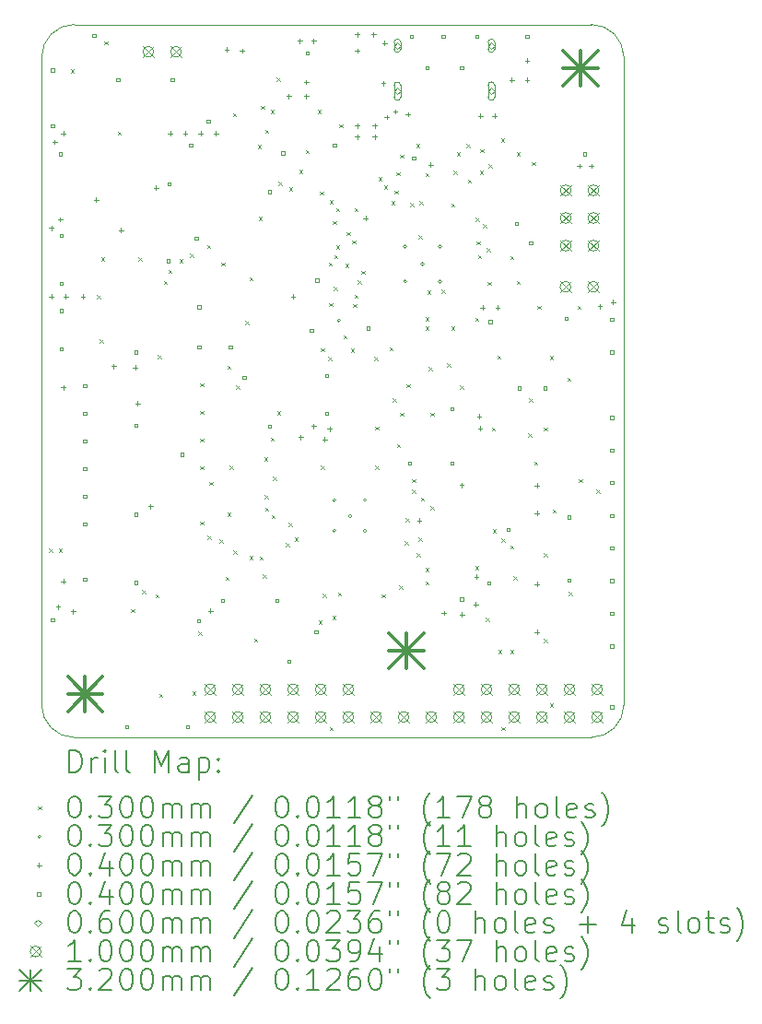
<source format=gbr>
%TF.GenerationSoftware,KiCad,Pcbnew,8.0.8-8.0.8-0~ubuntu24.04.1*%
%TF.CreationDate,2025-02-21T17:42:53-05:00*%
%TF.ProjectId,ChipigniteExplain,43686970-6967-46e6-9974-654578706c61,1.1*%
%TF.SameCoordinates,Original*%
%TF.FileFunction,Drillmap*%
%TF.FilePolarity,Positive*%
%FSLAX45Y45*%
G04 Gerber Fmt 4.5, Leading zero omitted, Abs format (unit mm)*
G04 Created by KiCad (PCBNEW 8.0.8-8.0.8-0~ubuntu24.04.1) date 2025-02-21 17:42:53*
%MOMM*%
%LPD*%
G01*
G04 APERTURE LIST*
%ADD10C,0.120000*%
%ADD11C,0.200000*%
%ADD12C,0.100000*%
%ADD13C,0.320000*%
G04 APERTURE END LIST*
D10*
X10370000Y-8500000D02*
G75*
G02*
X10070000Y-8800000I-300000J0D01*
G01*
X5020000Y-8500000D02*
X5020000Y-2550000D01*
X10070000Y-8800000D02*
X5320000Y-8800000D01*
X10370000Y-2550000D02*
X10370000Y-8500000D01*
X5020000Y-2550000D02*
G75*
G02*
X5320000Y-2250000I300000J0D01*
G01*
X5320000Y-2250000D02*
X10070000Y-2250000D01*
X10070000Y-2250000D02*
G75*
G02*
X10370000Y-2550000I0J-300000D01*
G01*
X5320000Y-8800000D02*
G75*
G02*
X5020000Y-8500000I0J300000D01*
G01*
D11*
D12*
X5087500Y-7065000D02*
X5117500Y-7095000D01*
X5117500Y-7065000D02*
X5087500Y-7095000D01*
X5175000Y-7065000D02*
X5205000Y-7095000D01*
X5205000Y-7065000D02*
X5175000Y-7095000D01*
X5285000Y-2660000D02*
X5315000Y-2690000D01*
X5315000Y-2660000D02*
X5285000Y-2690000D01*
X5530000Y-4735000D02*
X5560000Y-4765000D01*
X5560000Y-4735000D02*
X5530000Y-4765000D01*
X5555000Y-5145000D02*
X5585000Y-5175000D01*
X5585000Y-5145000D02*
X5555000Y-5175000D01*
X5565000Y-4390000D02*
X5595000Y-4420000D01*
X5595000Y-4390000D02*
X5565000Y-4420000D01*
X5595000Y-2405000D02*
X5625000Y-2435000D01*
X5625000Y-2405000D02*
X5595000Y-2435000D01*
X5720000Y-3235000D02*
X5750000Y-3265000D01*
X5750000Y-3235000D02*
X5720000Y-3265000D01*
X5840000Y-7620000D02*
X5870000Y-7650000D01*
X5870000Y-7620000D02*
X5840000Y-7650000D01*
X5910000Y-4390000D02*
X5940000Y-4420000D01*
X5940000Y-4390000D02*
X5910000Y-4420000D01*
X5945000Y-7445000D02*
X5975000Y-7475000D01*
X5975000Y-7445000D02*
X5945000Y-7475000D01*
X6065000Y-7485000D02*
X6095000Y-7515000D01*
X6095000Y-7485000D02*
X6065000Y-7515000D01*
X6085000Y-5285000D02*
X6115000Y-5315000D01*
X6115000Y-5285000D02*
X6085000Y-5315000D01*
X6100000Y-8400000D02*
X6130000Y-8430000D01*
X6130000Y-8400000D02*
X6100000Y-8430000D01*
X6140000Y-4605000D02*
X6170000Y-4635000D01*
X6170000Y-4605000D02*
X6140000Y-4635000D01*
X6185000Y-4505000D02*
X6215000Y-4535000D01*
X6215000Y-4505000D02*
X6185000Y-4535000D01*
X6285000Y-4405000D02*
X6315000Y-4435000D01*
X6315000Y-4405000D02*
X6285000Y-4435000D01*
X6382399Y-4354930D02*
X6412399Y-4384930D01*
X6412399Y-4354930D02*
X6382399Y-4384930D01*
X6405000Y-8375000D02*
X6435000Y-8405000D01*
X6435000Y-8375000D02*
X6405000Y-8405000D01*
X6460000Y-7825000D02*
X6490000Y-7855000D01*
X6490000Y-7825000D02*
X6460000Y-7855000D01*
X6475000Y-5546000D02*
X6505000Y-5576000D01*
X6505000Y-5546000D02*
X6475000Y-5576000D01*
X6475000Y-5800000D02*
X6505000Y-5830000D01*
X6505000Y-5800000D02*
X6475000Y-5830000D01*
X6475000Y-6054000D02*
X6505000Y-6084000D01*
X6505000Y-6054000D02*
X6475000Y-6084000D01*
X6475000Y-6308000D02*
X6505000Y-6338000D01*
X6505000Y-6308000D02*
X6475000Y-6338000D01*
X6475000Y-6816000D02*
X6505000Y-6846000D01*
X6505000Y-6816000D02*
X6475000Y-6846000D01*
X6538361Y-4275830D02*
X6568361Y-4305830D01*
X6568361Y-4275830D02*
X6538361Y-4305830D01*
X6545000Y-6946000D02*
X6575000Y-6976000D01*
X6575000Y-6946000D02*
X6545000Y-6976000D01*
X6560000Y-6450000D02*
X6590000Y-6480000D01*
X6590000Y-6450000D02*
X6560000Y-6480000D01*
X6656156Y-6980695D02*
X6686156Y-7010695D01*
X6686156Y-6980695D02*
X6656156Y-7010695D01*
X6672939Y-4435452D02*
X6702939Y-4465452D01*
X6702939Y-4435452D02*
X6672939Y-4465452D01*
X6710000Y-7325000D02*
X6740000Y-7355000D01*
X6740000Y-7325000D02*
X6710000Y-7355000D01*
X6725000Y-5385000D02*
X6755000Y-5415000D01*
X6755000Y-5385000D02*
X6725000Y-5415000D01*
X6725000Y-6735000D02*
X6755000Y-6765000D01*
X6755000Y-6735000D02*
X6725000Y-6765000D01*
X6745000Y-6305000D02*
X6775000Y-6335000D01*
X6775000Y-6305000D02*
X6745000Y-6335000D01*
X6775000Y-3065000D02*
X6805000Y-3095000D01*
X6805000Y-3065000D02*
X6775000Y-3095000D01*
X6780000Y-7080000D02*
X6810000Y-7110000D01*
X6810000Y-7080000D02*
X6780000Y-7110000D01*
X6805000Y-5565000D02*
X6835000Y-5595000D01*
X6835000Y-5565000D02*
X6805000Y-5595000D01*
X6890000Y-4975000D02*
X6920000Y-5005000D01*
X6920000Y-4975000D02*
X6890000Y-5005000D01*
X6928329Y-7133644D02*
X6958329Y-7163644D01*
X6958329Y-7133644D02*
X6928329Y-7163644D01*
X6930000Y-4570000D02*
X6960000Y-4600000D01*
X6960000Y-4570000D02*
X6930000Y-4600000D01*
X6970000Y-7890000D02*
X7000000Y-7920000D01*
X7000000Y-7890000D02*
X6970000Y-7920000D01*
X7005000Y-3355000D02*
X7035000Y-3385000D01*
X7035000Y-3355000D02*
X7005000Y-3385000D01*
X7015000Y-4015000D02*
X7045000Y-4045000D01*
X7045000Y-4015000D02*
X7015000Y-4045000D01*
X7022779Y-7137500D02*
X7052779Y-7167500D01*
X7052779Y-7137500D02*
X7022779Y-7167500D01*
X7035000Y-2995000D02*
X7065000Y-3025000D01*
X7065000Y-2995000D02*
X7035000Y-3025000D01*
X7050000Y-7300000D02*
X7080000Y-7330000D01*
X7080000Y-7300000D02*
X7050000Y-7330000D01*
X7065000Y-6225000D02*
X7095000Y-6255000D01*
X7095000Y-6225000D02*
X7065000Y-6255000D01*
X7069500Y-6575043D02*
X7099500Y-6605043D01*
X7099500Y-6575043D02*
X7069500Y-6605043D01*
X7075000Y-3215000D02*
X7105000Y-3245000D01*
X7105000Y-3215000D02*
X7075000Y-3245000D01*
X7075000Y-6686465D02*
X7105000Y-6716465D01*
X7105000Y-6686465D02*
X7075000Y-6716465D01*
X7125000Y-3035000D02*
X7155000Y-3065000D01*
X7155000Y-3035000D02*
X7125000Y-3065000D01*
X7125000Y-6045000D02*
X7155000Y-6075000D01*
X7155000Y-6045000D02*
X7125000Y-6075000D01*
X7130755Y-6756465D02*
X7160755Y-6786465D01*
X7160755Y-6756465D02*
X7130755Y-6786465D01*
X7145000Y-6405000D02*
X7175000Y-6435000D01*
X7175000Y-6405000D02*
X7145000Y-6435000D01*
X7177500Y-2740000D02*
X7207500Y-2770000D01*
X7207500Y-2740000D02*
X7177500Y-2770000D01*
X7185000Y-5805000D02*
X7215000Y-5835000D01*
X7215000Y-5805000D02*
X7185000Y-5835000D01*
X7195000Y-3695000D02*
X7225000Y-3725000D01*
X7225000Y-3695000D02*
X7195000Y-3725000D01*
X7265000Y-7015000D02*
X7295000Y-7045000D01*
X7295000Y-7015000D02*
X7265000Y-7045000D01*
X7290350Y-6826465D02*
X7320350Y-6856465D01*
X7320350Y-6826465D02*
X7290350Y-6856465D01*
X7295000Y-3745000D02*
X7325000Y-3775000D01*
X7325000Y-3745000D02*
X7295000Y-3775000D01*
X7345000Y-6965000D02*
X7375000Y-6995000D01*
X7375000Y-6965000D02*
X7345000Y-6995000D01*
X7385000Y-3585000D02*
X7415000Y-3615000D01*
X7415000Y-3585000D02*
X7385000Y-3615000D01*
X7445000Y-3405000D02*
X7475000Y-3435000D01*
X7475000Y-3405000D02*
X7445000Y-3435000D01*
X7555000Y-3035000D02*
X7585000Y-3065000D01*
X7585000Y-3035000D02*
X7555000Y-3065000D01*
X7565000Y-7725000D02*
X7595000Y-7755000D01*
X7595000Y-7725000D02*
X7565000Y-7755000D01*
X7575000Y-3784999D02*
X7605000Y-3814999D01*
X7605000Y-3784999D02*
X7575000Y-3814999D01*
X7585000Y-5225000D02*
X7615000Y-5255000D01*
X7615000Y-5225000D02*
X7585000Y-5255000D01*
X7585000Y-6305000D02*
X7615000Y-6335000D01*
X7615000Y-6305000D02*
X7585000Y-6335000D01*
X7602500Y-7480535D02*
X7632500Y-7510535D01*
X7632500Y-7480535D02*
X7602500Y-7510535D01*
X7655000Y-5305000D02*
X7685000Y-5335000D01*
X7685000Y-5305000D02*
X7655000Y-5335000D01*
X7657940Y-4437973D02*
X7687940Y-4467973D01*
X7687940Y-4437973D02*
X7657940Y-4467973D01*
X7663172Y-4807500D02*
X7693172Y-4837500D01*
X7693172Y-4807500D02*
X7663172Y-4837500D01*
X7665000Y-8702500D02*
X7695000Y-8732500D01*
X7695000Y-8702500D02*
X7665000Y-8732500D01*
X7666997Y-3866184D02*
X7696997Y-3896184D01*
X7696997Y-3866184D02*
X7666997Y-3896184D01*
X7690000Y-7681004D02*
X7720000Y-7711004D01*
X7720000Y-7681004D02*
X7690000Y-7711004D01*
X7695000Y-4055000D02*
X7725000Y-4085000D01*
X7725000Y-4055000D02*
X7695000Y-4085000D01*
X7704985Y-4662485D02*
X7734985Y-4692485D01*
X7734985Y-4662485D02*
X7704985Y-4692485D01*
X7707768Y-4366656D02*
X7737768Y-4396656D01*
X7737768Y-4366656D02*
X7707768Y-4396656D01*
X7724990Y-4281377D02*
X7754990Y-4311377D01*
X7754990Y-4281377D02*
X7724990Y-4311377D01*
X7725000Y-3935000D02*
X7755000Y-3965000D01*
X7755000Y-3935000D02*
X7725000Y-3965000D01*
X7742500Y-7466814D02*
X7772500Y-7496814D01*
X7772500Y-7466814D02*
X7742500Y-7496814D01*
X7755000Y-3165000D02*
X7785000Y-3195000D01*
X7785000Y-3165000D02*
X7755000Y-3195000D01*
X7792500Y-5105000D02*
X7822500Y-5135000D01*
X7822500Y-5105000D02*
X7792500Y-5135000D01*
X7808473Y-4449066D02*
X7838473Y-4479066D01*
X7838473Y-4449066D02*
X7808473Y-4479066D01*
X7822233Y-4156500D02*
X7852233Y-4186500D01*
X7852233Y-4156500D02*
X7822233Y-4186500D01*
X7862500Y-5227500D02*
X7892500Y-5257500D01*
X7892500Y-5227500D02*
X7862500Y-5257500D01*
X7875000Y-4231000D02*
X7905000Y-4261000D01*
X7905000Y-4231000D02*
X7875000Y-4261000D01*
X7882837Y-4816435D02*
X7912837Y-4846435D01*
X7912837Y-4816435D02*
X7882837Y-4846435D01*
X7893150Y-4731259D02*
X7923150Y-4761259D01*
X7923150Y-4731259D02*
X7893150Y-4761259D01*
X7895000Y-3935000D02*
X7925000Y-3965000D01*
X7925000Y-3935000D02*
X7895000Y-3965000D01*
X7925000Y-4599000D02*
X7955000Y-4629000D01*
X7955000Y-4599000D02*
X7925000Y-4629000D01*
X7957883Y-4511608D02*
X7987883Y-4541608D01*
X7987883Y-4511608D02*
X7957883Y-4541608D01*
X8075000Y-5305000D02*
X8105000Y-5335000D01*
X8105000Y-5305000D02*
X8075000Y-5335000D01*
X8085000Y-5945000D02*
X8115000Y-5975000D01*
X8115000Y-5945000D02*
X8085000Y-5975000D01*
X8085000Y-6305000D02*
X8115000Y-6335000D01*
X8115000Y-6305000D02*
X8085000Y-6335000D01*
X8115000Y-3655000D02*
X8145000Y-3685000D01*
X8145000Y-3655000D02*
X8115000Y-3685000D01*
X8145000Y-7485000D02*
X8175000Y-7515000D01*
X8175000Y-7485000D02*
X8145000Y-7515000D01*
X8165000Y-3727687D02*
X8195000Y-3757687D01*
X8195000Y-3727687D02*
X8165000Y-3757687D01*
X8215000Y-5215000D02*
X8245000Y-5245000D01*
X8245000Y-5215000D02*
X8215000Y-5245000D01*
X8235000Y-3875000D02*
X8265000Y-3905000D01*
X8265000Y-3875000D02*
X8235000Y-3905000D01*
X8245000Y-5685000D02*
X8275000Y-5715000D01*
X8275000Y-5685000D02*
X8245000Y-5715000D01*
X8265000Y-3775000D02*
X8295000Y-3805000D01*
X8295000Y-3775000D02*
X8265000Y-3805000D01*
X8280239Y-3605000D02*
X8310239Y-3635000D01*
X8310239Y-3605000D02*
X8280239Y-3635000D01*
X8285000Y-6105000D02*
X8315000Y-6135000D01*
X8315000Y-6105000D02*
X8285000Y-6135000D01*
X8305000Y-7405000D02*
X8335000Y-7435000D01*
X8335000Y-7405000D02*
X8305000Y-7435000D01*
X8315000Y-3445000D02*
X8345000Y-3475000D01*
X8345000Y-3445000D02*
X8315000Y-3475000D01*
X8315000Y-5815000D02*
X8345000Y-5845000D01*
X8345000Y-5815000D02*
X8315000Y-5845000D01*
X8357811Y-6995177D02*
X8387811Y-7025177D01*
X8387811Y-6995177D02*
X8357811Y-7025177D01*
X8363344Y-6785000D02*
X8393344Y-6815000D01*
X8393344Y-6785000D02*
X8363344Y-6815000D01*
X8375000Y-5555000D02*
X8405000Y-5585000D01*
X8405000Y-5555000D02*
X8375000Y-5585000D01*
X8406240Y-3888855D02*
X8436240Y-3918855D01*
X8436240Y-3888855D02*
X8406240Y-3918855D01*
X8425000Y-6425000D02*
X8455000Y-6455000D01*
X8455000Y-6425000D02*
X8425000Y-6455000D01*
X8425000Y-6525000D02*
X8455000Y-6555000D01*
X8455000Y-6525000D02*
X8425000Y-6555000D01*
X8460000Y-3350000D02*
X8490000Y-3380000D01*
X8490000Y-3350000D02*
X8460000Y-3380000D01*
X8465000Y-7105000D02*
X8495000Y-7135000D01*
X8495000Y-7105000D02*
X8465000Y-7135000D01*
X8485000Y-4185000D02*
X8515000Y-4215000D01*
X8515000Y-4185000D02*
X8485000Y-4215000D01*
X8485000Y-6965000D02*
X8515000Y-6995000D01*
X8515000Y-6965000D02*
X8485000Y-6995000D01*
X8489500Y-3871745D02*
X8519500Y-3901745D01*
X8519500Y-3871745D02*
X8489500Y-3901745D01*
X8505000Y-6595000D02*
X8535000Y-6625000D01*
X8535000Y-6595000D02*
X8505000Y-6625000D01*
X8545000Y-3615000D02*
X8575000Y-3645000D01*
X8575000Y-3615000D02*
X8545000Y-3645000D01*
X8545000Y-4938000D02*
X8575000Y-4968000D01*
X8575000Y-4938000D02*
X8545000Y-4968000D01*
X8545000Y-5025000D02*
X8575000Y-5055000D01*
X8575000Y-5025000D02*
X8545000Y-5055000D01*
X8545000Y-7245000D02*
X8575000Y-7275000D01*
X8575000Y-7245000D02*
X8545000Y-7275000D01*
X8545000Y-7365000D02*
X8575000Y-7395000D01*
X8575000Y-7365000D02*
X8545000Y-7395000D01*
X8565097Y-4694244D02*
X8595097Y-4724244D01*
X8595097Y-4694244D02*
X8565097Y-4724244D01*
X8575224Y-5397240D02*
X8605224Y-5427240D01*
X8605224Y-5397240D02*
X8575224Y-5427240D01*
X8595000Y-5815000D02*
X8625000Y-5845000D01*
X8625000Y-5815000D02*
X8595000Y-5845000D01*
X8595000Y-6675000D02*
X8625000Y-6705000D01*
X8625000Y-6675000D02*
X8595000Y-6705000D01*
X8695000Y-4685000D02*
X8725000Y-4715000D01*
X8725000Y-4685000D02*
X8695000Y-4715000D01*
X8745000Y-5365000D02*
X8775000Y-5395000D01*
X8775000Y-5365000D02*
X8745000Y-5395000D01*
X8785000Y-3895000D02*
X8815000Y-3925000D01*
X8815000Y-3895000D02*
X8785000Y-3925000D01*
X8785000Y-5025000D02*
X8815000Y-5055000D01*
X8815000Y-5025000D02*
X8785000Y-5055000D01*
X8805000Y-3595000D02*
X8835000Y-3625000D01*
X8835000Y-3595000D02*
X8805000Y-3625000D01*
X8835000Y-3425000D02*
X8865000Y-3455000D01*
X8865000Y-3425000D02*
X8835000Y-3455000D01*
X8865000Y-5565000D02*
X8895000Y-5595000D01*
X8895000Y-5565000D02*
X8865000Y-5595000D01*
X8925000Y-3350000D02*
X8955000Y-3380000D01*
X8955000Y-3350000D02*
X8925000Y-3380000D01*
X8935000Y-3675000D02*
X8965000Y-3705000D01*
X8965000Y-3675000D02*
X8935000Y-3705000D01*
X9005000Y-4945000D02*
X9035000Y-4975000D01*
X9035000Y-4945000D02*
X9005000Y-4975000D01*
X9005000Y-7225000D02*
X9035000Y-7255000D01*
X9035000Y-7225000D02*
X9005000Y-7255000D01*
X9010058Y-4026084D02*
X9040058Y-4056084D01*
X9040058Y-4026084D02*
X9010058Y-4056084D01*
X9015112Y-4240730D02*
X9045112Y-4270730D01*
X9045112Y-4240730D02*
X9015112Y-4270730D01*
X9029263Y-4368730D02*
X9059263Y-4398730D01*
X9059263Y-4368730D02*
X9029263Y-4398730D01*
X9045000Y-3595000D02*
X9075000Y-3625000D01*
X9075000Y-3595000D02*
X9045000Y-3625000D01*
X9050000Y-3395000D02*
X9080000Y-3425000D01*
X9080000Y-3395000D02*
X9050000Y-3425000D01*
X9075070Y-4083899D02*
X9105070Y-4113899D01*
X9105070Y-4083899D02*
X9075070Y-4113899D01*
X9100000Y-7700000D02*
X9130000Y-7730000D01*
X9130000Y-7700000D02*
X9100000Y-7730000D01*
X9107708Y-4304730D02*
X9137708Y-4334730D01*
X9137708Y-4304730D02*
X9107708Y-4334730D01*
X9120000Y-4615000D02*
X9150000Y-4645000D01*
X9150000Y-4615000D02*
X9120000Y-4645000D01*
X9125000Y-3535000D02*
X9155000Y-3565000D01*
X9155000Y-3535000D02*
X9125000Y-3565000D01*
X9155000Y-5950000D02*
X9185000Y-5980000D01*
X9185000Y-5950000D02*
X9155000Y-5980000D01*
X9165000Y-6885000D02*
X9195000Y-6915000D01*
X9195000Y-6885000D02*
X9165000Y-6915000D01*
X9205000Y-5290000D02*
X9235000Y-5320000D01*
X9235000Y-5290000D02*
X9205000Y-5320000D01*
X9215000Y-7995000D02*
X9245000Y-8025000D01*
X9245000Y-7995000D02*
X9215000Y-8025000D01*
X9240000Y-3295000D02*
X9270000Y-3325000D01*
X9270000Y-3295000D02*
X9240000Y-3325000D01*
X9243731Y-6971602D02*
X9273731Y-7001602D01*
X9273731Y-6971602D02*
X9243731Y-7001602D01*
X9245000Y-8704000D02*
X9275000Y-8734000D01*
X9275000Y-8704000D02*
X9245000Y-8734000D01*
X9324639Y-7036500D02*
X9354639Y-7066500D01*
X9354639Y-7036500D02*
X9324639Y-7066500D01*
X9325000Y-4375000D02*
X9355000Y-4405000D01*
X9355000Y-4375000D02*
X9325000Y-4405000D01*
X9325000Y-7995000D02*
X9355000Y-8025000D01*
X9355000Y-7995000D02*
X9325000Y-8025000D01*
X9353500Y-7320287D02*
X9383500Y-7350287D01*
X9383500Y-7320287D02*
X9353500Y-7350287D01*
X9385000Y-3425000D02*
X9415000Y-3455000D01*
X9415000Y-3425000D02*
X9385000Y-3455000D01*
X9385000Y-4605000D02*
X9415000Y-4635000D01*
X9415000Y-4605000D02*
X9385000Y-4635000D01*
X9490000Y-6005000D02*
X9520000Y-6035000D01*
X9520000Y-6005000D02*
X9490000Y-6035000D01*
X9500000Y-5685000D02*
X9530000Y-5715000D01*
X9530000Y-5685000D02*
X9500000Y-5715000D01*
X9525000Y-3512500D02*
X9555000Y-3542500D01*
X9555000Y-3512500D02*
X9525000Y-3542500D01*
X9545000Y-6265000D02*
X9575000Y-6295000D01*
X9575000Y-6265000D02*
X9545000Y-6295000D01*
X9575000Y-4835000D02*
X9605000Y-4865000D01*
X9605000Y-4835000D02*
X9575000Y-4865000D01*
X9635000Y-5950000D02*
X9665000Y-5980000D01*
X9665000Y-5950000D02*
X9635000Y-5980000D01*
X9635000Y-7105000D02*
X9665000Y-7135000D01*
X9665000Y-7105000D02*
X9635000Y-7135000D01*
X9635000Y-7895000D02*
X9665000Y-7925000D01*
X9665000Y-7895000D02*
X9635000Y-7925000D01*
X9689155Y-8486029D02*
X9719155Y-8516029D01*
X9719155Y-8486029D02*
X9689155Y-8516029D01*
X9690000Y-5295000D02*
X9720000Y-5325000D01*
X9720000Y-5295000D02*
X9690000Y-5325000D01*
X9715000Y-6706000D02*
X9745000Y-6736000D01*
X9745000Y-6706000D02*
X9715000Y-6736000D01*
X9850000Y-5495000D02*
X9880000Y-5525000D01*
X9880000Y-5495000D02*
X9850000Y-5525000D01*
X9865000Y-7464000D02*
X9895000Y-7494000D01*
X9895000Y-7464000D02*
X9865000Y-7494000D01*
X9945000Y-4835000D02*
X9975000Y-4865000D01*
X9975000Y-4835000D02*
X9945000Y-4865000D01*
X9956000Y-6425000D02*
X9986000Y-6455000D01*
X9986000Y-6425000D02*
X9956000Y-6455000D01*
X10115000Y-6525000D02*
X10145000Y-6555000D01*
X10145000Y-6525000D02*
X10115000Y-6555000D01*
X7725000Y-6620000D02*
G75*
G02*
X7695000Y-6620000I-15000J0D01*
G01*
X7695000Y-6620000D02*
G75*
G02*
X7725000Y-6620000I15000J0D01*
G01*
X7725000Y-6900000D02*
G75*
G02*
X7695000Y-6900000I-15000J0D01*
G01*
X7695000Y-6900000D02*
G75*
G02*
X7725000Y-6900000I15000J0D01*
G01*
X7765000Y-4970000D02*
G75*
G02*
X7735000Y-4970000I-15000J0D01*
G01*
X7735000Y-4970000D02*
G75*
G02*
X7765000Y-4970000I15000J0D01*
G01*
X7870000Y-6765000D02*
G75*
G02*
X7840000Y-6765000I-15000J0D01*
G01*
X7840000Y-6765000D02*
G75*
G02*
X7870000Y-6765000I15000J0D01*
G01*
X8005000Y-6620000D02*
G75*
G02*
X7975000Y-6620000I-15000J0D01*
G01*
X7975000Y-6620000D02*
G75*
G02*
X8005000Y-6620000I15000J0D01*
G01*
X8005000Y-6900000D02*
G75*
G02*
X7975000Y-6900000I-15000J0D01*
G01*
X7975000Y-6900000D02*
G75*
G02*
X8005000Y-6900000I15000J0D01*
G01*
X8375000Y-4290000D02*
G75*
G02*
X8345000Y-4290000I-15000J0D01*
G01*
X8345000Y-4290000D02*
G75*
G02*
X8375000Y-4290000I15000J0D01*
G01*
X8375000Y-4610000D02*
G75*
G02*
X8345000Y-4610000I-15000J0D01*
G01*
X8345000Y-4610000D02*
G75*
G02*
X8375000Y-4610000I15000J0D01*
G01*
X8535000Y-4450000D02*
G75*
G02*
X8505000Y-4450000I-15000J0D01*
G01*
X8505000Y-4450000D02*
G75*
G02*
X8535000Y-4450000I15000J0D01*
G01*
X8695000Y-4290000D02*
G75*
G02*
X8665000Y-4290000I-15000J0D01*
G01*
X8665000Y-4290000D02*
G75*
G02*
X8695000Y-4290000I15000J0D01*
G01*
X8695000Y-4610000D02*
G75*
G02*
X8665000Y-4610000I-15000J0D01*
G01*
X8665000Y-4610000D02*
G75*
G02*
X8695000Y-4610000I15000J0D01*
G01*
X5110000Y-4100000D02*
X5110000Y-4140000D01*
X5090000Y-4120000D02*
X5130000Y-4120000D01*
X5110000Y-4730000D02*
X5110000Y-4770000D01*
X5090000Y-4750000D02*
X5130000Y-4750000D01*
X5140000Y-3310000D02*
X5140000Y-3350000D01*
X5120000Y-3330000D02*
X5160000Y-3330000D01*
X5170000Y-7580000D02*
X5170000Y-7620000D01*
X5150000Y-7600000D02*
X5190000Y-7600000D01*
X5190000Y-4020000D02*
X5190000Y-4060000D01*
X5170000Y-4040000D02*
X5210000Y-4040000D01*
X5220000Y-3230000D02*
X5220000Y-3270000D01*
X5200000Y-3250000D02*
X5240000Y-3250000D01*
X5220000Y-5565000D02*
X5220000Y-5605000D01*
X5200000Y-5585000D02*
X5240000Y-5585000D01*
X5220000Y-7345000D02*
X5220000Y-7385000D01*
X5200000Y-7365000D02*
X5240000Y-7365000D01*
X5240000Y-4730000D02*
X5240000Y-4770000D01*
X5220000Y-4750000D02*
X5260000Y-4750000D01*
X5310000Y-7620000D02*
X5310000Y-7660000D01*
X5290000Y-7640000D02*
X5330000Y-7640000D01*
X5400000Y-4730000D02*
X5400000Y-4770000D01*
X5380000Y-4750000D02*
X5420000Y-4750000D01*
X5520000Y-3840000D02*
X5520000Y-3880000D01*
X5500000Y-3860000D02*
X5540000Y-3860000D01*
X5680000Y-5370000D02*
X5680000Y-5410000D01*
X5660000Y-5390000D02*
X5700000Y-5390000D01*
X5750000Y-4120000D02*
X5750000Y-4160000D01*
X5730000Y-4140000D02*
X5770000Y-4140000D01*
X5880000Y-5380000D02*
X5880000Y-5420000D01*
X5860000Y-5400000D02*
X5900000Y-5400000D01*
X5900000Y-5710000D02*
X5900000Y-5750000D01*
X5880000Y-5730000D02*
X5920000Y-5730000D01*
X6020000Y-6654999D02*
X6020000Y-6694999D01*
X6000000Y-6674999D02*
X6040000Y-6674999D01*
X6070000Y-3730000D02*
X6070000Y-3770000D01*
X6050000Y-3750000D02*
X6090000Y-3750000D01*
X6200000Y-3230000D02*
X6200000Y-3270000D01*
X6180000Y-3250000D02*
X6220000Y-3250000D01*
X6340000Y-3230000D02*
X6340000Y-3270000D01*
X6320000Y-3250000D02*
X6360000Y-3250000D01*
X6480000Y-3230000D02*
X6480000Y-3270000D01*
X6460000Y-3250000D02*
X6500000Y-3250000D01*
X6570000Y-7615000D02*
X6570000Y-7655000D01*
X6550000Y-7635000D02*
X6590000Y-7635000D01*
X6620000Y-3230000D02*
X6620000Y-3270000D01*
X6600000Y-3250000D02*
X6640000Y-3250000D01*
X6720000Y-2460000D02*
X6720000Y-2500000D01*
X6700000Y-2480000D02*
X6740000Y-2480000D01*
X6860000Y-2470000D02*
X6860000Y-2510000D01*
X6840000Y-2490000D02*
X6880000Y-2490000D01*
X7290000Y-2890000D02*
X7290000Y-2930000D01*
X7270000Y-2910000D02*
X7310000Y-2910000D01*
X7330000Y-4730000D02*
X7330000Y-4770000D01*
X7310000Y-4750000D02*
X7350000Y-4750000D01*
X7390000Y-2380000D02*
X7390000Y-2420000D01*
X7370000Y-2400000D02*
X7410000Y-2400000D01*
X7400000Y-6020000D02*
X7400000Y-6060000D01*
X7380000Y-6040000D02*
X7420000Y-6040000D01*
X7450000Y-2760000D02*
X7450000Y-2800000D01*
X7430000Y-2780000D02*
X7470000Y-2780000D01*
X7450000Y-2890000D02*
X7450000Y-2930000D01*
X7430000Y-2910000D02*
X7470000Y-2910000D01*
X7520000Y-2380000D02*
X7520000Y-2420000D01*
X7500000Y-2400000D02*
X7540000Y-2400000D01*
X7520000Y-5920000D02*
X7520000Y-5960000D01*
X7500000Y-5940000D02*
X7540000Y-5940000D01*
X7620000Y-6040000D02*
X7620000Y-6080000D01*
X7600000Y-6060000D02*
X7640000Y-6060000D01*
X7666957Y-5946085D02*
X7666957Y-5986085D01*
X7646957Y-5966085D02*
X7686957Y-5966085D01*
X7920000Y-2320000D02*
X7920000Y-2360000D01*
X7900000Y-2340000D02*
X7940000Y-2340000D01*
X7920000Y-2470000D02*
X7920000Y-2510000D01*
X7900000Y-2490000D02*
X7940000Y-2490000D01*
X7920000Y-3160000D02*
X7920000Y-3200000D01*
X7900000Y-3180000D02*
X7940000Y-3180000D01*
X7920000Y-3260000D02*
X7920000Y-3300000D01*
X7900000Y-3280000D02*
X7940000Y-3280000D01*
X7994500Y-4010000D02*
X7994500Y-4050000D01*
X7974500Y-4030000D02*
X8014500Y-4030000D01*
X8070000Y-2320000D02*
X8070000Y-2360000D01*
X8050000Y-2340000D02*
X8090000Y-2340000D01*
X8080000Y-3160000D02*
X8080000Y-3200000D01*
X8060000Y-3180000D02*
X8100000Y-3180000D01*
X8080000Y-3260000D02*
X8080000Y-3300000D01*
X8060000Y-3280000D02*
X8100000Y-3280000D01*
X8160000Y-2770000D02*
X8160000Y-2810000D01*
X8140000Y-2790000D02*
X8180000Y-2790000D01*
X8170000Y-2400000D02*
X8170000Y-2440000D01*
X8150000Y-2420000D02*
X8190000Y-2420000D01*
X8190000Y-3080000D02*
X8190000Y-3120000D01*
X8170000Y-3100000D02*
X8210000Y-3100000D01*
X8270000Y-3030000D02*
X8270000Y-3070000D01*
X8250000Y-3050000D02*
X8290000Y-3050000D01*
X8384994Y-3054994D02*
X8384994Y-3094994D01*
X8364994Y-3074994D02*
X8404995Y-3074994D01*
X8488628Y-6787500D02*
X8488628Y-6827500D01*
X8468628Y-6807500D02*
X8508628Y-6807500D01*
X8594235Y-3518708D02*
X8594235Y-3558708D01*
X8574235Y-3538708D02*
X8614235Y-3538708D01*
X8714598Y-7636627D02*
X8714598Y-7676627D01*
X8694598Y-7656627D02*
X8734598Y-7656627D01*
X8880000Y-6460000D02*
X8880000Y-6500000D01*
X8860000Y-6480000D02*
X8900000Y-6480000D01*
X8880427Y-7651000D02*
X8880427Y-7691000D01*
X8860427Y-7671000D02*
X8900427Y-7671000D01*
X9008567Y-7557500D02*
X9008567Y-7597500D01*
X8988567Y-7577500D02*
X9028567Y-7577500D01*
X9013459Y-7302500D02*
X9013459Y-7342500D01*
X8993459Y-7322500D02*
X9033459Y-7322500D01*
X9040000Y-5830000D02*
X9040000Y-5870000D01*
X9020000Y-5850000D02*
X9060000Y-5850000D01*
X9047500Y-5940000D02*
X9047500Y-5980000D01*
X9027500Y-5960000D02*
X9067500Y-5960000D01*
X9050000Y-3070000D02*
X9050000Y-3110000D01*
X9030000Y-3090000D02*
X9070000Y-3090000D01*
X9070000Y-4830000D02*
X9070000Y-4870000D01*
X9050000Y-4850000D02*
X9090000Y-4850000D01*
X9180000Y-3070000D02*
X9180000Y-3110000D01*
X9160000Y-3090000D02*
X9200000Y-3090000D01*
X9210000Y-4830000D02*
X9210000Y-4870000D01*
X9190000Y-4850000D02*
X9230000Y-4850000D01*
X9340000Y-2740000D02*
X9340000Y-2780000D01*
X9320000Y-2760000D02*
X9360000Y-2760000D01*
X9480000Y-2560000D02*
X9480000Y-2600000D01*
X9460000Y-2580000D02*
X9500000Y-2580000D01*
X9480000Y-2740000D02*
X9480000Y-2780000D01*
X9460000Y-2760000D02*
X9500000Y-2760000D01*
X9570000Y-6465000D02*
X9570000Y-6505000D01*
X9550000Y-6485000D02*
X9590000Y-6485000D01*
X9570000Y-6720000D02*
X9570000Y-6760000D01*
X9550000Y-6740000D02*
X9590000Y-6740000D01*
X9570000Y-7370000D02*
X9570000Y-7410000D01*
X9550000Y-7390000D02*
X9590000Y-7390000D01*
X9570000Y-7810000D02*
X9570000Y-7850000D01*
X9550000Y-7830000D02*
X9590000Y-7830000D01*
X9960000Y-3530000D02*
X9960000Y-3570000D01*
X9940000Y-3550000D02*
X9980000Y-3550000D01*
X10070000Y-3530000D02*
X10070000Y-3570000D01*
X10050000Y-3550000D02*
X10090000Y-3550000D01*
X10150000Y-4820000D02*
X10150000Y-4860000D01*
X10130000Y-4840000D02*
X10170000Y-4840000D01*
X10270000Y-4780000D02*
X10270000Y-4820000D01*
X10250000Y-4800000D02*
X10290000Y-4800000D01*
X5134142Y-2684142D02*
X5134142Y-2655858D01*
X5105858Y-2655858D01*
X5105858Y-2684142D01*
X5134142Y-2684142D01*
X5134142Y-3194142D02*
X5134142Y-3165858D01*
X5105858Y-3165858D01*
X5105858Y-3194142D01*
X5134142Y-3194142D01*
X5134142Y-7734142D02*
X5134142Y-7705858D01*
X5105858Y-7705858D01*
X5105858Y-7734142D01*
X5134142Y-7734142D01*
X5204142Y-3454142D02*
X5204142Y-3425858D01*
X5175858Y-3425858D01*
X5175858Y-3454142D01*
X5204142Y-3454142D01*
X5214142Y-4204142D02*
X5214142Y-4175858D01*
X5185858Y-4175858D01*
X5185858Y-4204142D01*
X5214142Y-4204142D01*
X5214142Y-4644142D02*
X5214142Y-4615858D01*
X5185858Y-4615858D01*
X5185858Y-4644142D01*
X5214142Y-4644142D01*
X5214142Y-4894142D02*
X5214142Y-4865858D01*
X5185858Y-4865858D01*
X5185858Y-4894142D01*
X5214142Y-4894142D01*
X5214142Y-5244142D02*
X5214142Y-5215858D01*
X5185858Y-5215858D01*
X5185858Y-5244142D01*
X5214142Y-5244142D01*
X5429142Y-5585142D02*
X5429142Y-5556858D01*
X5400858Y-5556858D01*
X5400858Y-5585142D01*
X5429142Y-5585142D01*
X5429142Y-5839142D02*
X5429142Y-5810858D01*
X5400858Y-5810858D01*
X5400858Y-5839142D01*
X5429142Y-5839142D01*
X5429142Y-6093142D02*
X5429142Y-6064858D01*
X5400858Y-6064858D01*
X5400858Y-6093142D01*
X5429142Y-6093142D01*
X5429142Y-6347142D02*
X5429142Y-6318858D01*
X5400858Y-6318858D01*
X5400858Y-6347142D01*
X5429142Y-6347142D01*
X5429142Y-6601142D02*
X5429142Y-6572858D01*
X5400858Y-6572858D01*
X5400858Y-6601142D01*
X5429142Y-6601142D01*
X5429142Y-6855142D02*
X5429142Y-6826858D01*
X5400858Y-6826858D01*
X5400858Y-6855142D01*
X5429142Y-6855142D01*
X5429142Y-7363142D02*
X5429142Y-7334858D01*
X5400858Y-7334858D01*
X5400858Y-7363142D01*
X5429142Y-7363142D01*
X5514142Y-2364142D02*
X5514142Y-2335858D01*
X5485858Y-2335858D01*
X5485858Y-2364142D01*
X5514142Y-2364142D01*
X5734142Y-2774142D02*
X5734142Y-2745858D01*
X5705858Y-2745858D01*
X5705858Y-2774142D01*
X5734142Y-2774142D01*
X5814142Y-8714142D02*
X5814142Y-8685858D01*
X5785858Y-8685858D01*
X5785858Y-8714142D01*
X5814142Y-8714142D01*
X5899142Y-5274142D02*
X5899142Y-5245858D01*
X5870858Y-5245858D01*
X5870858Y-5274142D01*
X5899142Y-5274142D01*
X5899142Y-5949142D02*
X5899142Y-5920858D01*
X5870858Y-5920858D01*
X5870858Y-5949142D01*
X5899142Y-5949142D01*
X5899142Y-6764142D02*
X5899142Y-6735858D01*
X5870858Y-6735858D01*
X5870858Y-6764142D01*
X5899142Y-6764142D01*
X5899142Y-7389142D02*
X5899142Y-7360858D01*
X5870858Y-7360858D01*
X5870858Y-7389142D01*
X5899142Y-7389142D01*
X6199142Y-4434142D02*
X6199142Y-4405858D01*
X6170858Y-4405858D01*
X6170858Y-4434142D01*
X6199142Y-4434142D01*
X6204142Y-3729142D02*
X6204142Y-3700858D01*
X6175858Y-3700858D01*
X6175858Y-3729142D01*
X6204142Y-3729142D01*
X6234142Y-2774142D02*
X6234142Y-2745858D01*
X6205858Y-2745858D01*
X6205858Y-2774142D01*
X6234142Y-2774142D01*
X6324142Y-6214142D02*
X6324142Y-6185858D01*
X6295858Y-6185858D01*
X6295858Y-6214142D01*
X6324142Y-6214142D01*
X6374142Y-8714142D02*
X6374142Y-8685858D01*
X6345858Y-8685858D01*
X6345858Y-8714142D01*
X6374142Y-8714142D01*
X6404142Y-3374142D02*
X6404142Y-3345858D01*
X6375858Y-3345858D01*
X6375858Y-3374142D01*
X6404142Y-3374142D01*
X6454142Y-4229142D02*
X6454142Y-4200858D01*
X6425858Y-4200858D01*
X6425858Y-4229142D01*
X6454142Y-4229142D01*
X6474142Y-7744142D02*
X6474142Y-7715858D01*
X6445858Y-7715858D01*
X6445858Y-7744142D01*
X6474142Y-7744142D01*
X6479142Y-4859142D02*
X6479142Y-4830858D01*
X6450858Y-4830858D01*
X6450858Y-4859142D01*
X6479142Y-4859142D01*
X6479142Y-5229142D02*
X6479142Y-5200858D01*
X6450858Y-5200858D01*
X6450858Y-5229142D01*
X6479142Y-5229142D01*
X6564142Y-3154142D02*
X6564142Y-3125858D01*
X6535858Y-3125858D01*
X6535858Y-3154142D01*
X6564142Y-3154142D01*
X6694142Y-7554142D02*
X6694142Y-7525858D01*
X6665858Y-7525858D01*
X6665858Y-7554142D01*
X6694142Y-7554142D01*
X6769142Y-5229142D02*
X6769142Y-5200858D01*
X6740858Y-5200858D01*
X6740858Y-5229142D01*
X6769142Y-5229142D01*
X6894142Y-5504142D02*
X6894142Y-5475858D01*
X6865858Y-5475858D01*
X6865858Y-5504142D01*
X6894142Y-5504142D01*
X7129142Y-3799142D02*
X7129142Y-3770858D01*
X7100858Y-3770858D01*
X7100858Y-3799142D01*
X7129142Y-3799142D01*
X7129142Y-5954142D02*
X7129142Y-5925858D01*
X7100858Y-5925858D01*
X7100858Y-5954142D01*
X7129142Y-5954142D01*
X7194142Y-7554142D02*
X7194142Y-7525858D01*
X7165858Y-7525858D01*
X7165858Y-7554142D01*
X7194142Y-7554142D01*
X7249142Y-3444142D02*
X7249142Y-3415858D01*
X7220858Y-3415858D01*
X7220858Y-3444142D01*
X7249142Y-3444142D01*
X7304142Y-8114142D02*
X7304142Y-8085858D01*
X7275858Y-8085858D01*
X7275858Y-8114142D01*
X7304142Y-8114142D01*
X7474142Y-2524142D02*
X7474142Y-2495858D01*
X7445858Y-2495858D01*
X7445858Y-2524142D01*
X7474142Y-2524142D01*
X7514142Y-5074142D02*
X7514142Y-5045858D01*
X7485858Y-5045858D01*
X7485858Y-5074142D01*
X7514142Y-5074142D01*
X7554142Y-7844142D02*
X7554142Y-7815858D01*
X7525858Y-7815858D01*
X7525858Y-7844142D01*
X7554142Y-7844142D01*
X7564142Y-4614142D02*
X7564142Y-4585858D01*
X7535858Y-4585858D01*
X7535858Y-4614142D01*
X7564142Y-4614142D01*
X7654142Y-5489142D02*
X7654142Y-5460858D01*
X7625858Y-5460858D01*
X7625858Y-5489142D01*
X7654142Y-5489142D01*
X7654142Y-5839142D02*
X7654142Y-5810858D01*
X7625858Y-5810858D01*
X7625858Y-5839142D01*
X7654142Y-5839142D01*
X7724142Y-3374142D02*
X7724142Y-3345858D01*
X7695858Y-3345858D01*
X7695858Y-3374142D01*
X7724142Y-3374142D01*
X8034142Y-5054142D02*
X8034142Y-5025858D01*
X8005858Y-5025858D01*
X8005858Y-5054142D01*
X8034142Y-5054142D01*
X8414142Y-6294142D02*
X8414142Y-6265858D01*
X8385858Y-6265858D01*
X8385858Y-6294142D01*
X8414142Y-6294142D01*
X8434142Y-2374142D02*
X8434142Y-2345858D01*
X8405858Y-2345858D01*
X8405858Y-2374142D01*
X8434142Y-2374142D01*
X8454142Y-3494142D02*
X8454142Y-3465858D01*
X8425858Y-3465858D01*
X8425858Y-3494142D01*
X8454142Y-3494142D01*
X8574142Y-2664142D02*
X8574142Y-2635858D01*
X8545858Y-2635858D01*
X8545858Y-2664142D01*
X8574142Y-2664142D01*
X8724142Y-2374142D02*
X8724142Y-2345858D01*
X8695858Y-2345858D01*
X8695858Y-2374142D01*
X8724142Y-2374142D01*
X8804142Y-5794142D02*
X8804142Y-5765858D01*
X8775858Y-5765858D01*
X8775858Y-5794142D01*
X8804142Y-5794142D01*
X8804142Y-6294142D02*
X8804142Y-6265858D01*
X8775858Y-6265858D01*
X8775858Y-6294142D01*
X8804142Y-6294142D01*
X8894142Y-2664142D02*
X8894142Y-2635858D01*
X8865858Y-2635858D01*
X8865858Y-2664142D01*
X8894142Y-2664142D01*
X8894142Y-7544142D02*
X8894142Y-7515858D01*
X8865858Y-7515858D01*
X8865858Y-7544142D01*
X8894142Y-7544142D01*
X9034142Y-2374142D02*
X9034142Y-2345858D01*
X9005858Y-2345858D01*
X9005858Y-2374142D01*
X9034142Y-2374142D01*
X9144142Y-7394142D02*
X9144142Y-7365858D01*
X9115858Y-7365858D01*
X9115858Y-7394142D01*
X9144142Y-7394142D01*
X9154142Y-4994142D02*
X9154142Y-4965858D01*
X9125858Y-4965858D01*
X9125858Y-4994142D01*
X9154142Y-4994142D01*
X9319142Y-6904142D02*
X9319142Y-6875858D01*
X9290858Y-6875858D01*
X9290858Y-6904142D01*
X9319142Y-6904142D01*
X9394142Y-4094142D02*
X9394142Y-4065858D01*
X9365858Y-4065858D01*
X9365858Y-4094142D01*
X9394142Y-4094142D01*
X9424142Y-5604142D02*
X9424142Y-5575858D01*
X9395858Y-5575858D01*
X9395858Y-5604142D01*
X9424142Y-5604142D01*
X9494142Y-2374142D02*
X9494142Y-2345858D01*
X9465858Y-2345858D01*
X9465858Y-2374142D01*
X9494142Y-2374142D01*
X9529142Y-4269142D02*
X9529142Y-4240858D01*
X9500858Y-4240858D01*
X9500858Y-4269142D01*
X9529142Y-4269142D01*
X9659142Y-5604142D02*
X9659142Y-5575858D01*
X9630858Y-5575858D01*
X9630858Y-5604142D01*
X9659142Y-5604142D01*
X9854142Y-4964142D02*
X9854142Y-4935858D01*
X9825858Y-4935858D01*
X9825858Y-4964142D01*
X9854142Y-4964142D01*
X9879142Y-6789142D02*
X9879142Y-6760858D01*
X9850858Y-6760858D01*
X9850858Y-6789142D01*
X9879142Y-6789142D01*
X9879142Y-7369142D02*
X9879142Y-7340858D01*
X9850858Y-7340858D01*
X9850858Y-7369142D01*
X9879142Y-7369142D01*
X10024142Y-3454142D02*
X10024142Y-3425858D01*
X9995858Y-3425858D01*
X9995858Y-3454142D01*
X10024142Y-3454142D01*
X10274142Y-4974142D02*
X10274142Y-4945858D01*
X10245858Y-4945858D01*
X10245858Y-4974142D01*
X10274142Y-4974142D01*
X10274142Y-5274142D02*
X10274142Y-5245858D01*
X10245858Y-5245858D01*
X10245858Y-5274142D01*
X10274142Y-5274142D01*
X10274142Y-5874142D02*
X10274142Y-5845858D01*
X10245858Y-5845858D01*
X10245858Y-5874142D01*
X10274142Y-5874142D01*
X10274142Y-6174142D02*
X10274142Y-6145858D01*
X10245858Y-6145858D01*
X10245858Y-6174142D01*
X10274142Y-6174142D01*
X10274142Y-6474142D02*
X10274142Y-6445858D01*
X10245858Y-6445858D01*
X10245858Y-6474142D01*
X10274142Y-6474142D01*
X10274142Y-6774142D02*
X10274142Y-6745858D01*
X10245858Y-6745858D01*
X10245858Y-6774142D01*
X10274142Y-6774142D01*
X10274142Y-7074142D02*
X10274142Y-7045858D01*
X10245858Y-7045858D01*
X10245858Y-7074142D01*
X10274142Y-7074142D01*
X10274142Y-7374142D02*
X10274142Y-7345858D01*
X10245858Y-7345858D01*
X10245858Y-7374142D01*
X10274142Y-7374142D01*
X10274142Y-7674142D02*
X10274142Y-7645858D01*
X10245858Y-7645858D01*
X10245858Y-7674142D01*
X10274142Y-7674142D01*
X10274142Y-7974142D02*
X10274142Y-7945858D01*
X10245858Y-7945858D01*
X10245858Y-7974142D01*
X10274142Y-7974142D01*
X10274142Y-8534142D02*
X10274142Y-8505858D01*
X10245858Y-8505858D01*
X10245858Y-8534142D01*
X10274142Y-8534142D01*
X8288000Y-2475000D02*
X8318000Y-2445000D01*
X8288000Y-2415000D01*
X8258000Y-2445000D01*
X8288000Y-2475000D01*
X8318000Y-2475000D02*
X8318000Y-2415000D01*
X8258000Y-2415000D02*
G75*
G02*
X8318000Y-2415000I30000J0D01*
G01*
X8258000Y-2415000D02*
X8258000Y-2475000D01*
X8258000Y-2475000D02*
G75*
G03*
X8318000Y-2475000I30000J0D01*
G01*
X8288000Y-2893000D02*
X8318000Y-2863000D01*
X8288000Y-2833000D01*
X8258000Y-2863000D01*
X8288000Y-2893000D01*
X8318000Y-2918000D02*
X8318000Y-2808000D01*
X8258000Y-2808000D02*
G75*
G02*
X8318000Y-2808000I30000J0D01*
G01*
X8258000Y-2808000D02*
X8258000Y-2918000D01*
X8258000Y-2918000D02*
G75*
G03*
X8318000Y-2918000I30000J0D01*
G01*
X9152000Y-2475000D02*
X9182000Y-2445000D01*
X9152000Y-2415000D01*
X9122000Y-2445000D01*
X9152000Y-2475000D01*
X9182000Y-2475000D02*
X9182000Y-2415000D01*
X9122000Y-2415000D02*
G75*
G02*
X9182000Y-2415000I30000J0D01*
G01*
X9122000Y-2415000D02*
X9122000Y-2475000D01*
X9122000Y-2475000D02*
G75*
G03*
X9182000Y-2475000I30000J0D01*
G01*
X9152000Y-2893000D02*
X9182000Y-2863000D01*
X9152000Y-2833000D01*
X9122000Y-2863000D01*
X9152000Y-2893000D01*
X9182000Y-2918000D02*
X9182000Y-2808000D01*
X9122000Y-2808000D02*
G75*
G02*
X9182000Y-2808000I30000J0D01*
G01*
X9122000Y-2808000D02*
X9122000Y-2918000D01*
X9122000Y-2918000D02*
G75*
G03*
X9182000Y-2918000I30000J0D01*
G01*
X5950000Y-2450000D02*
X6050000Y-2550000D01*
X6050000Y-2450000D02*
X5950000Y-2550000D01*
X6050000Y-2500000D02*
G75*
G02*
X5950000Y-2500000I-50000J0D01*
G01*
X5950000Y-2500000D02*
G75*
G02*
X6050000Y-2500000I50000J0D01*
G01*
X6204000Y-2450000D02*
X6304000Y-2550000D01*
X6304000Y-2450000D02*
X6204000Y-2550000D01*
X6304000Y-2500000D02*
G75*
G02*
X6204000Y-2500000I-50000J0D01*
G01*
X6204000Y-2500000D02*
G75*
G02*
X6304000Y-2500000I50000J0D01*
G01*
X6517500Y-8307500D02*
X6617500Y-8407500D01*
X6617500Y-8307500D02*
X6517500Y-8407500D01*
X6617500Y-8357500D02*
G75*
G02*
X6517500Y-8357500I-50000J0D01*
G01*
X6517500Y-8357500D02*
G75*
G02*
X6617500Y-8357500I50000J0D01*
G01*
X6517500Y-8561500D02*
X6617500Y-8661500D01*
X6617500Y-8561500D02*
X6517500Y-8661500D01*
X6617500Y-8611500D02*
G75*
G02*
X6517500Y-8611500I-50000J0D01*
G01*
X6517500Y-8611500D02*
G75*
G02*
X6617500Y-8611500I50000J0D01*
G01*
X6771500Y-8307500D02*
X6871500Y-8407500D01*
X6871500Y-8307500D02*
X6771500Y-8407500D01*
X6871500Y-8357500D02*
G75*
G02*
X6771500Y-8357500I-50000J0D01*
G01*
X6771500Y-8357500D02*
G75*
G02*
X6871500Y-8357500I50000J0D01*
G01*
X6771500Y-8561500D02*
X6871500Y-8661500D01*
X6871500Y-8561500D02*
X6771500Y-8661500D01*
X6871500Y-8611500D02*
G75*
G02*
X6771500Y-8611500I-50000J0D01*
G01*
X6771500Y-8611500D02*
G75*
G02*
X6871500Y-8611500I50000J0D01*
G01*
X7025500Y-8307500D02*
X7125500Y-8407500D01*
X7125500Y-8307500D02*
X7025500Y-8407500D01*
X7125500Y-8357500D02*
G75*
G02*
X7025500Y-8357500I-50000J0D01*
G01*
X7025500Y-8357500D02*
G75*
G02*
X7125500Y-8357500I50000J0D01*
G01*
X7025500Y-8561500D02*
X7125500Y-8661500D01*
X7125500Y-8561500D02*
X7025500Y-8661500D01*
X7125500Y-8611500D02*
G75*
G02*
X7025500Y-8611500I-50000J0D01*
G01*
X7025500Y-8611500D02*
G75*
G02*
X7125500Y-8611500I50000J0D01*
G01*
X7279500Y-8307500D02*
X7379500Y-8407500D01*
X7379500Y-8307500D02*
X7279500Y-8407500D01*
X7379500Y-8357500D02*
G75*
G02*
X7279500Y-8357500I-50000J0D01*
G01*
X7279500Y-8357500D02*
G75*
G02*
X7379500Y-8357500I50000J0D01*
G01*
X7279500Y-8561500D02*
X7379500Y-8661500D01*
X7379500Y-8561500D02*
X7279500Y-8661500D01*
X7379500Y-8611500D02*
G75*
G02*
X7279500Y-8611500I-50000J0D01*
G01*
X7279500Y-8611500D02*
G75*
G02*
X7379500Y-8611500I50000J0D01*
G01*
X7533500Y-8307500D02*
X7633500Y-8407500D01*
X7633500Y-8307500D02*
X7533500Y-8407500D01*
X7633500Y-8357500D02*
G75*
G02*
X7533500Y-8357500I-50000J0D01*
G01*
X7533500Y-8357500D02*
G75*
G02*
X7633500Y-8357500I50000J0D01*
G01*
X7533500Y-8561500D02*
X7633500Y-8661500D01*
X7633500Y-8561500D02*
X7533500Y-8661500D01*
X7633500Y-8611500D02*
G75*
G02*
X7533500Y-8611500I-50000J0D01*
G01*
X7533500Y-8611500D02*
G75*
G02*
X7633500Y-8611500I50000J0D01*
G01*
X7787500Y-8307500D02*
X7887500Y-8407500D01*
X7887500Y-8307500D02*
X7787500Y-8407500D01*
X7887500Y-8357500D02*
G75*
G02*
X7787500Y-8357500I-50000J0D01*
G01*
X7787500Y-8357500D02*
G75*
G02*
X7887500Y-8357500I50000J0D01*
G01*
X7787500Y-8561500D02*
X7887500Y-8661500D01*
X7887500Y-8561500D02*
X7787500Y-8661500D01*
X7887500Y-8611500D02*
G75*
G02*
X7787500Y-8611500I-50000J0D01*
G01*
X7787500Y-8611500D02*
G75*
G02*
X7887500Y-8611500I50000J0D01*
G01*
X8041500Y-8561500D02*
X8141500Y-8661500D01*
X8141500Y-8561500D02*
X8041500Y-8661500D01*
X8141500Y-8611500D02*
G75*
G02*
X8041500Y-8611500I-50000J0D01*
G01*
X8041500Y-8611500D02*
G75*
G02*
X8141500Y-8611500I50000J0D01*
G01*
X8295500Y-8561500D02*
X8395500Y-8661500D01*
X8395500Y-8561500D02*
X8295500Y-8661500D01*
X8395500Y-8611500D02*
G75*
G02*
X8295500Y-8611500I-50000J0D01*
G01*
X8295500Y-8611500D02*
G75*
G02*
X8395500Y-8611500I50000J0D01*
G01*
X8549500Y-8561500D02*
X8649500Y-8661500D01*
X8649500Y-8561500D02*
X8549500Y-8661500D01*
X8649500Y-8611500D02*
G75*
G02*
X8549500Y-8611500I-50000J0D01*
G01*
X8549500Y-8611500D02*
G75*
G02*
X8649500Y-8611500I50000J0D01*
G01*
X8803500Y-8307500D02*
X8903500Y-8407500D01*
X8903500Y-8307500D02*
X8803500Y-8407500D01*
X8903500Y-8357500D02*
G75*
G02*
X8803500Y-8357500I-50000J0D01*
G01*
X8803500Y-8357500D02*
G75*
G02*
X8903500Y-8357500I50000J0D01*
G01*
X8803500Y-8561500D02*
X8903500Y-8661500D01*
X8903500Y-8561500D02*
X8803500Y-8661500D01*
X8903500Y-8611500D02*
G75*
G02*
X8803500Y-8611500I-50000J0D01*
G01*
X8803500Y-8611500D02*
G75*
G02*
X8903500Y-8611500I50000J0D01*
G01*
X9057500Y-8307500D02*
X9157500Y-8407500D01*
X9157500Y-8307500D02*
X9057500Y-8407500D01*
X9157500Y-8357500D02*
G75*
G02*
X9057500Y-8357500I-50000J0D01*
G01*
X9057500Y-8357500D02*
G75*
G02*
X9157500Y-8357500I50000J0D01*
G01*
X9057500Y-8561500D02*
X9157500Y-8661500D01*
X9157500Y-8561500D02*
X9057500Y-8661500D01*
X9157500Y-8611500D02*
G75*
G02*
X9057500Y-8611500I-50000J0D01*
G01*
X9057500Y-8611500D02*
G75*
G02*
X9157500Y-8611500I50000J0D01*
G01*
X9311500Y-8307500D02*
X9411500Y-8407500D01*
X9411500Y-8307500D02*
X9311500Y-8407500D01*
X9411500Y-8357500D02*
G75*
G02*
X9311500Y-8357500I-50000J0D01*
G01*
X9311500Y-8357500D02*
G75*
G02*
X9411500Y-8357500I50000J0D01*
G01*
X9311500Y-8561500D02*
X9411500Y-8661500D01*
X9411500Y-8561500D02*
X9311500Y-8661500D01*
X9411500Y-8611500D02*
G75*
G02*
X9311500Y-8611500I-50000J0D01*
G01*
X9311500Y-8611500D02*
G75*
G02*
X9411500Y-8611500I50000J0D01*
G01*
X9565500Y-8307500D02*
X9665500Y-8407500D01*
X9665500Y-8307500D02*
X9565500Y-8407500D01*
X9665500Y-8357500D02*
G75*
G02*
X9565500Y-8357500I-50000J0D01*
G01*
X9565500Y-8357500D02*
G75*
G02*
X9665500Y-8357500I50000J0D01*
G01*
X9565500Y-8561500D02*
X9665500Y-8661500D01*
X9665500Y-8561500D02*
X9565500Y-8661500D01*
X9665500Y-8611500D02*
G75*
G02*
X9565500Y-8611500I-50000J0D01*
G01*
X9565500Y-8611500D02*
G75*
G02*
X9665500Y-8611500I50000J0D01*
G01*
X9783500Y-4610000D02*
X9883500Y-4710000D01*
X9883500Y-4610000D02*
X9783500Y-4710000D01*
X9883500Y-4660000D02*
G75*
G02*
X9783500Y-4660000I-50000J0D01*
G01*
X9783500Y-4660000D02*
G75*
G02*
X9883500Y-4660000I50000J0D01*
G01*
X9786000Y-3724500D02*
X9886000Y-3824500D01*
X9886000Y-3724500D02*
X9786000Y-3824500D01*
X9886000Y-3774500D02*
G75*
G02*
X9786000Y-3774500I-50000J0D01*
G01*
X9786000Y-3774500D02*
G75*
G02*
X9886000Y-3774500I50000J0D01*
G01*
X9786000Y-3978500D02*
X9886000Y-4078500D01*
X9886000Y-3978500D02*
X9786000Y-4078500D01*
X9886000Y-4028500D02*
G75*
G02*
X9786000Y-4028500I-50000J0D01*
G01*
X9786000Y-4028500D02*
G75*
G02*
X9886000Y-4028500I50000J0D01*
G01*
X9786000Y-4232500D02*
X9886000Y-4332500D01*
X9886000Y-4232500D02*
X9786000Y-4332500D01*
X9886000Y-4282500D02*
G75*
G02*
X9786000Y-4282500I-50000J0D01*
G01*
X9786000Y-4282500D02*
G75*
G02*
X9886000Y-4282500I50000J0D01*
G01*
X9819500Y-8307500D02*
X9919500Y-8407500D01*
X9919500Y-8307500D02*
X9819500Y-8407500D01*
X9919500Y-8357500D02*
G75*
G02*
X9819500Y-8357500I-50000J0D01*
G01*
X9819500Y-8357500D02*
G75*
G02*
X9919500Y-8357500I50000J0D01*
G01*
X9819500Y-8561500D02*
X9919500Y-8661500D01*
X9919500Y-8561500D02*
X9819500Y-8661500D01*
X9919500Y-8611500D02*
G75*
G02*
X9819500Y-8611500I-50000J0D01*
G01*
X9819500Y-8611500D02*
G75*
G02*
X9919500Y-8611500I50000J0D01*
G01*
X10037500Y-4610000D02*
X10137500Y-4710000D01*
X10137500Y-4610000D02*
X10037500Y-4710000D01*
X10137500Y-4660000D02*
G75*
G02*
X10037500Y-4660000I-50000J0D01*
G01*
X10037500Y-4660000D02*
G75*
G02*
X10137500Y-4660000I50000J0D01*
G01*
X10040000Y-3724500D02*
X10140000Y-3824500D01*
X10140000Y-3724500D02*
X10040000Y-3824500D01*
X10140000Y-3774500D02*
G75*
G02*
X10040000Y-3774500I-50000J0D01*
G01*
X10040000Y-3774500D02*
G75*
G02*
X10140000Y-3774500I50000J0D01*
G01*
X10040000Y-3978500D02*
X10140000Y-4078500D01*
X10140000Y-3978500D02*
X10040000Y-4078500D01*
X10140000Y-4028500D02*
G75*
G02*
X10040000Y-4028500I-50000J0D01*
G01*
X10040000Y-4028500D02*
G75*
G02*
X10140000Y-4028500I50000J0D01*
G01*
X10040000Y-4232500D02*
X10140000Y-4332500D01*
X10140000Y-4232500D02*
X10040000Y-4332500D01*
X10140000Y-4282500D02*
G75*
G02*
X10040000Y-4282500I-50000J0D01*
G01*
X10040000Y-4282500D02*
G75*
G02*
X10140000Y-4282500I50000J0D01*
G01*
X10073500Y-8307500D02*
X10173500Y-8407500D01*
X10173500Y-8307500D02*
X10073500Y-8407500D01*
X10173500Y-8357500D02*
G75*
G02*
X10073500Y-8357500I-50000J0D01*
G01*
X10073500Y-8357500D02*
G75*
G02*
X10173500Y-8357500I50000J0D01*
G01*
X10073500Y-8561500D02*
X10173500Y-8661500D01*
X10173500Y-8561500D02*
X10073500Y-8661500D01*
X10173500Y-8611500D02*
G75*
G02*
X10073500Y-8611500I-50000J0D01*
G01*
X10073500Y-8611500D02*
G75*
G02*
X10173500Y-8611500I50000J0D01*
G01*
D13*
X5260000Y-8240000D02*
X5580000Y-8560000D01*
X5580000Y-8240000D02*
X5260000Y-8560000D01*
X5420000Y-8240000D02*
X5420000Y-8560000D01*
X5260000Y-8400000D02*
X5580000Y-8400000D01*
X8210000Y-7840000D02*
X8530000Y-8160000D01*
X8530000Y-7840000D02*
X8210000Y-8160000D01*
X8370000Y-7840000D02*
X8370000Y-8160000D01*
X8210000Y-8000000D02*
X8530000Y-8000000D01*
X9810000Y-2490000D02*
X10130000Y-2810000D01*
X10130000Y-2490000D02*
X9810000Y-2810000D01*
X9970000Y-2490000D02*
X9970000Y-2810000D01*
X9810000Y-2650000D02*
X10130000Y-2650000D01*
D11*
X5274777Y-9117484D02*
X5274777Y-8917484D01*
X5274777Y-8917484D02*
X5322396Y-8917484D01*
X5322396Y-8917484D02*
X5350967Y-8927008D01*
X5350967Y-8927008D02*
X5370015Y-8946055D01*
X5370015Y-8946055D02*
X5379539Y-8965103D01*
X5379539Y-8965103D02*
X5389063Y-9003198D01*
X5389063Y-9003198D02*
X5389063Y-9031770D01*
X5389063Y-9031770D02*
X5379539Y-9069865D01*
X5379539Y-9069865D02*
X5370015Y-9088912D01*
X5370015Y-9088912D02*
X5350967Y-9107960D01*
X5350967Y-9107960D02*
X5322396Y-9117484D01*
X5322396Y-9117484D02*
X5274777Y-9117484D01*
X5474777Y-9117484D02*
X5474777Y-8984150D01*
X5474777Y-9022246D02*
X5484301Y-9003198D01*
X5484301Y-9003198D02*
X5493824Y-8993674D01*
X5493824Y-8993674D02*
X5512872Y-8984150D01*
X5512872Y-8984150D02*
X5531920Y-8984150D01*
X5598586Y-9117484D02*
X5598586Y-8984150D01*
X5598586Y-8917484D02*
X5589063Y-8927008D01*
X5589063Y-8927008D02*
X5598586Y-8936531D01*
X5598586Y-8936531D02*
X5608110Y-8927008D01*
X5608110Y-8927008D02*
X5598586Y-8917484D01*
X5598586Y-8917484D02*
X5598586Y-8936531D01*
X5722396Y-9117484D02*
X5703348Y-9107960D01*
X5703348Y-9107960D02*
X5693824Y-9088912D01*
X5693824Y-9088912D02*
X5693824Y-8917484D01*
X5827158Y-9117484D02*
X5808110Y-9107960D01*
X5808110Y-9107960D02*
X5798586Y-9088912D01*
X5798586Y-9088912D02*
X5798586Y-8917484D01*
X6055729Y-9117484D02*
X6055729Y-8917484D01*
X6055729Y-8917484D02*
X6122396Y-9060341D01*
X6122396Y-9060341D02*
X6189062Y-8917484D01*
X6189062Y-8917484D02*
X6189062Y-9117484D01*
X6370015Y-9117484D02*
X6370015Y-9012722D01*
X6370015Y-9012722D02*
X6360491Y-8993674D01*
X6360491Y-8993674D02*
X6341443Y-8984150D01*
X6341443Y-8984150D02*
X6303348Y-8984150D01*
X6303348Y-8984150D02*
X6284301Y-8993674D01*
X6370015Y-9107960D02*
X6350967Y-9117484D01*
X6350967Y-9117484D02*
X6303348Y-9117484D01*
X6303348Y-9117484D02*
X6284301Y-9107960D01*
X6284301Y-9107960D02*
X6274777Y-9088912D01*
X6274777Y-9088912D02*
X6274777Y-9069865D01*
X6274777Y-9069865D02*
X6284301Y-9050817D01*
X6284301Y-9050817D02*
X6303348Y-9041293D01*
X6303348Y-9041293D02*
X6350967Y-9041293D01*
X6350967Y-9041293D02*
X6370015Y-9031770D01*
X6465253Y-8984150D02*
X6465253Y-9184150D01*
X6465253Y-8993674D02*
X6484301Y-8984150D01*
X6484301Y-8984150D02*
X6522396Y-8984150D01*
X6522396Y-8984150D02*
X6541443Y-8993674D01*
X6541443Y-8993674D02*
X6550967Y-9003198D01*
X6550967Y-9003198D02*
X6560491Y-9022246D01*
X6560491Y-9022246D02*
X6560491Y-9079389D01*
X6560491Y-9079389D02*
X6550967Y-9098436D01*
X6550967Y-9098436D02*
X6541443Y-9107960D01*
X6541443Y-9107960D02*
X6522396Y-9117484D01*
X6522396Y-9117484D02*
X6484301Y-9117484D01*
X6484301Y-9117484D02*
X6465253Y-9107960D01*
X6646205Y-9098436D02*
X6655729Y-9107960D01*
X6655729Y-9107960D02*
X6646205Y-9117484D01*
X6646205Y-9117484D02*
X6636682Y-9107960D01*
X6636682Y-9107960D02*
X6646205Y-9098436D01*
X6646205Y-9098436D02*
X6646205Y-9117484D01*
X6646205Y-8993674D02*
X6655729Y-9003198D01*
X6655729Y-9003198D02*
X6646205Y-9012722D01*
X6646205Y-9012722D02*
X6636682Y-9003198D01*
X6636682Y-9003198D02*
X6646205Y-8993674D01*
X6646205Y-8993674D02*
X6646205Y-9012722D01*
D12*
X4984000Y-9431000D02*
X5014000Y-9461000D01*
X5014000Y-9431000D02*
X4984000Y-9461000D01*
D11*
X5312872Y-9337484D02*
X5331920Y-9337484D01*
X5331920Y-9337484D02*
X5350967Y-9347008D01*
X5350967Y-9347008D02*
X5360491Y-9356531D01*
X5360491Y-9356531D02*
X5370015Y-9375579D01*
X5370015Y-9375579D02*
X5379539Y-9413674D01*
X5379539Y-9413674D02*
X5379539Y-9461293D01*
X5379539Y-9461293D02*
X5370015Y-9499389D01*
X5370015Y-9499389D02*
X5360491Y-9518436D01*
X5360491Y-9518436D02*
X5350967Y-9527960D01*
X5350967Y-9527960D02*
X5331920Y-9537484D01*
X5331920Y-9537484D02*
X5312872Y-9537484D01*
X5312872Y-9537484D02*
X5293824Y-9527960D01*
X5293824Y-9527960D02*
X5284301Y-9518436D01*
X5284301Y-9518436D02*
X5274777Y-9499389D01*
X5274777Y-9499389D02*
X5265253Y-9461293D01*
X5265253Y-9461293D02*
X5265253Y-9413674D01*
X5265253Y-9413674D02*
X5274777Y-9375579D01*
X5274777Y-9375579D02*
X5284301Y-9356531D01*
X5284301Y-9356531D02*
X5293824Y-9347008D01*
X5293824Y-9347008D02*
X5312872Y-9337484D01*
X5465253Y-9518436D02*
X5474777Y-9527960D01*
X5474777Y-9527960D02*
X5465253Y-9537484D01*
X5465253Y-9537484D02*
X5455729Y-9527960D01*
X5455729Y-9527960D02*
X5465253Y-9518436D01*
X5465253Y-9518436D02*
X5465253Y-9537484D01*
X5541444Y-9337484D02*
X5665253Y-9337484D01*
X5665253Y-9337484D02*
X5598586Y-9413674D01*
X5598586Y-9413674D02*
X5627158Y-9413674D01*
X5627158Y-9413674D02*
X5646205Y-9423198D01*
X5646205Y-9423198D02*
X5655729Y-9432722D01*
X5655729Y-9432722D02*
X5665253Y-9451770D01*
X5665253Y-9451770D02*
X5665253Y-9499389D01*
X5665253Y-9499389D02*
X5655729Y-9518436D01*
X5655729Y-9518436D02*
X5646205Y-9527960D01*
X5646205Y-9527960D02*
X5627158Y-9537484D01*
X5627158Y-9537484D02*
X5570015Y-9537484D01*
X5570015Y-9537484D02*
X5550967Y-9527960D01*
X5550967Y-9527960D02*
X5541444Y-9518436D01*
X5789062Y-9337484D02*
X5808110Y-9337484D01*
X5808110Y-9337484D02*
X5827158Y-9347008D01*
X5827158Y-9347008D02*
X5836682Y-9356531D01*
X5836682Y-9356531D02*
X5846205Y-9375579D01*
X5846205Y-9375579D02*
X5855729Y-9413674D01*
X5855729Y-9413674D02*
X5855729Y-9461293D01*
X5855729Y-9461293D02*
X5846205Y-9499389D01*
X5846205Y-9499389D02*
X5836682Y-9518436D01*
X5836682Y-9518436D02*
X5827158Y-9527960D01*
X5827158Y-9527960D02*
X5808110Y-9537484D01*
X5808110Y-9537484D02*
X5789062Y-9537484D01*
X5789062Y-9537484D02*
X5770015Y-9527960D01*
X5770015Y-9527960D02*
X5760491Y-9518436D01*
X5760491Y-9518436D02*
X5750967Y-9499389D01*
X5750967Y-9499389D02*
X5741443Y-9461293D01*
X5741443Y-9461293D02*
X5741443Y-9413674D01*
X5741443Y-9413674D02*
X5750967Y-9375579D01*
X5750967Y-9375579D02*
X5760491Y-9356531D01*
X5760491Y-9356531D02*
X5770015Y-9347008D01*
X5770015Y-9347008D02*
X5789062Y-9337484D01*
X5979539Y-9337484D02*
X5998586Y-9337484D01*
X5998586Y-9337484D02*
X6017634Y-9347008D01*
X6017634Y-9347008D02*
X6027158Y-9356531D01*
X6027158Y-9356531D02*
X6036682Y-9375579D01*
X6036682Y-9375579D02*
X6046205Y-9413674D01*
X6046205Y-9413674D02*
X6046205Y-9461293D01*
X6046205Y-9461293D02*
X6036682Y-9499389D01*
X6036682Y-9499389D02*
X6027158Y-9518436D01*
X6027158Y-9518436D02*
X6017634Y-9527960D01*
X6017634Y-9527960D02*
X5998586Y-9537484D01*
X5998586Y-9537484D02*
X5979539Y-9537484D01*
X5979539Y-9537484D02*
X5960491Y-9527960D01*
X5960491Y-9527960D02*
X5950967Y-9518436D01*
X5950967Y-9518436D02*
X5941443Y-9499389D01*
X5941443Y-9499389D02*
X5931920Y-9461293D01*
X5931920Y-9461293D02*
X5931920Y-9413674D01*
X5931920Y-9413674D02*
X5941443Y-9375579D01*
X5941443Y-9375579D02*
X5950967Y-9356531D01*
X5950967Y-9356531D02*
X5960491Y-9347008D01*
X5960491Y-9347008D02*
X5979539Y-9337484D01*
X6131920Y-9537484D02*
X6131920Y-9404150D01*
X6131920Y-9423198D02*
X6141443Y-9413674D01*
X6141443Y-9413674D02*
X6160491Y-9404150D01*
X6160491Y-9404150D02*
X6189063Y-9404150D01*
X6189063Y-9404150D02*
X6208110Y-9413674D01*
X6208110Y-9413674D02*
X6217634Y-9432722D01*
X6217634Y-9432722D02*
X6217634Y-9537484D01*
X6217634Y-9432722D02*
X6227158Y-9413674D01*
X6227158Y-9413674D02*
X6246205Y-9404150D01*
X6246205Y-9404150D02*
X6274777Y-9404150D01*
X6274777Y-9404150D02*
X6293824Y-9413674D01*
X6293824Y-9413674D02*
X6303348Y-9432722D01*
X6303348Y-9432722D02*
X6303348Y-9537484D01*
X6398586Y-9537484D02*
X6398586Y-9404150D01*
X6398586Y-9423198D02*
X6408110Y-9413674D01*
X6408110Y-9413674D02*
X6427158Y-9404150D01*
X6427158Y-9404150D02*
X6455729Y-9404150D01*
X6455729Y-9404150D02*
X6474777Y-9413674D01*
X6474777Y-9413674D02*
X6484301Y-9432722D01*
X6484301Y-9432722D02*
X6484301Y-9537484D01*
X6484301Y-9432722D02*
X6493824Y-9413674D01*
X6493824Y-9413674D02*
X6512872Y-9404150D01*
X6512872Y-9404150D02*
X6541443Y-9404150D01*
X6541443Y-9404150D02*
X6560491Y-9413674D01*
X6560491Y-9413674D02*
X6570015Y-9432722D01*
X6570015Y-9432722D02*
X6570015Y-9537484D01*
X6960491Y-9327960D02*
X6789063Y-9585103D01*
X7217634Y-9337484D02*
X7236682Y-9337484D01*
X7236682Y-9337484D02*
X7255729Y-9347008D01*
X7255729Y-9347008D02*
X7265253Y-9356531D01*
X7265253Y-9356531D02*
X7274777Y-9375579D01*
X7274777Y-9375579D02*
X7284301Y-9413674D01*
X7284301Y-9413674D02*
X7284301Y-9461293D01*
X7284301Y-9461293D02*
X7274777Y-9499389D01*
X7274777Y-9499389D02*
X7265253Y-9518436D01*
X7265253Y-9518436D02*
X7255729Y-9527960D01*
X7255729Y-9527960D02*
X7236682Y-9537484D01*
X7236682Y-9537484D02*
X7217634Y-9537484D01*
X7217634Y-9537484D02*
X7198586Y-9527960D01*
X7198586Y-9527960D02*
X7189063Y-9518436D01*
X7189063Y-9518436D02*
X7179539Y-9499389D01*
X7179539Y-9499389D02*
X7170015Y-9461293D01*
X7170015Y-9461293D02*
X7170015Y-9413674D01*
X7170015Y-9413674D02*
X7179539Y-9375579D01*
X7179539Y-9375579D02*
X7189063Y-9356531D01*
X7189063Y-9356531D02*
X7198586Y-9347008D01*
X7198586Y-9347008D02*
X7217634Y-9337484D01*
X7370015Y-9518436D02*
X7379539Y-9527960D01*
X7379539Y-9527960D02*
X7370015Y-9537484D01*
X7370015Y-9537484D02*
X7360491Y-9527960D01*
X7360491Y-9527960D02*
X7370015Y-9518436D01*
X7370015Y-9518436D02*
X7370015Y-9537484D01*
X7503348Y-9337484D02*
X7522396Y-9337484D01*
X7522396Y-9337484D02*
X7541444Y-9347008D01*
X7541444Y-9347008D02*
X7550967Y-9356531D01*
X7550967Y-9356531D02*
X7560491Y-9375579D01*
X7560491Y-9375579D02*
X7570015Y-9413674D01*
X7570015Y-9413674D02*
X7570015Y-9461293D01*
X7570015Y-9461293D02*
X7560491Y-9499389D01*
X7560491Y-9499389D02*
X7550967Y-9518436D01*
X7550967Y-9518436D02*
X7541444Y-9527960D01*
X7541444Y-9527960D02*
X7522396Y-9537484D01*
X7522396Y-9537484D02*
X7503348Y-9537484D01*
X7503348Y-9537484D02*
X7484301Y-9527960D01*
X7484301Y-9527960D02*
X7474777Y-9518436D01*
X7474777Y-9518436D02*
X7465253Y-9499389D01*
X7465253Y-9499389D02*
X7455729Y-9461293D01*
X7455729Y-9461293D02*
X7455729Y-9413674D01*
X7455729Y-9413674D02*
X7465253Y-9375579D01*
X7465253Y-9375579D02*
X7474777Y-9356531D01*
X7474777Y-9356531D02*
X7484301Y-9347008D01*
X7484301Y-9347008D02*
X7503348Y-9337484D01*
X7760491Y-9537484D02*
X7646206Y-9537484D01*
X7703348Y-9537484D02*
X7703348Y-9337484D01*
X7703348Y-9337484D02*
X7684301Y-9366055D01*
X7684301Y-9366055D02*
X7665253Y-9385103D01*
X7665253Y-9385103D02*
X7646206Y-9394627D01*
X7950967Y-9537484D02*
X7836682Y-9537484D01*
X7893825Y-9537484D02*
X7893825Y-9337484D01*
X7893825Y-9337484D02*
X7874777Y-9366055D01*
X7874777Y-9366055D02*
X7855729Y-9385103D01*
X7855729Y-9385103D02*
X7836682Y-9394627D01*
X8065253Y-9423198D02*
X8046206Y-9413674D01*
X8046206Y-9413674D02*
X8036682Y-9404150D01*
X8036682Y-9404150D02*
X8027158Y-9385103D01*
X8027158Y-9385103D02*
X8027158Y-9375579D01*
X8027158Y-9375579D02*
X8036682Y-9356531D01*
X8036682Y-9356531D02*
X8046206Y-9347008D01*
X8046206Y-9347008D02*
X8065253Y-9337484D01*
X8065253Y-9337484D02*
X8103348Y-9337484D01*
X8103348Y-9337484D02*
X8122396Y-9347008D01*
X8122396Y-9347008D02*
X8131920Y-9356531D01*
X8131920Y-9356531D02*
X8141444Y-9375579D01*
X8141444Y-9375579D02*
X8141444Y-9385103D01*
X8141444Y-9385103D02*
X8131920Y-9404150D01*
X8131920Y-9404150D02*
X8122396Y-9413674D01*
X8122396Y-9413674D02*
X8103348Y-9423198D01*
X8103348Y-9423198D02*
X8065253Y-9423198D01*
X8065253Y-9423198D02*
X8046206Y-9432722D01*
X8046206Y-9432722D02*
X8036682Y-9442246D01*
X8036682Y-9442246D02*
X8027158Y-9461293D01*
X8027158Y-9461293D02*
X8027158Y-9499389D01*
X8027158Y-9499389D02*
X8036682Y-9518436D01*
X8036682Y-9518436D02*
X8046206Y-9527960D01*
X8046206Y-9527960D02*
X8065253Y-9537484D01*
X8065253Y-9537484D02*
X8103348Y-9537484D01*
X8103348Y-9537484D02*
X8122396Y-9527960D01*
X8122396Y-9527960D02*
X8131920Y-9518436D01*
X8131920Y-9518436D02*
X8141444Y-9499389D01*
X8141444Y-9499389D02*
X8141444Y-9461293D01*
X8141444Y-9461293D02*
X8131920Y-9442246D01*
X8131920Y-9442246D02*
X8122396Y-9432722D01*
X8122396Y-9432722D02*
X8103348Y-9423198D01*
X8217634Y-9337484D02*
X8217634Y-9375579D01*
X8293825Y-9337484D02*
X8293825Y-9375579D01*
X8589063Y-9613674D02*
X8579539Y-9604150D01*
X8579539Y-9604150D02*
X8560491Y-9575579D01*
X8560491Y-9575579D02*
X8550968Y-9556531D01*
X8550968Y-9556531D02*
X8541444Y-9527960D01*
X8541444Y-9527960D02*
X8531920Y-9480341D01*
X8531920Y-9480341D02*
X8531920Y-9442246D01*
X8531920Y-9442246D02*
X8541444Y-9394627D01*
X8541444Y-9394627D02*
X8550968Y-9366055D01*
X8550968Y-9366055D02*
X8560491Y-9347008D01*
X8560491Y-9347008D02*
X8579539Y-9318436D01*
X8579539Y-9318436D02*
X8589063Y-9308912D01*
X8770015Y-9537484D02*
X8655730Y-9537484D01*
X8712872Y-9537484D02*
X8712872Y-9337484D01*
X8712872Y-9337484D02*
X8693825Y-9366055D01*
X8693825Y-9366055D02*
X8674777Y-9385103D01*
X8674777Y-9385103D02*
X8655730Y-9394627D01*
X8836682Y-9337484D02*
X8970015Y-9337484D01*
X8970015Y-9337484D02*
X8884301Y-9537484D01*
X9074777Y-9423198D02*
X9055730Y-9413674D01*
X9055730Y-9413674D02*
X9046206Y-9404150D01*
X9046206Y-9404150D02*
X9036682Y-9385103D01*
X9036682Y-9385103D02*
X9036682Y-9375579D01*
X9036682Y-9375579D02*
X9046206Y-9356531D01*
X9046206Y-9356531D02*
X9055730Y-9347008D01*
X9055730Y-9347008D02*
X9074777Y-9337484D01*
X9074777Y-9337484D02*
X9112872Y-9337484D01*
X9112872Y-9337484D02*
X9131920Y-9347008D01*
X9131920Y-9347008D02*
X9141444Y-9356531D01*
X9141444Y-9356531D02*
X9150968Y-9375579D01*
X9150968Y-9375579D02*
X9150968Y-9385103D01*
X9150968Y-9385103D02*
X9141444Y-9404150D01*
X9141444Y-9404150D02*
X9131920Y-9413674D01*
X9131920Y-9413674D02*
X9112872Y-9423198D01*
X9112872Y-9423198D02*
X9074777Y-9423198D01*
X9074777Y-9423198D02*
X9055730Y-9432722D01*
X9055730Y-9432722D02*
X9046206Y-9442246D01*
X9046206Y-9442246D02*
X9036682Y-9461293D01*
X9036682Y-9461293D02*
X9036682Y-9499389D01*
X9036682Y-9499389D02*
X9046206Y-9518436D01*
X9046206Y-9518436D02*
X9055730Y-9527960D01*
X9055730Y-9527960D02*
X9074777Y-9537484D01*
X9074777Y-9537484D02*
X9112872Y-9537484D01*
X9112872Y-9537484D02*
X9131920Y-9527960D01*
X9131920Y-9527960D02*
X9141444Y-9518436D01*
X9141444Y-9518436D02*
X9150968Y-9499389D01*
X9150968Y-9499389D02*
X9150968Y-9461293D01*
X9150968Y-9461293D02*
X9141444Y-9442246D01*
X9141444Y-9442246D02*
X9131920Y-9432722D01*
X9131920Y-9432722D02*
X9112872Y-9423198D01*
X9389063Y-9537484D02*
X9389063Y-9337484D01*
X9474777Y-9537484D02*
X9474777Y-9432722D01*
X9474777Y-9432722D02*
X9465253Y-9413674D01*
X9465253Y-9413674D02*
X9446206Y-9404150D01*
X9446206Y-9404150D02*
X9417634Y-9404150D01*
X9417634Y-9404150D02*
X9398587Y-9413674D01*
X9398587Y-9413674D02*
X9389063Y-9423198D01*
X9598587Y-9537484D02*
X9579539Y-9527960D01*
X9579539Y-9527960D02*
X9570015Y-9518436D01*
X9570015Y-9518436D02*
X9560492Y-9499389D01*
X9560492Y-9499389D02*
X9560492Y-9442246D01*
X9560492Y-9442246D02*
X9570015Y-9423198D01*
X9570015Y-9423198D02*
X9579539Y-9413674D01*
X9579539Y-9413674D02*
X9598587Y-9404150D01*
X9598587Y-9404150D02*
X9627158Y-9404150D01*
X9627158Y-9404150D02*
X9646206Y-9413674D01*
X9646206Y-9413674D02*
X9655730Y-9423198D01*
X9655730Y-9423198D02*
X9665253Y-9442246D01*
X9665253Y-9442246D02*
X9665253Y-9499389D01*
X9665253Y-9499389D02*
X9655730Y-9518436D01*
X9655730Y-9518436D02*
X9646206Y-9527960D01*
X9646206Y-9527960D02*
X9627158Y-9537484D01*
X9627158Y-9537484D02*
X9598587Y-9537484D01*
X9779539Y-9537484D02*
X9760492Y-9527960D01*
X9760492Y-9527960D02*
X9750968Y-9508912D01*
X9750968Y-9508912D02*
X9750968Y-9337484D01*
X9931920Y-9527960D02*
X9912873Y-9537484D01*
X9912873Y-9537484D02*
X9874777Y-9537484D01*
X9874777Y-9537484D02*
X9855730Y-9527960D01*
X9855730Y-9527960D02*
X9846206Y-9508912D01*
X9846206Y-9508912D02*
X9846206Y-9432722D01*
X9846206Y-9432722D02*
X9855730Y-9413674D01*
X9855730Y-9413674D02*
X9874777Y-9404150D01*
X9874777Y-9404150D02*
X9912873Y-9404150D01*
X9912873Y-9404150D02*
X9931920Y-9413674D01*
X9931920Y-9413674D02*
X9941444Y-9432722D01*
X9941444Y-9432722D02*
X9941444Y-9451770D01*
X9941444Y-9451770D02*
X9846206Y-9470817D01*
X10017634Y-9527960D02*
X10036682Y-9537484D01*
X10036682Y-9537484D02*
X10074777Y-9537484D01*
X10074777Y-9537484D02*
X10093825Y-9527960D01*
X10093825Y-9527960D02*
X10103349Y-9508912D01*
X10103349Y-9508912D02*
X10103349Y-9499389D01*
X10103349Y-9499389D02*
X10093825Y-9480341D01*
X10093825Y-9480341D02*
X10074777Y-9470817D01*
X10074777Y-9470817D02*
X10046206Y-9470817D01*
X10046206Y-9470817D02*
X10027158Y-9461293D01*
X10027158Y-9461293D02*
X10017634Y-9442246D01*
X10017634Y-9442246D02*
X10017634Y-9432722D01*
X10017634Y-9432722D02*
X10027158Y-9413674D01*
X10027158Y-9413674D02*
X10046206Y-9404150D01*
X10046206Y-9404150D02*
X10074777Y-9404150D01*
X10074777Y-9404150D02*
X10093825Y-9413674D01*
X10170015Y-9613674D02*
X10179539Y-9604150D01*
X10179539Y-9604150D02*
X10198587Y-9575579D01*
X10198587Y-9575579D02*
X10208111Y-9556531D01*
X10208111Y-9556531D02*
X10217634Y-9527960D01*
X10217634Y-9527960D02*
X10227158Y-9480341D01*
X10227158Y-9480341D02*
X10227158Y-9442246D01*
X10227158Y-9442246D02*
X10217634Y-9394627D01*
X10217634Y-9394627D02*
X10208111Y-9366055D01*
X10208111Y-9366055D02*
X10198587Y-9347008D01*
X10198587Y-9347008D02*
X10179539Y-9318436D01*
X10179539Y-9318436D02*
X10170015Y-9308912D01*
D12*
X5014000Y-9710000D02*
G75*
G02*
X4984000Y-9710000I-15000J0D01*
G01*
X4984000Y-9710000D02*
G75*
G02*
X5014000Y-9710000I15000J0D01*
G01*
D11*
X5312872Y-9601484D02*
X5331920Y-9601484D01*
X5331920Y-9601484D02*
X5350967Y-9611008D01*
X5350967Y-9611008D02*
X5360491Y-9620531D01*
X5360491Y-9620531D02*
X5370015Y-9639579D01*
X5370015Y-9639579D02*
X5379539Y-9677674D01*
X5379539Y-9677674D02*
X5379539Y-9725293D01*
X5379539Y-9725293D02*
X5370015Y-9763389D01*
X5370015Y-9763389D02*
X5360491Y-9782436D01*
X5360491Y-9782436D02*
X5350967Y-9791960D01*
X5350967Y-9791960D02*
X5331920Y-9801484D01*
X5331920Y-9801484D02*
X5312872Y-9801484D01*
X5312872Y-9801484D02*
X5293824Y-9791960D01*
X5293824Y-9791960D02*
X5284301Y-9782436D01*
X5284301Y-9782436D02*
X5274777Y-9763389D01*
X5274777Y-9763389D02*
X5265253Y-9725293D01*
X5265253Y-9725293D02*
X5265253Y-9677674D01*
X5265253Y-9677674D02*
X5274777Y-9639579D01*
X5274777Y-9639579D02*
X5284301Y-9620531D01*
X5284301Y-9620531D02*
X5293824Y-9611008D01*
X5293824Y-9611008D02*
X5312872Y-9601484D01*
X5465253Y-9782436D02*
X5474777Y-9791960D01*
X5474777Y-9791960D02*
X5465253Y-9801484D01*
X5465253Y-9801484D02*
X5455729Y-9791960D01*
X5455729Y-9791960D02*
X5465253Y-9782436D01*
X5465253Y-9782436D02*
X5465253Y-9801484D01*
X5541444Y-9601484D02*
X5665253Y-9601484D01*
X5665253Y-9601484D02*
X5598586Y-9677674D01*
X5598586Y-9677674D02*
X5627158Y-9677674D01*
X5627158Y-9677674D02*
X5646205Y-9687198D01*
X5646205Y-9687198D02*
X5655729Y-9696722D01*
X5655729Y-9696722D02*
X5665253Y-9715770D01*
X5665253Y-9715770D02*
X5665253Y-9763389D01*
X5665253Y-9763389D02*
X5655729Y-9782436D01*
X5655729Y-9782436D02*
X5646205Y-9791960D01*
X5646205Y-9791960D02*
X5627158Y-9801484D01*
X5627158Y-9801484D02*
X5570015Y-9801484D01*
X5570015Y-9801484D02*
X5550967Y-9791960D01*
X5550967Y-9791960D02*
X5541444Y-9782436D01*
X5789062Y-9601484D02*
X5808110Y-9601484D01*
X5808110Y-9601484D02*
X5827158Y-9611008D01*
X5827158Y-9611008D02*
X5836682Y-9620531D01*
X5836682Y-9620531D02*
X5846205Y-9639579D01*
X5846205Y-9639579D02*
X5855729Y-9677674D01*
X5855729Y-9677674D02*
X5855729Y-9725293D01*
X5855729Y-9725293D02*
X5846205Y-9763389D01*
X5846205Y-9763389D02*
X5836682Y-9782436D01*
X5836682Y-9782436D02*
X5827158Y-9791960D01*
X5827158Y-9791960D02*
X5808110Y-9801484D01*
X5808110Y-9801484D02*
X5789062Y-9801484D01*
X5789062Y-9801484D02*
X5770015Y-9791960D01*
X5770015Y-9791960D02*
X5760491Y-9782436D01*
X5760491Y-9782436D02*
X5750967Y-9763389D01*
X5750967Y-9763389D02*
X5741443Y-9725293D01*
X5741443Y-9725293D02*
X5741443Y-9677674D01*
X5741443Y-9677674D02*
X5750967Y-9639579D01*
X5750967Y-9639579D02*
X5760491Y-9620531D01*
X5760491Y-9620531D02*
X5770015Y-9611008D01*
X5770015Y-9611008D02*
X5789062Y-9601484D01*
X5979539Y-9601484D02*
X5998586Y-9601484D01*
X5998586Y-9601484D02*
X6017634Y-9611008D01*
X6017634Y-9611008D02*
X6027158Y-9620531D01*
X6027158Y-9620531D02*
X6036682Y-9639579D01*
X6036682Y-9639579D02*
X6046205Y-9677674D01*
X6046205Y-9677674D02*
X6046205Y-9725293D01*
X6046205Y-9725293D02*
X6036682Y-9763389D01*
X6036682Y-9763389D02*
X6027158Y-9782436D01*
X6027158Y-9782436D02*
X6017634Y-9791960D01*
X6017634Y-9791960D02*
X5998586Y-9801484D01*
X5998586Y-9801484D02*
X5979539Y-9801484D01*
X5979539Y-9801484D02*
X5960491Y-9791960D01*
X5960491Y-9791960D02*
X5950967Y-9782436D01*
X5950967Y-9782436D02*
X5941443Y-9763389D01*
X5941443Y-9763389D02*
X5931920Y-9725293D01*
X5931920Y-9725293D02*
X5931920Y-9677674D01*
X5931920Y-9677674D02*
X5941443Y-9639579D01*
X5941443Y-9639579D02*
X5950967Y-9620531D01*
X5950967Y-9620531D02*
X5960491Y-9611008D01*
X5960491Y-9611008D02*
X5979539Y-9601484D01*
X6131920Y-9801484D02*
X6131920Y-9668150D01*
X6131920Y-9687198D02*
X6141443Y-9677674D01*
X6141443Y-9677674D02*
X6160491Y-9668150D01*
X6160491Y-9668150D02*
X6189063Y-9668150D01*
X6189063Y-9668150D02*
X6208110Y-9677674D01*
X6208110Y-9677674D02*
X6217634Y-9696722D01*
X6217634Y-9696722D02*
X6217634Y-9801484D01*
X6217634Y-9696722D02*
X6227158Y-9677674D01*
X6227158Y-9677674D02*
X6246205Y-9668150D01*
X6246205Y-9668150D02*
X6274777Y-9668150D01*
X6274777Y-9668150D02*
X6293824Y-9677674D01*
X6293824Y-9677674D02*
X6303348Y-9696722D01*
X6303348Y-9696722D02*
X6303348Y-9801484D01*
X6398586Y-9801484D02*
X6398586Y-9668150D01*
X6398586Y-9687198D02*
X6408110Y-9677674D01*
X6408110Y-9677674D02*
X6427158Y-9668150D01*
X6427158Y-9668150D02*
X6455729Y-9668150D01*
X6455729Y-9668150D02*
X6474777Y-9677674D01*
X6474777Y-9677674D02*
X6484301Y-9696722D01*
X6484301Y-9696722D02*
X6484301Y-9801484D01*
X6484301Y-9696722D02*
X6493824Y-9677674D01*
X6493824Y-9677674D02*
X6512872Y-9668150D01*
X6512872Y-9668150D02*
X6541443Y-9668150D01*
X6541443Y-9668150D02*
X6560491Y-9677674D01*
X6560491Y-9677674D02*
X6570015Y-9696722D01*
X6570015Y-9696722D02*
X6570015Y-9801484D01*
X6960491Y-9591960D02*
X6789063Y-9849103D01*
X7217634Y-9601484D02*
X7236682Y-9601484D01*
X7236682Y-9601484D02*
X7255729Y-9611008D01*
X7255729Y-9611008D02*
X7265253Y-9620531D01*
X7265253Y-9620531D02*
X7274777Y-9639579D01*
X7274777Y-9639579D02*
X7284301Y-9677674D01*
X7284301Y-9677674D02*
X7284301Y-9725293D01*
X7284301Y-9725293D02*
X7274777Y-9763389D01*
X7274777Y-9763389D02*
X7265253Y-9782436D01*
X7265253Y-9782436D02*
X7255729Y-9791960D01*
X7255729Y-9791960D02*
X7236682Y-9801484D01*
X7236682Y-9801484D02*
X7217634Y-9801484D01*
X7217634Y-9801484D02*
X7198586Y-9791960D01*
X7198586Y-9791960D02*
X7189063Y-9782436D01*
X7189063Y-9782436D02*
X7179539Y-9763389D01*
X7179539Y-9763389D02*
X7170015Y-9725293D01*
X7170015Y-9725293D02*
X7170015Y-9677674D01*
X7170015Y-9677674D02*
X7179539Y-9639579D01*
X7179539Y-9639579D02*
X7189063Y-9620531D01*
X7189063Y-9620531D02*
X7198586Y-9611008D01*
X7198586Y-9611008D02*
X7217634Y-9601484D01*
X7370015Y-9782436D02*
X7379539Y-9791960D01*
X7379539Y-9791960D02*
X7370015Y-9801484D01*
X7370015Y-9801484D02*
X7360491Y-9791960D01*
X7360491Y-9791960D02*
X7370015Y-9782436D01*
X7370015Y-9782436D02*
X7370015Y-9801484D01*
X7503348Y-9601484D02*
X7522396Y-9601484D01*
X7522396Y-9601484D02*
X7541444Y-9611008D01*
X7541444Y-9611008D02*
X7550967Y-9620531D01*
X7550967Y-9620531D02*
X7560491Y-9639579D01*
X7560491Y-9639579D02*
X7570015Y-9677674D01*
X7570015Y-9677674D02*
X7570015Y-9725293D01*
X7570015Y-9725293D02*
X7560491Y-9763389D01*
X7560491Y-9763389D02*
X7550967Y-9782436D01*
X7550967Y-9782436D02*
X7541444Y-9791960D01*
X7541444Y-9791960D02*
X7522396Y-9801484D01*
X7522396Y-9801484D02*
X7503348Y-9801484D01*
X7503348Y-9801484D02*
X7484301Y-9791960D01*
X7484301Y-9791960D02*
X7474777Y-9782436D01*
X7474777Y-9782436D02*
X7465253Y-9763389D01*
X7465253Y-9763389D02*
X7455729Y-9725293D01*
X7455729Y-9725293D02*
X7455729Y-9677674D01*
X7455729Y-9677674D02*
X7465253Y-9639579D01*
X7465253Y-9639579D02*
X7474777Y-9620531D01*
X7474777Y-9620531D02*
X7484301Y-9611008D01*
X7484301Y-9611008D02*
X7503348Y-9601484D01*
X7760491Y-9801484D02*
X7646206Y-9801484D01*
X7703348Y-9801484D02*
X7703348Y-9601484D01*
X7703348Y-9601484D02*
X7684301Y-9630055D01*
X7684301Y-9630055D02*
X7665253Y-9649103D01*
X7665253Y-9649103D02*
X7646206Y-9658627D01*
X7950967Y-9801484D02*
X7836682Y-9801484D01*
X7893825Y-9801484D02*
X7893825Y-9601484D01*
X7893825Y-9601484D02*
X7874777Y-9630055D01*
X7874777Y-9630055D02*
X7855729Y-9649103D01*
X7855729Y-9649103D02*
X7836682Y-9658627D01*
X8065253Y-9687198D02*
X8046206Y-9677674D01*
X8046206Y-9677674D02*
X8036682Y-9668150D01*
X8036682Y-9668150D02*
X8027158Y-9649103D01*
X8027158Y-9649103D02*
X8027158Y-9639579D01*
X8027158Y-9639579D02*
X8036682Y-9620531D01*
X8036682Y-9620531D02*
X8046206Y-9611008D01*
X8046206Y-9611008D02*
X8065253Y-9601484D01*
X8065253Y-9601484D02*
X8103348Y-9601484D01*
X8103348Y-9601484D02*
X8122396Y-9611008D01*
X8122396Y-9611008D02*
X8131920Y-9620531D01*
X8131920Y-9620531D02*
X8141444Y-9639579D01*
X8141444Y-9639579D02*
X8141444Y-9649103D01*
X8141444Y-9649103D02*
X8131920Y-9668150D01*
X8131920Y-9668150D02*
X8122396Y-9677674D01*
X8122396Y-9677674D02*
X8103348Y-9687198D01*
X8103348Y-9687198D02*
X8065253Y-9687198D01*
X8065253Y-9687198D02*
X8046206Y-9696722D01*
X8046206Y-9696722D02*
X8036682Y-9706246D01*
X8036682Y-9706246D02*
X8027158Y-9725293D01*
X8027158Y-9725293D02*
X8027158Y-9763389D01*
X8027158Y-9763389D02*
X8036682Y-9782436D01*
X8036682Y-9782436D02*
X8046206Y-9791960D01*
X8046206Y-9791960D02*
X8065253Y-9801484D01*
X8065253Y-9801484D02*
X8103348Y-9801484D01*
X8103348Y-9801484D02*
X8122396Y-9791960D01*
X8122396Y-9791960D02*
X8131920Y-9782436D01*
X8131920Y-9782436D02*
X8141444Y-9763389D01*
X8141444Y-9763389D02*
X8141444Y-9725293D01*
X8141444Y-9725293D02*
X8131920Y-9706246D01*
X8131920Y-9706246D02*
X8122396Y-9696722D01*
X8122396Y-9696722D02*
X8103348Y-9687198D01*
X8217634Y-9601484D02*
X8217634Y-9639579D01*
X8293825Y-9601484D02*
X8293825Y-9639579D01*
X8589063Y-9877674D02*
X8579539Y-9868150D01*
X8579539Y-9868150D02*
X8560491Y-9839579D01*
X8560491Y-9839579D02*
X8550968Y-9820531D01*
X8550968Y-9820531D02*
X8541444Y-9791960D01*
X8541444Y-9791960D02*
X8531920Y-9744341D01*
X8531920Y-9744341D02*
X8531920Y-9706246D01*
X8531920Y-9706246D02*
X8541444Y-9658627D01*
X8541444Y-9658627D02*
X8550968Y-9630055D01*
X8550968Y-9630055D02*
X8560491Y-9611008D01*
X8560491Y-9611008D02*
X8579539Y-9582436D01*
X8579539Y-9582436D02*
X8589063Y-9572912D01*
X8770015Y-9801484D02*
X8655730Y-9801484D01*
X8712872Y-9801484D02*
X8712872Y-9601484D01*
X8712872Y-9601484D02*
X8693825Y-9630055D01*
X8693825Y-9630055D02*
X8674777Y-9649103D01*
X8674777Y-9649103D02*
X8655730Y-9658627D01*
X8960491Y-9801484D02*
X8846206Y-9801484D01*
X8903349Y-9801484D02*
X8903349Y-9601484D01*
X8903349Y-9601484D02*
X8884301Y-9630055D01*
X8884301Y-9630055D02*
X8865253Y-9649103D01*
X8865253Y-9649103D02*
X8846206Y-9658627D01*
X9198587Y-9801484D02*
X9198587Y-9601484D01*
X9284301Y-9801484D02*
X9284301Y-9696722D01*
X9284301Y-9696722D02*
X9274777Y-9677674D01*
X9274777Y-9677674D02*
X9255730Y-9668150D01*
X9255730Y-9668150D02*
X9227158Y-9668150D01*
X9227158Y-9668150D02*
X9208111Y-9677674D01*
X9208111Y-9677674D02*
X9198587Y-9687198D01*
X9408111Y-9801484D02*
X9389063Y-9791960D01*
X9389063Y-9791960D02*
X9379539Y-9782436D01*
X9379539Y-9782436D02*
X9370015Y-9763389D01*
X9370015Y-9763389D02*
X9370015Y-9706246D01*
X9370015Y-9706246D02*
X9379539Y-9687198D01*
X9379539Y-9687198D02*
X9389063Y-9677674D01*
X9389063Y-9677674D02*
X9408111Y-9668150D01*
X9408111Y-9668150D02*
X9436682Y-9668150D01*
X9436682Y-9668150D02*
X9455730Y-9677674D01*
X9455730Y-9677674D02*
X9465253Y-9687198D01*
X9465253Y-9687198D02*
X9474777Y-9706246D01*
X9474777Y-9706246D02*
X9474777Y-9763389D01*
X9474777Y-9763389D02*
X9465253Y-9782436D01*
X9465253Y-9782436D02*
X9455730Y-9791960D01*
X9455730Y-9791960D02*
X9436682Y-9801484D01*
X9436682Y-9801484D02*
X9408111Y-9801484D01*
X9589063Y-9801484D02*
X9570015Y-9791960D01*
X9570015Y-9791960D02*
X9560492Y-9772912D01*
X9560492Y-9772912D02*
X9560492Y-9601484D01*
X9741444Y-9791960D02*
X9722396Y-9801484D01*
X9722396Y-9801484D02*
X9684301Y-9801484D01*
X9684301Y-9801484D02*
X9665253Y-9791960D01*
X9665253Y-9791960D02*
X9655730Y-9772912D01*
X9655730Y-9772912D02*
X9655730Y-9696722D01*
X9655730Y-9696722D02*
X9665253Y-9677674D01*
X9665253Y-9677674D02*
X9684301Y-9668150D01*
X9684301Y-9668150D02*
X9722396Y-9668150D01*
X9722396Y-9668150D02*
X9741444Y-9677674D01*
X9741444Y-9677674D02*
X9750968Y-9696722D01*
X9750968Y-9696722D02*
X9750968Y-9715770D01*
X9750968Y-9715770D02*
X9655730Y-9734817D01*
X9827158Y-9791960D02*
X9846206Y-9801484D01*
X9846206Y-9801484D02*
X9884301Y-9801484D01*
X9884301Y-9801484D02*
X9903349Y-9791960D01*
X9903349Y-9791960D02*
X9912873Y-9772912D01*
X9912873Y-9772912D02*
X9912873Y-9763389D01*
X9912873Y-9763389D02*
X9903349Y-9744341D01*
X9903349Y-9744341D02*
X9884301Y-9734817D01*
X9884301Y-9734817D02*
X9855730Y-9734817D01*
X9855730Y-9734817D02*
X9836682Y-9725293D01*
X9836682Y-9725293D02*
X9827158Y-9706246D01*
X9827158Y-9706246D02*
X9827158Y-9696722D01*
X9827158Y-9696722D02*
X9836682Y-9677674D01*
X9836682Y-9677674D02*
X9855730Y-9668150D01*
X9855730Y-9668150D02*
X9884301Y-9668150D01*
X9884301Y-9668150D02*
X9903349Y-9677674D01*
X9979539Y-9877674D02*
X9989063Y-9868150D01*
X9989063Y-9868150D02*
X10008111Y-9839579D01*
X10008111Y-9839579D02*
X10017634Y-9820531D01*
X10017634Y-9820531D02*
X10027158Y-9791960D01*
X10027158Y-9791960D02*
X10036682Y-9744341D01*
X10036682Y-9744341D02*
X10036682Y-9706246D01*
X10036682Y-9706246D02*
X10027158Y-9658627D01*
X10027158Y-9658627D02*
X10017634Y-9630055D01*
X10017634Y-9630055D02*
X10008111Y-9611008D01*
X10008111Y-9611008D02*
X9989063Y-9582436D01*
X9989063Y-9582436D02*
X9979539Y-9572912D01*
D12*
X4994000Y-9954000D02*
X4994000Y-9994000D01*
X4974000Y-9974000D02*
X5014000Y-9974000D01*
D11*
X5312872Y-9865484D02*
X5331920Y-9865484D01*
X5331920Y-9865484D02*
X5350967Y-9875008D01*
X5350967Y-9875008D02*
X5360491Y-9884531D01*
X5360491Y-9884531D02*
X5370015Y-9903579D01*
X5370015Y-9903579D02*
X5379539Y-9941674D01*
X5379539Y-9941674D02*
X5379539Y-9989293D01*
X5379539Y-9989293D02*
X5370015Y-10027389D01*
X5370015Y-10027389D02*
X5360491Y-10046436D01*
X5360491Y-10046436D02*
X5350967Y-10055960D01*
X5350967Y-10055960D02*
X5331920Y-10065484D01*
X5331920Y-10065484D02*
X5312872Y-10065484D01*
X5312872Y-10065484D02*
X5293824Y-10055960D01*
X5293824Y-10055960D02*
X5284301Y-10046436D01*
X5284301Y-10046436D02*
X5274777Y-10027389D01*
X5274777Y-10027389D02*
X5265253Y-9989293D01*
X5265253Y-9989293D02*
X5265253Y-9941674D01*
X5265253Y-9941674D02*
X5274777Y-9903579D01*
X5274777Y-9903579D02*
X5284301Y-9884531D01*
X5284301Y-9884531D02*
X5293824Y-9875008D01*
X5293824Y-9875008D02*
X5312872Y-9865484D01*
X5465253Y-10046436D02*
X5474777Y-10055960D01*
X5474777Y-10055960D02*
X5465253Y-10065484D01*
X5465253Y-10065484D02*
X5455729Y-10055960D01*
X5455729Y-10055960D02*
X5465253Y-10046436D01*
X5465253Y-10046436D02*
X5465253Y-10065484D01*
X5646205Y-9932150D02*
X5646205Y-10065484D01*
X5598586Y-9855960D02*
X5550967Y-9998817D01*
X5550967Y-9998817D02*
X5674777Y-9998817D01*
X5789062Y-9865484D02*
X5808110Y-9865484D01*
X5808110Y-9865484D02*
X5827158Y-9875008D01*
X5827158Y-9875008D02*
X5836682Y-9884531D01*
X5836682Y-9884531D02*
X5846205Y-9903579D01*
X5846205Y-9903579D02*
X5855729Y-9941674D01*
X5855729Y-9941674D02*
X5855729Y-9989293D01*
X5855729Y-9989293D02*
X5846205Y-10027389D01*
X5846205Y-10027389D02*
X5836682Y-10046436D01*
X5836682Y-10046436D02*
X5827158Y-10055960D01*
X5827158Y-10055960D02*
X5808110Y-10065484D01*
X5808110Y-10065484D02*
X5789062Y-10065484D01*
X5789062Y-10065484D02*
X5770015Y-10055960D01*
X5770015Y-10055960D02*
X5760491Y-10046436D01*
X5760491Y-10046436D02*
X5750967Y-10027389D01*
X5750967Y-10027389D02*
X5741443Y-9989293D01*
X5741443Y-9989293D02*
X5741443Y-9941674D01*
X5741443Y-9941674D02*
X5750967Y-9903579D01*
X5750967Y-9903579D02*
X5760491Y-9884531D01*
X5760491Y-9884531D02*
X5770015Y-9875008D01*
X5770015Y-9875008D02*
X5789062Y-9865484D01*
X5979539Y-9865484D02*
X5998586Y-9865484D01*
X5998586Y-9865484D02*
X6017634Y-9875008D01*
X6017634Y-9875008D02*
X6027158Y-9884531D01*
X6027158Y-9884531D02*
X6036682Y-9903579D01*
X6036682Y-9903579D02*
X6046205Y-9941674D01*
X6046205Y-9941674D02*
X6046205Y-9989293D01*
X6046205Y-9989293D02*
X6036682Y-10027389D01*
X6036682Y-10027389D02*
X6027158Y-10046436D01*
X6027158Y-10046436D02*
X6017634Y-10055960D01*
X6017634Y-10055960D02*
X5998586Y-10065484D01*
X5998586Y-10065484D02*
X5979539Y-10065484D01*
X5979539Y-10065484D02*
X5960491Y-10055960D01*
X5960491Y-10055960D02*
X5950967Y-10046436D01*
X5950967Y-10046436D02*
X5941443Y-10027389D01*
X5941443Y-10027389D02*
X5931920Y-9989293D01*
X5931920Y-9989293D02*
X5931920Y-9941674D01*
X5931920Y-9941674D02*
X5941443Y-9903579D01*
X5941443Y-9903579D02*
X5950967Y-9884531D01*
X5950967Y-9884531D02*
X5960491Y-9875008D01*
X5960491Y-9875008D02*
X5979539Y-9865484D01*
X6131920Y-10065484D02*
X6131920Y-9932150D01*
X6131920Y-9951198D02*
X6141443Y-9941674D01*
X6141443Y-9941674D02*
X6160491Y-9932150D01*
X6160491Y-9932150D02*
X6189063Y-9932150D01*
X6189063Y-9932150D02*
X6208110Y-9941674D01*
X6208110Y-9941674D02*
X6217634Y-9960722D01*
X6217634Y-9960722D02*
X6217634Y-10065484D01*
X6217634Y-9960722D02*
X6227158Y-9941674D01*
X6227158Y-9941674D02*
X6246205Y-9932150D01*
X6246205Y-9932150D02*
X6274777Y-9932150D01*
X6274777Y-9932150D02*
X6293824Y-9941674D01*
X6293824Y-9941674D02*
X6303348Y-9960722D01*
X6303348Y-9960722D02*
X6303348Y-10065484D01*
X6398586Y-10065484D02*
X6398586Y-9932150D01*
X6398586Y-9951198D02*
X6408110Y-9941674D01*
X6408110Y-9941674D02*
X6427158Y-9932150D01*
X6427158Y-9932150D02*
X6455729Y-9932150D01*
X6455729Y-9932150D02*
X6474777Y-9941674D01*
X6474777Y-9941674D02*
X6484301Y-9960722D01*
X6484301Y-9960722D02*
X6484301Y-10065484D01*
X6484301Y-9960722D02*
X6493824Y-9941674D01*
X6493824Y-9941674D02*
X6512872Y-9932150D01*
X6512872Y-9932150D02*
X6541443Y-9932150D01*
X6541443Y-9932150D02*
X6560491Y-9941674D01*
X6560491Y-9941674D02*
X6570015Y-9960722D01*
X6570015Y-9960722D02*
X6570015Y-10065484D01*
X6960491Y-9855960D02*
X6789063Y-10113103D01*
X7217634Y-9865484D02*
X7236682Y-9865484D01*
X7236682Y-9865484D02*
X7255729Y-9875008D01*
X7255729Y-9875008D02*
X7265253Y-9884531D01*
X7265253Y-9884531D02*
X7274777Y-9903579D01*
X7274777Y-9903579D02*
X7284301Y-9941674D01*
X7284301Y-9941674D02*
X7284301Y-9989293D01*
X7284301Y-9989293D02*
X7274777Y-10027389D01*
X7274777Y-10027389D02*
X7265253Y-10046436D01*
X7265253Y-10046436D02*
X7255729Y-10055960D01*
X7255729Y-10055960D02*
X7236682Y-10065484D01*
X7236682Y-10065484D02*
X7217634Y-10065484D01*
X7217634Y-10065484D02*
X7198586Y-10055960D01*
X7198586Y-10055960D02*
X7189063Y-10046436D01*
X7189063Y-10046436D02*
X7179539Y-10027389D01*
X7179539Y-10027389D02*
X7170015Y-9989293D01*
X7170015Y-9989293D02*
X7170015Y-9941674D01*
X7170015Y-9941674D02*
X7179539Y-9903579D01*
X7179539Y-9903579D02*
X7189063Y-9884531D01*
X7189063Y-9884531D02*
X7198586Y-9875008D01*
X7198586Y-9875008D02*
X7217634Y-9865484D01*
X7370015Y-10046436D02*
X7379539Y-10055960D01*
X7379539Y-10055960D02*
X7370015Y-10065484D01*
X7370015Y-10065484D02*
X7360491Y-10055960D01*
X7360491Y-10055960D02*
X7370015Y-10046436D01*
X7370015Y-10046436D02*
X7370015Y-10065484D01*
X7503348Y-9865484D02*
X7522396Y-9865484D01*
X7522396Y-9865484D02*
X7541444Y-9875008D01*
X7541444Y-9875008D02*
X7550967Y-9884531D01*
X7550967Y-9884531D02*
X7560491Y-9903579D01*
X7560491Y-9903579D02*
X7570015Y-9941674D01*
X7570015Y-9941674D02*
X7570015Y-9989293D01*
X7570015Y-9989293D02*
X7560491Y-10027389D01*
X7560491Y-10027389D02*
X7550967Y-10046436D01*
X7550967Y-10046436D02*
X7541444Y-10055960D01*
X7541444Y-10055960D02*
X7522396Y-10065484D01*
X7522396Y-10065484D02*
X7503348Y-10065484D01*
X7503348Y-10065484D02*
X7484301Y-10055960D01*
X7484301Y-10055960D02*
X7474777Y-10046436D01*
X7474777Y-10046436D02*
X7465253Y-10027389D01*
X7465253Y-10027389D02*
X7455729Y-9989293D01*
X7455729Y-9989293D02*
X7455729Y-9941674D01*
X7455729Y-9941674D02*
X7465253Y-9903579D01*
X7465253Y-9903579D02*
X7474777Y-9884531D01*
X7474777Y-9884531D02*
X7484301Y-9875008D01*
X7484301Y-9875008D02*
X7503348Y-9865484D01*
X7760491Y-10065484D02*
X7646206Y-10065484D01*
X7703348Y-10065484D02*
X7703348Y-9865484D01*
X7703348Y-9865484D02*
X7684301Y-9894055D01*
X7684301Y-9894055D02*
X7665253Y-9913103D01*
X7665253Y-9913103D02*
X7646206Y-9922627D01*
X7941444Y-9865484D02*
X7846206Y-9865484D01*
X7846206Y-9865484D02*
X7836682Y-9960722D01*
X7836682Y-9960722D02*
X7846206Y-9951198D01*
X7846206Y-9951198D02*
X7865253Y-9941674D01*
X7865253Y-9941674D02*
X7912872Y-9941674D01*
X7912872Y-9941674D02*
X7931920Y-9951198D01*
X7931920Y-9951198D02*
X7941444Y-9960722D01*
X7941444Y-9960722D02*
X7950967Y-9979770D01*
X7950967Y-9979770D02*
X7950967Y-10027389D01*
X7950967Y-10027389D02*
X7941444Y-10046436D01*
X7941444Y-10046436D02*
X7931920Y-10055960D01*
X7931920Y-10055960D02*
X7912872Y-10065484D01*
X7912872Y-10065484D02*
X7865253Y-10065484D01*
X7865253Y-10065484D02*
X7846206Y-10055960D01*
X7846206Y-10055960D02*
X7836682Y-10046436D01*
X8017634Y-9865484D02*
X8150967Y-9865484D01*
X8150967Y-9865484D02*
X8065253Y-10065484D01*
X8217634Y-9865484D02*
X8217634Y-9903579D01*
X8293825Y-9865484D02*
X8293825Y-9903579D01*
X8589063Y-10141674D02*
X8579539Y-10132150D01*
X8579539Y-10132150D02*
X8560491Y-10103579D01*
X8560491Y-10103579D02*
X8550968Y-10084531D01*
X8550968Y-10084531D02*
X8541444Y-10055960D01*
X8541444Y-10055960D02*
X8531920Y-10008341D01*
X8531920Y-10008341D02*
X8531920Y-9970246D01*
X8531920Y-9970246D02*
X8541444Y-9922627D01*
X8541444Y-9922627D02*
X8550968Y-9894055D01*
X8550968Y-9894055D02*
X8560491Y-9875008D01*
X8560491Y-9875008D02*
X8579539Y-9846436D01*
X8579539Y-9846436D02*
X8589063Y-9836912D01*
X8646206Y-9865484D02*
X8779539Y-9865484D01*
X8779539Y-9865484D02*
X8693825Y-10065484D01*
X8846206Y-9884531D02*
X8855730Y-9875008D01*
X8855730Y-9875008D02*
X8874777Y-9865484D01*
X8874777Y-9865484D02*
X8922396Y-9865484D01*
X8922396Y-9865484D02*
X8941444Y-9875008D01*
X8941444Y-9875008D02*
X8950968Y-9884531D01*
X8950968Y-9884531D02*
X8960491Y-9903579D01*
X8960491Y-9903579D02*
X8960491Y-9922627D01*
X8960491Y-9922627D02*
X8950968Y-9951198D01*
X8950968Y-9951198D02*
X8836682Y-10065484D01*
X8836682Y-10065484D02*
X8960491Y-10065484D01*
X9198587Y-10065484D02*
X9198587Y-9865484D01*
X9284301Y-10065484D02*
X9284301Y-9960722D01*
X9284301Y-9960722D02*
X9274777Y-9941674D01*
X9274777Y-9941674D02*
X9255730Y-9932150D01*
X9255730Y-9932150D02*
X9227158Y-9932150D01*
X9227158Y-9932150D02*
X9208111Y-9941674D01*
X9208111Y-9941674D02*
X9198587Y-9951198D01*
X9408111Y-10065484D02*
X9389063Y-10055960D01*
X9389063Y-10055960D02*
X9379539Y-10046436D01*
X9379539Y-10046436D02*
X9370015Y-10027389D01*
X9370015Y-10027389D02*
X9370015Y-9970246D01*
X9370015Y-9970246D02*
X9379539Y-9951198D01*
X9379539Y-9951198D02*
X9389063Y-9941674D01*
X9389063Y-9941674D02*
X9408111Y-9932150D01*
X9408111Y-9932150D02*
X9436682Y-9932150D01*
X9436682Y-9932150D02*
X9455730Y-9941674D01*
X9455730Y-9941674D02*
X9465253Y-9951198D01*
X9465253Y-9951198D02*
X9474777Y-9970246D01*
X9474777Y-9970246D02*
X9474777Y-10027389D01*
X9474777Y-10027389D02*
X9465253Y-10046436D01*
X9465253Y-10046436D02*
X9455730Y-10055960D01*
X9455730Y-10055960D02*
X9436682Y-10065484D01*
X9436682Y-10065484D02*
X9408111Y-10065484D01*
X9589063Y-10065484D02*
X9570015Y-10055960D01*
X9570015Y-10055960D02*
X9560492Y-10036912D01*
X9560492Y-10036912D02*
X9560492Y-9865484D01*
X9741444Y-10055960D02*
X9722396Y-10065484D01*
X9722396Y-10065484D02*
X9684301Y-10065484D01*
X9684301Y-10065484D02*
X9665253Y-10055960D01*
X9665253Y-10055960D02*
X9655730Y-10036912D01*
X9655730Y-10036912D02*
X9655730Y-9960722D01*
X9655730Y-9960722D02*
X9665253Y-9941674D01*
X9665253Y-9941674D02*
X9684301Y-9932150D01*
X9684301Y-9932150D02*
X9722396Y-9932150D01*
X9722396Y-9932150D02*
X9741444Y-9941674D01*
X9741444Y-9941674D02*
X9750968Y-9960722D01*
X9750968Y-9960722D02*
X9750968Y-9979770D01*
X9750968Y-9979770D02*
X9655730Y-9998817D01*
X9827158Y-10055960D02*
X9846206Y-10065484D01*
X9846206Y-10065484D02*
X9884301Y-10065484D01*
X9884301Y-10065484D02*
X9903349Y-10055960D01*
X9903349Y-10055960D02*
X9912873Y-10036912D01*
X9912873Y-10036912D02*
X9912873Y-10027389D01*
X9912873Y-10027389D02*
X9903349Y-10008341D01*
X9903349Y-10008341D02*
X9884301Y-9998817D01*
X9884301Y-9998817D02*
X9855730Y-9998817D01*
X9855730Y-9998817D02*
X9836682Y-9989293D01*
X9836682Y-9989293D02*
X9827158Y-9970246D01*
X9827158Y-9970246D02*
X9827158Y-9960722D01*
X9827158Y-9960722D02*
X9836682Y-9941674D01*
X9836682Y-9941674D02*
X9855730Y-9932150D01*
X9855730Y-9932150D02*
X9884301Y-9932150D01*
X9884301Y-9932150D02*
X9903349Y-9941674D01*
X9979539Y-10141674D02*
X9989063Y-10132150D01*
X9989063Y-10132150D02*
X10008111Y-10103579D01*
X10008111Y-10103579D02*
X10017634Y-10084531D01*
X10017634Y-10084531D02*
X10027158Y-10055960D01*
X10027158Y-10055960D02*
X10036682Y-10008341D01*
X10036682Y-10008341D02*
X10036682Y-9970246D01*
X10036682Y-9970246D02*
X10027158Y-9922627D01*
X10027158Y-9922627D02*
X10017634Y-9894055D01*
X10017634Y-9894055D02*
X10008111Y-9875008D01*
X10008111Y-9875008D02*
X9989063Y-9846436D01*
X9989063Y-9846436D02*
X9979539Y-9836912D01*
D12*
X5008142Y-10252142D02*
X5008142Y-10223858D01*
X4979858Y-10223858D01*
X4979858Y-10252142D01*
X5008142Y-10252142D01*
D11*
X5312872Y-10129484D02*
X5331920Y-10129484D01*
X5331920Y-10129484D02*
X5350967Y-10139008D01*
X5350967Y-10139008D02*
X5360491Y-10148531D01*
X5360491Y-10148531D02*
X5370015Y-10167579D01*
X5370015Y-10167579D02*
X5379539Y-10205674D01*
X5379539Y-10205674D02*
X5379539Y-10253293D01*
X5379539Y-10253293D02*
X5370015Y-10291389D01*
X5370015Y-10291389D02*
X5360491Y-10310436D01*
X5360491Y-10310436D02*
X5350967Y-10319960D01*
X5350967Y-10319960D02*
X5331920Y-10329484D01*
X5331920Y-10329484D02*
X5312872Y-10329484D01*
X5312872Y-10329484D02*
X5293824Y-10319960D01*
X5293824Y-10319960D02*
X5284301Y-10310436D01*
X5284301Y-10310436D02*
X5274777Y-10291389D01*
X5274777Y-10291389D02*
X5265253Y-10253293D01*
X5265253Y-10253293D02*
X5265253Y-10205674D01*
X5265253Y-10205674D02*
X5274777Y-10167579D01*
X5274777Y-10167579D02*
X5284301Y-10148531D01*
X5284301Y-10148531D02*
X5293824Y-10139008D01*
X5293824Y-10139008D02*
X5312872Y-10129484D01*
X5465253Y-10310436D02*
X5474777Y-10319960D01*
X5474777Y-10319960D02*
X5465253Y-10329484D01*
X5465253Y-10329484D02*
X5455729Y-10319960D01*
X5455729Y-10319960D02*
X5465253Y-10310436D01*
X5465253Y-10310436D02*
X5465253Y-10329484D01*
X5646205Y-10196150D02*
X5646205Y-10329484D01*
X5598586Y-10119960D02*
X5550967Y-10262817D01*
X5550967Y-10262817D02*
X5674777Y-10262817D01*
X5789062Y-10129484D02*
X5808110Y-10129484D01*
X5808110Y-10129484D02*
X5827158Y-10139008D01*
X5827158Y-10139008D02*
X5836682Y-10148531D01*
X5836682Y-10148531D02*
X5846205Y-10167579D01*
X5846205Y-10167579D02*
X5855729Y-10205674D01*
X5855729Y-10205674D02*
X5855729Y-10253293D01*
X5855729Y-10253293D02*
X5846205Y-10291389D01*
X5846205Y-10291389D02*
X5836682Y-10310436D01*
X5836682Y-10310436D02*
X5827158Y-10319960D01*
X5827158Y-10319960D02*
X5808110Y-10329484D01*
X5808110Y-10329484D02*
X5789062Y-10329484D01*
X5789062Y-10329484D02*
X5770015Y-10319960D01*
X5770015Y-10319960D02*
X5760491Y-10310436D01*
X5760491Y-10310436D02*
X5750967Y-10291389D01*
X5750967Y-10291389D02*
X5741443Y-10253293D01*
X5741443Y-10253293D02*
X5741443Y-10205674D01*
X5741443Y-10205674D02*
X5750967Y-10167579D01*
X5750967Y-10167579D02*
X5760491Y-10148531D01*
X5760491Y-10148531D02*
X5770015Y-10139008D01*
X5770015Y-10139008D02*
X5789062Y-10129484D01*
X5979539Y-10129484D02*
X5998586Y-10129484D01*
X5998586Y-10129484D02*
X6017634Y-10139008D01*
X6017634Y-10139008D02*
X6027158Y-10148531D01*
X6027158Y-10148531D02*
X6036682Y-10167579D01*
X6036682Y-10167579D02*
X6046205Y-10205674D01*
X6046205Y-10205674D02*
X6046205Y-10253293D01*
X6046205Y-10253293D02*
X6036682Y-10291389D01*
X6036682Y-10291389D02*
X6027158Y-10310436D01*
X6027158Y-10310436D02*
X6017634Y-10319960D01*
X6017634Y-10319960D02*
X5998586Y-10329484D01*
X5998586Y-10329484D02*
X5979539Y-10329484D01*
X5979539Y-10329484D02*
X5960491Y-10319960D01*
X5960491Y-10319960D02*
X5950967Y-10310436D01*
X5950967Y-10310436D02*
X5941443Y-10291389D01*
X5941443Y-10291389D02*
X5931920Y-10253293D01*
X5931920Y-10253293D02*
X5931920Y-10205674D01*
X5931920Y-10205674D02*
X5941443Y-10167579D01*
X5941443Y-10167579D02*
X5950967Y-10148531D01*
X5950967Y-10148531D02*
X5960491Y-10139008D01*
X5960491Y-10139008D02*
X5979539Y-10129484D01*
X6131920Y-10329484D02*
X6131920Y-10196150D01*
X6131920Y-10215198D02*
X6141443Y-10205674D01*
X6141443Y-10205674D02*
X6160491Y-10196150D01*
X6160491Y-10196150D02*
X6189063Y-10196150D01*
X6189063Y-10196150D02*
X6208110Y-10205674D01*
X6208110Y-10205674D02*
X6217634Y-10224722D01*
X6217634Y-10224722D02*
X6217634Y-10329484D01*
X6217634Y-10224722D02*
X6227158Y-10205674D01*
X6227158Y-10205674D02*
X6246205Y-10196150D01*
X6246205Y-10196150D02*
X6274777Y-10196150D01*
X6274777Y-10196150D02*
X6293824Y-10205674D01*
X6293824Y-10205674D02*
X6303348Y-10224722D01*
X6303348Y-10224722D02*
X6303348Y-10329484D01*
X6398586Y-10329484D02*
X6398586Y-10196150D01*
X6398586Y-10215198D02*
X6408110Y-10205674D01*
X6408110Y-10205674D02*
X6427158Y-10196150D01*
X6427158Y-10196150D02*
X6455729Y-10196150D01*
X6455729Y-10196150D02*
X6474777Y-10205674D01*
X6474777Y-10205674D02*
X6484301Y-10224722D01*
X6484301Y-10224722D02*
X6484301Y-10329484D01*
X6484301Y-10224722D02*
X6493824Y-10205674D01*
X6493824Y-10205674D02*
X6512872Y-10196150D01*
X6512872Y-10196150D02*
X6541443Y-10196150D01*
X6541443Y-10196150D02*
X6560491Y-10205674D01*
X6560491Y-10205674D02*
X6570015Y-10224722D01*
X6570015Y-10224722D02*
X6570015Y-10329484D01*
X6960491Y-10119960D02*
X6789063Y-10377103D01*
X7217634Y-10129484D02*
X7236682Y-10129484D01*
X7236682Y-10129484D02*
X7255729Y-10139008D01*
X7255729Y-10139008D02*
X7265253Y-10148531D01*
X7265253Y-10148531D02*
X7274777Y-10167579D01*
X7274777Y-10167579D02*
X7284301Y-10205674D01*
X7284301Y-10205674D02*
X7284301Y-10253293D01*
X7284301Y-10253293D02*
X7274777Y-10291389D01*
X7274777Y-10291389D02*
X7265253Y-10310436D01*
X7265253Y-10310436D02*
X7255729Y-10319960D01*
X7255729Y-10319960D02*
X7236682Y-10329484D01*
X7236682Y-10329484D02*
X7217634Y-10329484D01*
X7217634Y-10329484D02*
X7198586Y-10319960D01*
X7198586Y-10319960D02*
X7189063Y-10310436D01*
X7189063Y-10310436D02*
X7179539Y-10291389D01*
X7179539Y-10291389D02*
X7170015Y-10253293D01*
X7170015Y-10253293D02*
X7170015Y-10205674D01*
X7170015Y-10205674D02*
X7179539Y-10167579D01*
X7179539Y-10167579D02*
X7189063Y-10148531D01*
X7189063Y-10148531D02*
X7198586Y-10139008D01*
X7198586Y-10139008D02*
X7217634Y-10129484D01*
X7370015Y-10310436D02*
X7379539Y-10319960D01*
X7379539Y-10319960D02*
X7370015Y-10329484D01*
X7370015Y-10329484D02*
X7360491Y-10319960D01*
X7360491Y-10319960D02*
X7370015Y-10310436D01*
X7370015Y-10310436D02*
X7370015Y-10329484D01*
X7503348Y-10129484D02*
X7522396Y-10129484D01*
X7522396Y-10129484D02*
X7541444Y-10139008D01*
X7541444Y-10139008D02*
X7550967Y-10148531D01*
X7550967Y-10148531D02*
X7560491Y-10167579D01*
X7560491Y-10167579D02*
X7570015Y-10205674D01*
X7570015Y-10205674D02*
X7570015Y-10253293D01*
X7570015Y-10253293D02*
X7560491Y-10291389D01*
X7560491Y-10291389D02*
X7550967Y-10310436D01*
X7550967Y-10310436D02*
X7541444Y-10319960D01*
X7541444Y-10319960D02*
X7522396Y-10329484D01*
X7522396Y-10329484D02*
X7503348Y-10329484D01*
X7503348Y-10329484D02*
X7484301Y-10319960D01*
X7484301Y-10319960D02*
X7474777Y-10310436D01*
X7474777Y-10310436D02*
X7465253Y-10291389D01*
X7465253Y-10291389D02*
X7455729Y-10253293D01*
X7455729Y-10253293D02*
X7455729Y-10205674D01*
X7455729Y-10205674D02*
X7465253Y-10167579D01*
X7465253Y-10167579D02*
X7474777Y-10148531D01*
X7474777Y-10148531D02*
X7484301Y-10139008D01*
X7484301Y-10139008D02*
X7503348Y-10129484D01*
X7760491Y-10329484D02*
X7646206Y-10329484D01*
X7703348Y-10329484D02*
X7703348Y-10129484D01*
X7703348Y-10129484D02*
X7684301Y-10158055D01*
X7684301Y-10158055D02*
X7665253Y-10177103D01*
X7665253Y-10177103D02*
X7646206Y-10186627D01*
X7941444Y-10129484D02*
X7846206Y-10129484D01*
X7846206Y-10129484D02*
X7836682Y-10224722D01*
X7836682Y-10224722D02*
X7846206Y-10215198D01*
X7846206Y-10215198D02*
X7865253Y-10205674D01*
X7865253Y-10205674D02*
X7912872Y-10205674D01*
X7912872Y-10205674D02*
X7931920Y-10215198D01*
X7931920Y-10215198D02*
X7941444Y-10224722D01*
X7941444Y-10224722D02*
X7950967Y-10243770D01*
X7950967Y-10243770D02*
X7950967Y-10291389D01*
X7950967Y-10291389D02*
X7941444Y-10310436D01*
X7941444Y-10310436D02*
X7931920Y-10319960D01*
X7931920Y-10319960D02*
X7912872Y-10329484D01*
X7912872Y-10329484D02*
X7865253Y-10329484D01*
X7865253Y-10329484D02*
X7846206Y-10319960D01*
X7846206Y-10319960D02*
X7836682Y-10310436D01*
X8017634Y-10129484D02*
X8150967Y-10129484D01*
X8150967Y-10129484D02*
X8065253Y-10329484D01*
X8217634Y-10129484D02*
X8217634Y-10167579D01*
X8293825Y-10129484D02*
X8293825Y-10167579D01*
X8589063Y-10405674D02*
X8579539Y-10396150D01*
X8579539Y-10396150D02*
X8560491Y-10367579D01*
X8560491Y-10367579D02*
X8550968Y-10348531D01*
X8550968Y-10348531D02*
X8541444Y-10319960D01*
X8541444Y-10319960D02*
X8531920Y-10272341D01*
X8531920Y-10272341D02*
X8531920Y-10234246D01*
X8531920Y-10234246D02*
X8541444Y-10186627D01*
X8541444Y-10186627D02*
X8550968Y-10158055D01*
X8550968Y-10158055D02*
X8560491Y-10139008D01*
X8560491Y-10139008D02*
X8579539Y-10110436D01*
X8579539Y-10110436D02*
X8589063Y-10100912D01*
X8693825Y-10215198D02*
X8674777Y-10205674D01*
X8674777Y-10205674D02*
X8665253Y-10196150D01*
X8665253Y-10196150D02*
X8655730Y-10177103D01*
X8655730Y-10177103D02*
X8655730Y-10167579D01*
X8655730Y-10167579D02*
X8665253Y-10148531D01*
X8665253Y-10148531D02*
X8674777Y-10139008D01*
X8674777Y-10139008D02*
X8693825Y-10129484D01*
X8693825Y-10129484D02*
X8731920Y-10129484D01*
X8731920Y-10129484D02*
X8750968Y-10139008D01*
X8750968Y-10139008D02*
X8760491Y-10148531D01*
X8760491Y-10148531D02*
X8770015Y-10167579D01*
X8770015Y-10167579D02*
X8770015Y-10177103D01*
X8770015Y-10177103D02*
X8760491Y-10196150D01*
X8760491Y-10196150D02*
X8750968Y-10205674D01*
X8750968Y-10205674D02*
X8731920Y-10215198D01*
X8731920Y-10215198D02*
X8693825Y-10215198D01*
X8693825Y-10215198D02*
X8674777Y-10224722D01*
X8674777Y-10224722D02*
X8665253Y-10234246D01*
X8665253Y-10234246D02*
X8655730Y-10253293D01*
X8655730Y-10253293D02*
X8655730Y-10291389D01*
X8655730Y-10291389D02*
X8665253Y-10310436D01*
X8665253Y-10310436D02*
X8674777Y-10319960D01*
X8674777Y-10319960D02*
X8693825Y-10329484D01*
X8693825Y-10329484D02*
X8731920Y-10329484D01*
X8731920Y-10329484D02*
X8750968Y-10319960D01*
X8750968Y-10319960D02*
X8760491Y-10310436D01*
X8760491Y-10310436D02*
X8770015Y-10291389D01*
X8770015Y-10291389D02*
X8770015Y-10253293D01*
X8770015Y-10253293D02*
X8760491Y-10234246D01*
X8760491Y-10234246D02*
X8750968Y-10224722D01*
X8750968Y-10224722D02*
X8731920Y-10215198D01*
X8846206Y-10148531D02*
X8855730Y-10139008D01*
X8855730Y-10139008D02*
X8874777Y-10129484D01*
X8874777Y-10129484D02*
X8922396Y-10129484D01*
X8922396Y-10129484D02*
X8941444Y-10139008D01*
X8941444Y-10139008D02*
X8950968Y-10148531D01*
X8950968Y-10148531D02*
X8960491Y-10167579D01*
X8960491Y-10167579D02*
X8960491Y-10186627D01*
X8960491Y-10186627D02*
X8950968Y-10215198D01*
X8950968Y-10215198D02*
X8836682Y-10329484D01*
X8836682Y-10329484D02*
X8960491Y-10329484D01*
X9198587Y-10329484D02*
X9198587Y-10129484D01*
X9284301Y-10329484D02*
X9284301Y-10224722D01*
X9284301Y-10224722D02*
X9274777Y-10205674D01*
X9274777Y-10205674D02*
X9255730Y-10196150D01*
X9255730Y-10196150D02*
X9227158Y-10196150D01*
X9227158Y-10196150D02*
X9208111Y-10205674D01*
X9208111Y-10205674D02*
X9198587Y-10215198D01*
X9408111Y-10329484D02*
X9389063Y-10319960D01*
X9389063Y-10319960D02*
X9379539Y-10310436D01*
X9379539Y-10310436D02*
X9370015Y-10291389D01*
X9370015Y-10291389D02*
X9370015Y-10234246D01*
X9370015Y-10234246D02*
X9379539Y-10215198D01*
X9379539Y-10215198D02*
X9389063Y-10205674D01*
X9389063Y-10205674D02*
X9408111Y-10196150D01*
X9408111Y-10196150D02*
X9436682Y-10196150D01*
X9436682Y-10196150D02*
X9455730Y-10205674D01*
X9455730Y-10205674D02*
X9465253Y-10215198D01*
X9465253Y-10215198D02*
X9474777Y-10234246D01*
X9474777Y-10234246D02*
X9474777Y-10291389D01*
X9474777Y-10291389D02*
X9465253Y-10310436D01*
X9465253Y-10310436D02*
X9455730Y-10319960D01*
X9455730Y-10319960D02*
X9436682Y-10329484D01*
X9436682Y-10329484D02*
X9408111Y-10329484D01*
X9589063Y-10329484D02*
X9570015Y-10319960D01*
X9570015Y-10319960D02*
X9560492Y-10300912D01*
X9560492Y-10300912D02*
X9560492Y-10129484D01*
X9741444Y-10319960D02*
X9722396Y-10329484D01*
X9722396Y-10329484D02*
X9684301Y-10329484D01*
X9684301Y-10329484D02*
X9665253Y-10319960D01*
X9665253Y-10319960D02*
X9655730Y-10300912D01*
X9655730Y-10300912D02*
X9655730Y-10224722D01*
X9655730Y-10224722D02*
X9665253Y-10205674D01*
X9665253Y-10205674D02*
X9684301Y-10196150D01*
X9684301Y-10196150D02*
X9722396Y-10196150D01*
X9722396Y-10196150D02*
X9741444Y-10205674D01*
X9741444Y-10205674D02*
X9750968Y-10224722D01*
X9750968Y-10224722D02*
X9750968Y-10243770D01*
X9750968Y-10243770D02*
X9655730Y-10262817D01*
X9827158Y-10319960D02*
X9846206Y-10329484D01*
X9846206Y-10329484D02*
X9884301Y-10329484D01*
X9884301Y-10329484D02*
X9903349Y-10319960D01*
X9903349Y-10319960D02*
X9912873Y-10300912D01*
X9912873Y-10300912D02*
X9912873Y-10291389D01*
X9912873Y-10291389D02*
X9903349Y-10272341D01*
X9903349Y-10272341D02*
X9884301Y-10262817D01*
X9884301Y-10262817D02*
X9855730Y-10262817D01*
X9855730Y-10262817D02*
X9836682Y-10253293D01*
X9836682Y-10253293D02*
X9827158Y-10234246D01*
X9827158Y-10234246D02*
X9827158Y-10224722D01*
X9827158Y-10224722D02*
X9836682Y-10205674D01*
X9836682Y-10205674D02*
X9855730Y-10196150D01*
X9855730Y-10196150D02*
X9884301Y-10196150D01*
X9884301Y-10196150D02*
X9903349Y-10205674D01*
X9979539Y-10405674D02*
X9989063Y-10396150D01*
X9989063Y-10396150D02*
X10008111Y-10367579D01*
X10008111Y-10367579D02*
X10017634Y-10348531D01*
X10017634Y-10348531D02*
X10027158Y-10319960D01*
X10027158Y-10319960D02*
X10036682Y-10272341D01*
X10036682Y-10272341D02*
X10036682Y-10234246D01*
X10036682Y-10234246D02*
X10027158Y-10186627D01*
X10027158Y-10186627D02*
X10017634Y-10158055D01*
X10017634Y-10158055D02*
X10008111Y-10139008D01*
X10008111Y-10139008D02*
X9989063Y-10110436D01*
X9989063Y-10110436D02*
X9979539Y-10100912D01*
D12*
X4984000Y-10532000D02*
X5014000Y-10502000D01*
X4984000Y-10472000D01*
X4954000Y-10502000D01*
X4984000Y-10532000D01*
D11*
X5312872Y-10393484D02*
X5331920Y-10393484D01*
X5331920Y-10393484D02*
X5350967Y-10403008D01*
X5350967Y-10403008D02*
X5360491Y-10412531D01*
X5360491Y-10412531D02*
X5370015Y-10431579D01*
X5370015Y-10431579D02*
X5379539Y-10469674D01*
X5379539Y-10469674D02*
X5379539Y-10517293D01*
X5379539Y-10517293D02*
X5370015Y-10555389D01*
X5370015Y-10555389D02*
X5360491Y-10574436D01*
X5360491Y-10574436D02*
X5350967Y-10583960D01*
X5350967Y-10583960D02*
X5331920Y-10593484D01*
X5331920Y-10593484D02*
X5312872Y-10593484D01*
X5312872Y-10593484D02*
X5293824Y-10583960D01*
X5293824Y-10583960D02*
X5284301Y-10574436D01*
X5284301Y-10574436D02*
X5274777Y-10555389D01*
X5274777Y-10555389D02*
X5265253Y-10517293D01*
X5265253Y-10517293D02*
X5265253Y-10469674D01*
X5265253Y-10469674D02*
X5274777Y-10431579D01*
X5274777Y-10431579D02*
X5284301Y-10412531D01*
X5284301Y-10412531D02*
X5293824Y-10403008D01*
X5293824Y-10403008D02*
X5312872Y-10393484D01*
X5465253Y-10574436D02*
X5474777Y-10583960D01*
X5474777Y-10583960D02*
X5465253Y-10593484D01*
X5465253Y-10593484D02*
X5455729Y-10583960D01*
X5455729Y-10583960D02*
X5465253Y-10574436D01*
X5465253Y-10574436D02*
X5465253Y-10593484D01*
X5646205Y-10393484D02*
X5608110Y-10393484D01*
X5608110Y-10393484D02*
X5589063Y-10403008D01*
X5589063Y-10403008D02*
X5579539Y-10412531D01*
X5579539Y-10412531D02*
X5560491Y-10441103D01*
X5560491Y-10441103D02*
X5550967Y-10479198D01*
X5550967Y-10479198D02*
X5550967Y-10555389D01*
X5550967Y-10555389D02*
X5560491Y-10574436D01*
X5560491Y-10574436D02*
X5570015Y-10583960D01*
X5570015Y-10583960D02*
X5589063Y-10593484D01*
X5589063Y-10593484D02*
X5627158Y-10593484D01*
X5627158Y-10593484D02*
X5646205Y-10583960D01*
X5646205Y-10583960D02*
X5655729Y-10574436D01*
X5655729Y-10574436D02*
X5665253Y-10555389D01*
X5665253Y-10555389D02*
X5665253Y-10507770D01*
X5665253Y-10507770D02*
X5655729Y-10488722D01*
X5655729Y-10488722D02*
X5646205Y-10479198D01*
X5646205Y-10479198D02*
X5627158Y-10469674D01*
X5627158Y-10469674D02*
X5589063Y-10469674D01*
X5589063Y-10469674D02*
X5570015Y-10479198D01*
X5570015Y-10479198D02*
X5560491Y-10488722D01*
X5560491Y-10488722D02*
X5550967Y-10507770D01*
X5789062Y-10393484D02*
X5808110Y-10393484D01*
X5808110Y-10393484D02*
X5827158Y-10403008D01*
X5827158Y-10403008D02*
X5836682Y-10412531D01*
X5836682Y-10412531D02*
X5846205Y-10431579D01*
X5846205Y-10431579D02*
X5855729Y-10469674D01*
X5855729Y-10469674D02*
X5855729Y-10517293D01*
X5855729Y-10517293D02*
X5846205Y-10555389D01*
X5846205Y-10555389D02*
X5836682Y-10574436D01*
X5836682Y-10574436D02*
X5827158Y-10583960D01*
X5827158Y-10583960D02*
X5808110Y-10593484D01*
X5808110Y-10593484D02*
X5789062Y-10593484D01*
X5789062Y-10593484D02*
X5770015Y-10583960D01*
X5770015Y-10583960D02*
X5760491Y-10574436D01*
X5760491Y-10574436D02*
X5750967Y-10555389D01*
X5750967Y-10555389D02*
X5741443Y-10517293D01*
X5741443Y-10517293D02*
X5741443Y-10469674D01*
X5741443Y-10469674D02*
X5750967Y-10431579D01*
X5750967Y-10431579D02*
X5760491Y-10412531D01*
X5760491Y-10412531D02*
X5770015Y-10403008D01*
X5770015Y-10403008D02*
X5789062Y-10393484D01*
X5979539Y-10393484D02*
X5998586Y-10393484D01*
X5998586Y-10393484D02*
X6017634Y-10403008D01*
X6017634Y-10403008D02*
X6027158Y-10412531D01*
X6027158Y-10412531D02*
X6036682Y-10431579D01*
X6036682Y-10431579D02*
X6046205Y-10469674D01*
X6046205Y-10469674D02*
X6046205Y-10517293D01*
X6046205Y-10517293D02*
X6036682Y-10555389D01*
X6036682Y-10555389D02*
X6027158Y-10574436D01*
X6027158Y-10574436D02*
X6017634Y-10583960D01*
X6017634Y-10583960D02*
X5998586Y-10593484D01*
X5998586Y-10593484D02*
X5979539Y-10593484D01*
X5979539Y-10593484D02*
X5960491Y-10583960D01*
X5960491Y-10583960D02*
X5950967Y-10574436D01*
X5950967Y-10574436D02*
X5941443Y-10555389D01*
X5941443Y-10555389D02*
X5931920Y-10517293D01*
X5931920Y-10517293D02*
X5931920Y-10469674D01*
X5931920Y-10469674D02*
X5941443Y-10431579D01*
X5941443Y-10431579D02*
X5950967Y-10412531D01*
X5950967Y-10412531D02*
X5960491Y-10403008D01*
X5960491Y-10403008D02*
X5979539Y-10393484D01*
X6131920Y-10593484D02*
X6131920Y-10460150D01*
X6131920Y-10479198D02*
X6141443Y-10469674D01*
X6141443Y-10469674D02*
X6160491Y-10460150D01*
X6160491Y-10460150D02*
X6189063Y-10460150D01*
X6189063Y-10460150D02*
X6208110Y-10469674D01*
X6208110Y-10469674D02*
X6217634Y-10488722D01*
X6217634Y-10488722D02*
X6217634Y-10593484D01*
X6217634Y-10488722D02*
X6227158Y-10469674D01*
X6227158Y-10469674D02*
X6246205Y-10460150D01*
X6246205Y-10460150D02*
X6274777Y-10460150D01*
X6274777Y-10460150D02*
X6293824Y-10469674D01*
X6293824Y-10469674D02*
X6303348Y-10488722D01*
X6303348Y-10488722D02*
X6303348Y-10593484D01*
X6398586Y-10593484D02*
X6398586Y-10460150D01*
X6398586Y-10479198D02*
X6408110Y-10469674D01*
X6408110Y-10469674D02*
X6427158Y-10460150D01*
X6427158Y-10460150D02*
X6455729Y-10460150D01*
X6455729Y-10460150D02*
X6474777Y-10469674D01*
X6474777Y-10469674D02*
X6484301Y-10488722D01*
X6484301Y-10488722D02*
X6484301Y-10593484D01*
X6484301Y-10488722D02*
X6493824Y-10469674D01*
X6493824Y-10469674D02*
X6512872Y-10460150D01*
X6512872Y-10460150D02*
X6541443Y-10460150D01*
X6541443Y-10460150D02*
X6560491Y-10469674D01*
X6560491Y-10469674D02*
X6570015Y-10488722D01*
X6570015Y-10488722D02*
X6570015Y-10593484D01*
X6960491Y-10383960D02*
X6789063Y-10641103D01*
X7217634Y-10393484D02*
X7236682Y-10393484D01*
X7236682Y-10393484D02*
X7255729Y-10403008D01*
X7255729Y-10403008D02*
X7265253Y-10412531D01*
X7265253Y-10412531D02*
X7274777Y-10431579D01*
X7274777Y-10431579D02*
X7284301Y-10469674D01*
X7284301Y-10469674D02*
X7284301Y-10517293D01*
X7284301Y-10517293D02*
X7274777Y-10555389D01*
X7274777Y-10555389D02*
X7265253Y-10574436D01*
X7265253Y-10574436D02*
X7255729Y-10583960D01*
X7255729Y-10583960D02*
X7236682Y-10593484D01*
X7236682Y-10593484D02*
X7217634Y-10593484D01*
X7217634Y-10593484D02*
X7198586Y-10583960D01*
X7198586Y-10583960D02*
X7189063Y-10574436D01*
X7189063Y-10574436D02*
X7179539Y-10555389D01*
X7179539Y-10555389D02*
X7170015Y-10517293D01*
X7170015Y-10517293D02*
X7170015Y-10469674D01*
X7170015Y-10469674D02*
X7179539Y-10431579D01*
X7179539Y-10431579D02*
X7189063Y-10412531D01*
X7189063Y-10412531D02*
X7198586Y-10403008D01*
X7198586Y-10403008D02*
X7217634Y-10393484D01*
X7370015Y-10574436D02*
X7379539Y-10583960D01*
X7379539Y-10583960D02*
X7370015Y-10593484D01*
X7370015Y-10593484D02*
X7360491Y-10583960D01*
X7360491Y-10583960D02*
X7370015Y-10574436D01*
X7370015Y-10574436D02*
X7370015Y-10593484D01*
X7503348Y-10393484D02*
X7522396Y-10393484D01*
X7522396Y-10393484D02*
X7541444Y-10403008D01*
X7541444Y-10403008D02*
X7550967Y-10412531D01*
X7550967Y-10412531D02*
X7560491Y-10431579D01*
X7560491Y-10431579D02*
X7570015Y-10469674D01*
X7570015Y-10469674D02*
X7570015Y-10517293D01*
X7570015Y-10517293D02*
X7560491Y-10555389D01*
X7560491Y-10555389D02*
X7550967Y-10574436D01*
X7550967Y-10574436D02*
X7541444Y-10583960D01*
X7541444Y-10583960D02*
X7522396Y-10593484D01*
X7522396Y-10593484D02*
X7503348Y-10593484D01*
X7503348Y-10593484D02*
X7484301Y-10583960D01*
X7484301Y-10583960D02*
X7474777Y-10574436D01*
X7474777Y-10574436D02*
X7465253Y-10555389D01*
X7465253Y-10555389D02*
X7455729Y-10517293D01*
X7455729Y-10517293D02*
X7455729Y-10469674D01*
X7455729Y-10469674D02*
X7465253Y-10431579D01*
X7465253Y-10431579D02*
X7474777Y-10412531D01*
X7474777Y-10412531D02*
X7484301Y-10403008D01*
X7484301Y-10403008D02*
X7503348Y-10393484D01*
X7646206Y-10412531D02*
X7655729Y-10403008D01*
X7655729Y-10403008D02*
X7674777Y-10393484D01*
X7674777Y-10393484D02*
X7722396Y-10393484D01*
X7722396Y-10393484D02*
X7741444Y-10403008D01*
X7741444Y-10403008D02*
X7750967Y-10412531D01*
X7750967Y-10412531D02*
X7760491Y-10431579D01*
X7760491Y-10431579D02*
X7760491Y-10450627D01*
X7760491Y-10450627D02*
X7750967Y-10479198D01*
X7750967Y-10479198D02*
X7636682Y-10593484D01*
X7636682Y-10593484D02*
X7760491Y-10593484D01*
X7827158Y-10393484D02*
X7950967Y-10393484D01*
X7950967Y-10393484D02*
X7884301Y-10469674D01*
X7884301Y-10469674D02*
X7912872Y-10469674D01*
X7912872Y-10469674D02*
X7931920Y-10479198D01*
X7931920Y-10479198D02*
X7941444Y-10488722D01*
X7941444Y-10488722D02*
X7950967Y-10507770D01*
X7950967Y-10507770D02*
X7950967Y-10555389D01*
X7950967Y-10555389D02*
X7941444Y-10574436D01*
X7941444Y-10574436D02*
X7931920Y-10583960D01*
X7931920Y-10583960D02*
X7912872Y-10593484D01*
X7912872Y-10593484D02*
X7855729Y-10593484D01*
X7855729Y-10593484D02*
X7836682Y-10583960D01*
X7836682Y-10583960D02*
X7827158Y-10574436D01*
X8122396Y-10393484D02*
X8084301Y-10393484D01*
X8084301Y-10393484D02*
X8065253Y-10403008D01*
X8065253Y-10403008D02*
X8055729Y-10412531D01*
X8055729Y-10412531D02*
X8036682Y-10441103D01*
X8036682Y-10441103D02*
X8027158Y-10479198D01*
X8027158Y-10479198D02*
X8027158Y-10555389D01*
X8027158Y-10555389D02*
X8036682Y-10574436D01*
X8036682Y-10574436D02*
X8046206Y-10583960D01*
X8046206Y-10583960D02*
X8065253Y-10593484D01*
X8065253Y-10593484D02*
X8103348Y-10593484D01*
X8103348Y-10593484D02*
X8122396Y-10583960D01*
X8122396Y-10583960D02*
X8131920Y-10574436D01*
X8131920Y-10574436D02*
X8141444Y-10555389D01*
X8141444Y-10555389D02*
X8141444Y-10507770D01*
X8141444Y-10507770D02*
X8131920Y-10488722D01*
X8131920Y-10488722D02*
X8122396Y-10479198D01*
X8122396Y-10479198D02*
X8103348Y-10469674D01*
X8103348Y-10469674D02*
X8065253Y-10469674D01*
X8065253Y-10469674D02*
X8046206Y-10479198D01*
X8046206Y-10479198D02*
X8036682Y-10488722D01*
X8036682Y-10488722D02*
X8027158Y-10507770D01*
X8217634Y-10393484D02*
X8217634Y-10431579D01*
X8293825Y-10393484D02*
X8293825Y-10431579D01*
X8589063Y-10669674D02*
X8579539Y-10660150D01*
X8579539Y-10660150D02*
X8560491Y-10631579D01*
X8560491Y-10631579D02*
X8550968Y-10612531D01*
X8550968Y-10612531D02*
X8541444Y-10583960D01*
X8541444Y-10583960D02*
X8531920Y-10536341D01*
X8531920Y-10536341D02*
X8531920Y-10498246D01*
X8531920Y-10498246D02*
X8541444Y-10450627D01*
X8541444Y-10450627D02*
X8550968Y-10422055D01*
X8550968Y-10422055D02*
X8560491Y-10403008D01*
X8560491Y-10403008D02*
X8579539Y-10374436D01*
X8579539Y-10374436D02*
X8589063Y-10364912D01*
X8703349Y-10393484D02*
X8722396Y-10393484D01*
X8722396Y-10393484D02*
X8741444Y-10403008D01*
X8741444Y-10403008D02*
X8750968Y-10412531D01*
X8750968Y-10412531D02*
X8760491Y-10431579D01*
X8760491Y-10431579D02*
X8770015Y-10469674D01*
X8770015Y-10469674D02*
X8770015Y-10517293D01*
X8770015Y-10517293D02*
X8760491Y-10555389D01*
X8760491Y-10555389D02*
X8750968Y-10574436D01*
X8750968Y-10574436D02*
X8741444Y-10583960D01*
X8741444Y-10583960D02*
X8722396Y-10593484D01*
X8722396Y-10593484D02*
X8703349Y-10593484D01*
X8703349Y-10593484D02*
X8684301Y-10583960D01*
X8684301Y-10583960D02*
X8674777Y-10574436D01*
X8674777Y-10574436D02*
X8665253Y-10555389D01*
X8665253Y-10555389D02*
X8655730Y-10517293D01*
X8655730Y-10517293D02*
X8655730Y-10469674D01*
X8655730Y-10469674D02*
X8665253Y-10431579D01*
X8665253Y-10431579D02*
X8674777Y-10412531D01*
X8674777Y-10412531D02*
X8684301Y-10403008D01*
X8684301Y-10403008D02*
X8703349Y-10393484D01*
X9008111Y-10593484D02*
X9008111Y-10393484D01*
X9093825Y-10593484D02*
X9093825Y-10488722D01*
X9093825Y-10488722D02*
X9084301Y-10469674D01*
X9084301Y-10469674D02*
X9065253Y-10460150D01*
X9065253Y-10460150D02*
X9036682Y-10460150D01*
X9036682Y-10460150D02*
X9017634Y-10469674D01*
X9017634Y-10469674D02*
X9008111Y-10479198D01*
X9217634Y-10593484D02*
X9198587Y-10583960D01*
X9198587Y-10583960D02*
X9189063Y-10574436D01*
X9189063Y-10574436D02*
X9179539Y-10555389D01*
X9179539Y-10555389D02*
X9179539Y-10498246D01*
X9179539Y-10498246D02*
X9189063Y-10479198D01*
X9189063Y-10479198D02*
X9198587Y-10469674D01*
X9198587Y-10469674D02*
X9217634Y-10460150D01*
X9217634Y-10460150D02*
X9246206Y-10460150D01*
X9246206Y-10460150D02*
X9265253Y-10469674D01*
X9265253Y-10469674D02*
X9274777Y-10479198D01*
X9274777Y-10479198D02*
X9284301Y-10498246D01*
X9284301Y-10498246D02*
X9284301Y-10555389D01*
X9284301Y-10555389D02*
X9274777Y-10574436D01*
X9274777Y-10574436D02*
X9265253Y-10583960D01*
X9265253Y-10583960D02*
X9246206Y-10593484D01*
X9246206Y-10593484D02*
X9217634Y-10593484D01*
X9398587Y-10593484D02*
X9379539Y-10583960D01*
X9379539Y-10583960D02*
X9370015Y-10564912D01*
X9370015Y-10564912D02*
X9370015Y-10393484D01*
X9550968Y-10583960D02*
X9531920Y-10593484D01*
X9531920Y-10593484D02*
X9493825Y-10593484D01*
X9493825Y-10593484D02*
X9474777Y-10583960D01*
X9474777Y-10583960D02*
X9465253Y-10564912D01*
X9465253Y-10564912D02*
X9465253Y-10488722D01*
X9465253Y-10488722D02*
X9474777Y-10469674D01*
X9474777Y-10469674D02*
X9493825Y-10460150D01*
X9493825Y-10460150D02*
X9531920Y-10460150D01*
X9531920Y-10460150D02*
X9550968Y-10469674D01*
X9550968Y-10469674D02*
X9560492Y-10488722D01*
X9560492Y-10488722D02*
X9560492Y-10507770D01*
X9560492Y-10507770D02*
X9465253Y-10526817D01*
X9636682Y-10583960D02*
X9655730Y-10593484D01*
X9655730Y-10593484D02*
X9693825Y-10593484D01*
X9693825Y-10593484D02*
X9712873Y-10583960D01*
X9712873Y-10583960D02*
X9722396Y-10564912D01*
X9722396Y-10564912D02*
X9722396Y-10555389D01*
X9722396Y-10555389D02*
X9712873Y-10536341D01*
X9712873Y-10536341D02*
X9693825Y-10526817D01*
X9693825Y-10526817D02*
X9665253Y-10526817D01*
X9665253Y-10526817D02*
X9646206Y-10517293D01*
X9646206Y-10517293D02*
X9636682Y-10498246D01*
X9636682Y-10498246D02*
X9636682Y-10488722D01*
X9636682Y-10488722D02*
X9646206Y-10469674D01*
X9646206Y-10469674D02*
X9665253Y-10460150D01*
X9665253Y-10460150D02*
X9693825Y-10460150D01*
X9693825Y-10460150D02*
X9712873Y-10469674D01*
X9960492Y-10517293D02*
X10112873Y-10517293D01*
X10036682Y-10593484D02*
X10036682Y-10441103D01*
X10446206Y-10460150D02*
X10446206Y-10593484D01*
X10398587Y-10383960D02*
X10350968Y-10526817D01*
X10350968Y-10526817D02*
X10474777Y-10526817D01*
X10693825Y-10583960D02*
X10712873Y-10593484D01*
X10712873Y-10593484D02*
X10750968Y-10593484D01*
X10750968Y-10593484D02*
X10770016Y-10583960D01*
X10770016Y-10583960D02*
X10779539Y-10564912D01*
X10779539Y-10564912D02*
X10779539Y-10555389D01*
X10779539Y-10555389D02*
X10770016Y-10536341D01*
X10770016Y-10536341D02*
X10750968Y-10526817D01*
X10750968Y-10526817D02*
X10722396Y-10526817D01*
X10722396Y-10526817D02*
X10703349Y-10517293D01*
X10703349Y-10517293D02*
X10693825Y-10498246D01*
X10693825Y-10498246D02*
X10693825Y-10488722D01*
X10693825Y-10488722D02*
X10703349Y-10469674D01*
X10703349Y-10469674D02*
X10722396Y-10460150D01*
X10722396Y-10460150D02*
X10750968Y-10460150D01*
X10750968Y-10460150D02*
X10770016Y-10469674D01*
X10893825Y-10593484D02*
X10874777Y-10583960D01*
X10874777Y-10583960D02*
X10865254Y-10564912D01*
X10865254Y-10564912D02*
X10865254Y-10393484D01*
X10998587Y-10593484D02*
X10979539Y-10583960D01*
X10979539Y-10583960D02*
X10970016Y-10574436D01*
X10970016Y-10574436D02*
X10960492Y-10555389D01*
X10960492Y-10555389D02*
X10960492Y-10498246D01*
X10960492Y-10498246D02*
X10970016Y-10479198D01*
X10970016Y-10479198D02*
X10979539Y-10469674D01*
X10979539Y-10469674D02*
X10998587Y-10460150D01*
X10998587Y-10460150D02*
X11027158Y-10460150D01*
X11027158Y-10460150D02*
X11046206Y-10469674D01*
X11046206Y-10469674D02*
X11055730Y-10479198D01*
X11055730Y-10479198D02*
X11065254Y-10498246D01*
X11065254Y-10498246D02*
X11065254Y-10555389D01*
X11065254Y-10555389D02*
X11055730Y-10574436D01*
X11055730Y-10574436D02*
X11046206Y-10583960D01*
X11046206Y-10583960D02*
X11027158Y-10593484D01*
X11027158Y-10593484D02*
X10998587Y-10593484D01*
X11122397Y-10460150D02*
X11198587Y-10460150D01*
X11150968Y-10393484D02*
X11150968Y-10564912D01*
X11150968Y-10564912D02*
X11160492Y-10583960D01*
X11160492Y-10583960D02*
X11179539Y-10593484D01*
X11179539Y-10593484D02*
X11198587Y-10593484D01*
X11255730Y-10583960D02*
X11274777Y-10593484D01*
X11274777Y-10593484D02*
X11312873Y-10593484D01*
X11312873Y-10593484D02*
X11331920Y-10583960D01*
X11331920Y-10583960D02*
X11341444Y-10564912D01*
X11341444Y-10564912D02*
X11341444Y-10555389D01*
X11341444Y-10555389D02*
X11331920Y-10536341D01*
X11331920Y-10536341D02*
X11312873Y-10526817D01*
X11312873Y-10526817D02*
X11284301Y-10526817D01*
X11284301Y-10526817D02*
X11265254Y-10517293D01*
X11265254Y-10517293D02*
X11255730Y-10498246D01*
X11255730Y-10498246D02*
X11255730Y-10488722D01*
X11255730Y-10488722D02*
X11265254Y-10469674D01*
X11265254Y-10469674D02*
X11284301Y-10460150D01*
X11284301Y-10460150D02*
X11312873Y-10460150D01*
X11312873Y-10460150D02*
X11331920Y-10469674D01*
X11408111Y-10669674D02*
X11417635Y-10660150D01*
X11417635Y-10660150D02*
X11436682Y-10631579D01*
X11436682Y-10631579D02*
X11446206Y-10612531D01*
X11446206Y-10612531D02*
X11455730Y-10583960D01*
X11455730Y-10583960D02*
X11465254Y-10536341D01*
X11465254Y-10536341D02*
X11465254Y-10498246D01*
X11465254Y-10498246D02*
X11455730Y-10450627D01*
X11455730Y-10450627D02*
X11446206Y-10422055D01*
X11446206Y-10422055D02*
X11436682Y-10403008D01*
X11436682Y-10403008D02*
X11417635Y-10374436D01*
X11417635Y-10374436D02*
X11408111Y-10364912D01*
D12*
X4914000Y-10716000D02*
X5014000Y-10816000D01*
X5014000Y-10716000D02*
X4914000Y-10816000D01*
X5014000Y-10766000D02*
G75*
G02*
X4914000Y-10766000I-50000J0D01*
G01*
X4914000Y-10766000D02*
G75*
G02*
X5014000Y-10766000I50000J0D01*
G01*
D11*
X5379539Y-10857484D02*
X5265253Y-10857484D01*
X5322396Y-10857484D02*
X5322396Y-10657484D01*
X5322396Y-10657484D02*
X5303348Y-10686055D01*
X5303348Y-10686055D02*
X5284301Y-10705103D01*
X5284301Y-10705103D02*
X5265253Y-10714627D01*
X5465253Y-10838436D02*
X5474777Y-10847960D01*
X5474777Y-10847960D02*
X5465253Y-10857484D01*
X5465253Y-10857484D02*
X5455729Y-10847960D01*
X5455729Y-10847960D02*
X5465253Y-10838436D01*
X5465253Y-10838436D02*
X5465253Y-10857484D01*
X5598586Y-10657484D02*
X5617634Y-10657484D01*
X5617634Y-10657484D02*
X5636682Y-10667008D01*
X5636682Y-10667008D02*
X5646205Y-10676531D01*
X5646205Y-10676531D02*
X5655729Y-10695579D01*
X5655729Y-10695579D02*
X5665253Y-10733674D01*
X5665253Y-10733674D02*
X5665253Y-10781293D01*
X5665253Y-10781293D02*
X5655729Y-10819389D01*
X5655729Y-10819389D02*
X5646205Y-10838436D01*
X5646205Y-10838436D02*
X5636682Y-10847960D01*
X5636682Y-10847960D02*
X5617634Y-10857484D01*
X5617634Y-10857484D02*
X5598586Y-10857484D01*
X5598586Y-10857484D02*
X5579539Y-10847960D01*
X5579539Y-10847960D02*
X5570015Y-10838436D01*
X5570015Y-10838436D02*
X5560491Y-10819389D01*
X5560491Y-10819389D02*
X5550967Y-10781293D01*
X5550967Y-10781293D02*
X5550967Y-10733674D01*
X5550967Y-10733674D02*
X5560491Y-10695579D01*
X5560491Y-10695579D02*
X5570015Y-10676531D01*
X5570015Y-10676531D02*
X5579539Y-10667008D01*
X5579539Y-10667008D02*
X5598586Y-10657484D01*
X5789062Y-10657484D02*
X5808110Y-10657484D01*
X5808110Y-10657484D02*
X5827158Y-10667008D01*
X5827158Y-10667008D02*
X5836682Y-10676531D01*
X5836682Y-10676531D02*
X5846205Y-10695579D01*
X5846205Y-10695579D02*
X5855729Y-10733674D01*
X5855729Y-10733674D02*
X5855729Y-10781293D01*
X5855729Y-10781293D02*
X5846205Y-10819389D01*
X5846205Y-10819389D02*
X5836682Y-10838436D01*
X5836682Y-10838436D02*
X5827158Y-10847960D01*
X5827158Y-10847960D02*
X5808110Y-10857484D01*
X5808110Y-10857484D02*
X5789062Y-10857484D01*
X5789062Y-10857484D02*
X5770015Y-10847960D01*
X5770015Y-10847960D02*
X5760491Y-10838436D01*
X5760491Y-10838436D02*
X5750967Y-10819389D01*
X5750967Y-10819389D02*
X5741443Y-10781293D01*
X5741443Y-10781293D02*
X5741443Y-10733674D01*
X5741443Y-10733674D02*
X5750967Y-10695579D01*
X5750967Y-10695579D02*
X5760491Y-10676531D01*
X5760491Y-10676531D02*
X5770015Y-10667008D01*
X5770015Y-10667008D02*
X5789062Y-10657484D01*
X5979539Y-10657484D02*
X5998586Y-10657484D01*
X5998586Y-10657484D02*
X6017634Y-10667008D01*
X6017634Y-10667008D02*
X6027158Y-10676531D01*
X6027158Y-10676531D02*
X6036682Y-10695579D01*
X6036682Y-10695579D02*
X6046205Y-10733674D01*
X6046205Y-10733674D02*
X6046205Y-10781293D01*
X6046205Y-10781293D02*
X6036682Y-10819389D01*
X6036682Y-10819389D02*
X6027158Y-10838436D01*
X6027158Y-10838436D02*
X6017634Y-10847960D01*
X6017634Y-10847960D02*
X5998586Y-10857484D01*
X5998586Y-10857484D02*
X5979539Y-10857484D01*
X5979539Y-10857484D02*
X5960491Y-10847960D01*
X5960491Y-10847960D02*
X5950967Y-10838436D01*
X5950967Y-10838436D02*
X5941443Y-10819389D01*
X5941443Y-10819389D02*
X5931920Y-10781293D01*
X5931920Y-10781293D02*
X5931920Y-10733674D01*
X5931920Y-10733674D02*
X5941443Y-10695579D01*
X5941443Y-10695579D02*
X5950967Y-10676531D01*
X5950967Y-10676531D02*
X5960491Y-10667008D01*
X5960491Y-10667008D02*
X5979539Y-10657484D01*
X6131920Y-10857484D02*
X6131920Y-10724150D01*
X6131920Y-10743198D02*
X6141443Y-10733674D01*
X6141443Y-10733674D02*
X6160491Y-10724150D01*
X6160491Y-10724150D02*
X6189063Y-10724150D01*
X6189063Y-10724150D02*
X6208110Y-10733674D01*
X6208110Y-10733674D02*
X6217634Y-10752722D01*
X6217634Y-10752722D02*
X6217634Y-10857484D01*
X6217634Y-10752722D02*
X6227158Y-10733674D01*
X6227158Y-10733674D02*
X6246205Y-10724150D01*
X6246205Y-10724150D02*
X6274777Y-10724150D01*
X6274777Y-10724150D02*
X6293824Y-10733674D01*
X6293824Y-10733674D02*
X6303348Y-10752722D01*
X6303348Y-10752722D02*
X6303348Y-10857484D01*
X6398586Y-10857484D02*
X6398586Y-10724150D01*
X6398586Y-10743198D02*
X6408110Y-10733674D01*
X6408110Y-10733674D02*
X6427158Y-10724150D01*
X6427158Y-10724150D02*
X6455729Y-10724150D01*
X6455729Y-10724150D02*
X6474777Y-10733674D01*
X6474777Y-10733674D02*
X6484301Y-10752722D01*
X6484301Y-10752722D02*
X6484301Y-10857484D01*
X6484301Y-10752722D02*
X6493824Y-10733674D01*
X6493824Y-10733674D02*
X6512872Y-10724150D01*
X6512872Y-10724150D02*
X6541443Y-10724150D01*
X6541443Y-10724150D02*
X6560491Y-10733674D01*
X6560491Y-10733674D02*
X6570015Y-10752722D01*
X6570015Y-10752722D02*
X6570015Y-10857484D01*
X6960491Y-10647960D02*
X6789063Y-10905103D01*
X7217634Y-10657484D02*
X7236682Y-10657484D01*
X7236682Y-10657484D02*
X7255729Y-10667008D01*
X7255729Y-10667008D02*
X7265253Y-10676531D01*
X7265253Y-10676531D02*
X7274777Y-10695579D01*
X7274777Y-10695579D02*
X7284301Y-10733674D01*
X7284301Y-10733674D02*
X7284301Y-10781293D01*
X7284301Y-10781293D02*
X7274777Y-10819389D01*
X7274777Y-10819389D02*
X7265253Y-10838436D01*
X7265253Y-10838436D02*
X7255729Y-10847960D01*
X7255729Y-10847960D02*
X7236682Y-10857484D01*
X7236682Y-10857484D02*
X7217634Y-10857484D01*
X7217634Y-10857484D02*
X7198586Y-10847960D01*
X7198586Y-10847960D02*
X7189063Y-10838436D01*
X7189063Y-10838436D02*
X7179539Y-10819389D01*
X7179539Y-10819389D02*
X7170015Y-10781293D01*
X7170015Y-10781293D02*
X7170015Y-10733674D01*
X7170015Y-10733674D02*
X7179539Y-10695579D01*
X7179539Y-10695579D02*
X7189063Y-10676531D01*
X7189063Y-10676531D02*
X7198586Y-10667008D01*
X7198586Y-10667008D02*
X7217634Y-10657484D01*
X7370015Y-10838436D02*
X7379539Y-10847960D01*
X7379539Y-10847960D02*
X7370015Y-10857484D01*
X7370015Y-10857484D02*
X7360491Y-10847960D01*
X7360491Y-10847960D02*
X7370015Y-10838436D01*
X7370015Y-10838436D02*
X7370015Y-10857484D01*
X7503348Y-10657484D02*
X7522396Y-10657484D01*
X7522396Y-10657484D02*
X7541444Y-10667008D01*
X7541444Y-10667008D02*
X7550967Y-10676531D01*
X7550967Y-10676531D02*
X7560491Y-10695579D01*
X7560491Y-10695579D02*
X7570015Y-10733674D01*
X7570015Y-10733674D02*
X7570015Y-10781293D01*
X7570015Y-10781293D02*
X7560491Y-10819389D01*
X7560491Y-10819389D02*
X7550967Y-10838436D01*
X7550967Y-10838436D02*
X7541444Y-10847960D01*
X7541444Y-10847960D02*
X7522396Y-10857484D01*
X7522396Y-10857484D02*
X7503348Y-10857484D01*
X7503348Y-10857484D02*
X7484301Y-10847960D01*
X7484301Y-10847960D02*
X7474777Y-10838436D01*
X7474777Y-10838436D02*
X7465253Y-10819389D01*
X7465253Y-10819389D02*
X7455729Y-10781293D01*
X7455729Y-10781293D02*
X7455729Y-10733674D01*
X7455729Y-10733674D02*
X7465253Y-10695579D01*
X7465253Y-10695579D02*
X7474777Y-10676531D01*
X7474777Y-10676531D02*
X7484301Y-10667008D01*
X7484301Y-10667008D02*
X7503348Y-10657484D01*
X7636682Y-10657484D02*
X7760491Y-10657484D01*
X7760491Y-10657484D02*
X7693825Y-10733674D01*
X7693825Y-10733674D02*
X7722396Y-10733674D01*
X7722396Y-10733674D02*
X7741444Y-10743198D01*
X7741444Y-10743198D02*
X7750967Y-10752722D01*
X7750967Y-10752722D02*
X7760491Y-10771770D01*
X7760491Y-10771770D02*
X7760491Y-10819389D01*
X7760491Y-10819389D02*
X7750967Y-10838436D01*
X7750967Y-10838436D02*
X7741444Y-10847960D01*
X7741444Y-10847960D02*
X7722396Y-10857484D01*
X7722396Y-10857484D02*
X7665253Y-10857484D01*
X7665253Y-10857484D02*
X7646206Y-10847960D01*
X7646206Y-10847960D02*
X7636682Y-10838436D01*
X7855729Y-10857484D02*
X7893825Y-10857484D01*
X7893825Y-10857484D02*
X7912872Y-10847960D01*
X7912872Y-10847960D02*
X7922396Y-10838436D01*
X7922396Y-10838436D02*
X7941444Y-10809865D01*
X7941444Y-10809865D02*
X7950967Y-10771770D01*
X7950967Y-10771770D02*
X7950967Y-10695579D01*
X7950967Y-10695579D02*
X7941444Y-10676531D01*
X7941444Y-10676531D02*
X7931920Y-10667008D01*
X7931920Y-10667008D02*
X7912872Y-10657484D01*
X7912872Y-10657484D02*
X7874777Y-10657484D01*
X7874777Y-10657484D02*
X7855729Y-10667008D01*
X7855729Y-10667008D02*
X7846206Y-10676531D01*
X7846206Y-10676531D02*
X7836682Y-10695579D01*
X7836682Y-10695579D02*
X7836682Y-10743198D01*
X7836682Y-10743198D02*
X7846206Y-10762246D01*
X7846206Y-10762246D02*
X7855729Y-10771770D01*
X7855729Y-10771770D02*
X7874777Y-10781293D01*
X7874777Y-10781293D02*
X7912872Y-10781293D01*
X7912872Y-10781293D02*
X7931920Y-10771770D01*
X7931920Y-10771770D02*
X7941444Y-10762246D01*
X7941444Y-10762246D02*
X7950967Y-10743198D01*
X8122396Y-10724150D02*
X8122396Y-10857484D01*
X8074777Y-10647960D02*
X8027158Y-10790817D01*
X8027158Y-10790817D02*
X8150967Y-10790817D01*
X8217634Y-10657484D02*
X8217634Y-10695579D01*
X8293825Y-10657484D02*
X8293825Y-10695579D01*
X8589063Y-10933674D02*
X8579539Y-10924150D01*
X8579539Y-10924150D02*
X8560491Y-10895579D01*
X8560491Y-10895579D02*
X8550968Y-10876531D01*
X8550968Y-10876531D02*
X8541444Y-10847960D01*
X8541444Y-10847960D02*
X8531920Y-10800341D01*
X8531920Y-10800341D02*
X8531920Y-10762246D01*
X8531920Y-10762246D02*
X8541444Y-10714627D01*
X8541444Y-10714627D02*
X8550968Y-10686055D01*
X8550968Y-10686055D02*
X8560491Y-10667008D01*
X8560491Y-10667008D02*
X8579539Y-10638436D01*
X8579539Y-10638436D02*
X8589063Y-10628912D01*
X8646206Y-10657484D02*
X8770015Y-10657484D01*
X8770015Y-10657484D02*
X8703349Y-10733674D01*
X8703349Y-10733674D02*
X8731920Y-10733674D01*
X8731920Y-10733674D02*
X8750968Y-10743198D01*
X8750968Y-10743198D02*
X8760491Y-10752722D01*
X8760491Y-10752722D02*
X8770015Y-10771770D01*
X8770015Y-10771770D02*
X8770015Y-10819389D01*
X8770015Y-10819389D02*
X8760491Y-10838436D01*
X8760491Y-10838436D02*
X8750968Y-10847960D01*
X8750968Y-10847960D02*
X8731920Y-10857484D01*
X8731920Y-10857484D02*
X8674777Y-10857484D01*
X8674777Y-10857484D02*
X8655730Y-10847960D01*
X8655730Y-10847960D02*
X8646206Y-10838436D01*
X8836682Y-10657484D02*
X8970015Y-10657484D01*
X8970015Y-10657484D02*
X8884301Y-10857484D01*
X9198587Y-10857484D02*
X9198587Y-10657484D01*
X9284301Y-10857484D02*
X9284301Y-10752722D01*
X9284301Y-10752722D02*
X9274777Y-10733674D01*
X9274777Y-10733674D02*
X9255730Y-10724150D01*
X9255730Y-10724150D02*
X9227158Y-10724150D01*
X9227158Y-10724150D02*
X9208111Y-10733674D01*
X9208111Y-10733674D02*
X9198587Y-10743198D01*
X9408111Y-10857484D02*
X9389063Y-10847960D01*
X9389063Y-10847960D02*
X9379539Y-10838436D01*
X9379539Y-10838436D02*
X9370015Y-10819389D01*
X9370015Y-10819389D02*
X9370015Y-10762246D01*
X9370015Y-10762246D02*
X9379539Y-10743198D01*
X9379539Y-10743198D02*
X9389063Y-10733674D01*
X9389063Y-10733674D02*
X9408111Y-10724150D01*
X9408111Y-10724150D02*
X9436682Y-10724150D01*
X9436682Y-10724150D02*
X9455730Y-10733674D01*
X9455730Y-10733674D02*
X9465253Y-10743198D01*
X9465253Y-10743198D02*
X9474777Y-10762246D01*
X9474777Y-10762246D02*
X9474777Y-10819389D01*
X9474777Y-10819389D02*
X9465253Y-10838436D01*
X9465253Y-10838436D02*
X9455730Y-10847960D01*
X9455730Y-10847960D02*
X9436682Y-10857484D01*
X9436682Y-10857484D02*
X9408111Y-10857484D01*
X9589063Y-10857484D02*
X9570015Y-10847960D01*
X9570015Y-10847960D02*
X9560492Y-10828912D01*
X9560492Y-10828912D02*
X9560492Y-10657484D01*
X9741444Y-10847960D02*
X9722396Y-10857484D01*
X9722396Y-10857484D02*
X9684301Y-10857484D01*
X9684301Y-10857484D02*
X9665253Y-10847960D01*
X9665253Y-10847960D02*
X9655730Y-10828912D01*
X9655730Y-10828912D02*
X9655730Y-10752722D01*
X9655730Y-10752722D02*
X9665253Y-10733674D01*
X9665253Y-10733674D02*
X9684301Y-10724150D01*
X9684301Y-10724150D02*
X9722396Y-10724150D01*
X9722396Y-10724150D02*
X9741444Y-10733674D01*
X9741444Y-10733674D02*
X9750968Y-10752722D01*
X9750968Y-10752722D02*
X9750968Y-10771770D01*
X9750968Y-10771770D02*
X9655730Y-10790817D01*
X9827158Y-10847960D02*
X9846206Y-10857484D01*
X9846206Y-10857484D02*
X9884301Y-10857484D01*
X9884301Y-10857484D02*
X9903349Y-10847960D01*
X9903349Y-10847960D02*
X9912873Y-10828912D01*
X9912873Y-10828912D02*
X9912873Y-10819389D01*
X9912873Y-10819389D02*
X9903349Y-10800341D01*
X9903349Y-10800341D02*
X9884301Y-10790817D01*
X9884301Y-10790817D02*
X9855730Y-10790817D01*
X9855730Y-10790817D02*
X9836682Y-10781293D01*
X9836682Y-10781293D02*
X9827158Y-10762246D01*
X9827158Y-10762246D02*
X9827158Y-10752722D01*
X9827158Y-10752722D02*
X9836682Y-10733674D01*
X9836682Y-10733674D02*
X9855730Y-10724150D01*
X9855730Y-10724150D02*
X9884301Y-10724150D01*
X9884301Y-10724150D02*
X9903349Y-10733674D01*
X9979539Y-10933674D02*
X9989063Y-10924150D01*
X9989063Y-10924150D02*
X10008111Y-10895579D01*
X10008111Y-10895579D02*
X10017634Y-10876531D01*
X10017634Y-10876531D02*
X10027158Y-10847960D01*
X10027158Y-10847960D02*
X10036682Y-10800341D01*
X10036682Y-10800341D02*
X10036682Y-10762246D01*
X10036682Y-10762246D02*
X10027158Y-10714627D01*
X10027158Y-10714627D02*
X10017634Y-10686055D01*
X10017634Y-10686055D02*
X10008111Y-10667008D01*
X10008111Y-10667008D02*
X9989063Y-10638436D01*
X9989063Y-10638436D02*
X9979539Y-10628912D01*
X4814000Y-10930000D02*
X5014000Y-11130000D01*
X5014000Y-10930000D02*
X4814000Y-11130000D01*
X4914000Y-10930000D02*
X4914000Y-11130000D01*
X4814000Y-11030000D02*
X5014000Y-11030000D01*
X5255729Y-10921484D02*
X5379539Y-10921484D01*
X5379539Y-10921484D02*
X5312872Y-10997674D01*
X5312872Y-10997674D02*
X5341444Y-10997674D01*
X5341444Y-10997674D02*
X5360491Y-11007198D01*
X5360491Y-11007198D02*
X5370015Y-11016722D01*
X5370015Y-11016722D02*
X5379539Y-11035770D01*
X5379539Y-11035770D02*
X5379539Y-11083389D01*
X5379539Y-11083389D02*
X5370015Y-11102436D01*
X5370015Y-11102436D02*
X5360491Y-11111960D01*
X5360491Y-11111960D02*
X5341444Y-11121484D01*
X5341444Y-11121484D02*
X5284301Y-11121484D01*
X5284301Y-11121484D02*
X5265253Y-11111960D01*
X5265253Y-11111960D02*
X5255729Y-11102436D01*
X5465253Y-11102436D02*
X5474777Y-11111960D01*
X5474777Y-11111960D02*
X5465253Y-11121484D01*
X5465253Y-11121484D02*
X5455729Y-11111960D01*
X5455729Y-11111960D02*
X5465253Y-11102436D01*
X5465253Y-11102436D02*
X5465253Y-11121484D01*
X5550967Y-10940531D02*
X5560491Y-10931008D01*
X5560491Y-10931008D02*
X5579539Y-10921484D01*
X5579539Y-10921484D02*
X5627158Y-10921484D01*
X5627158Y-10921484D02*
X5646205Y-10931008D01*
X5646205Y-10931008D02*
X5655729Y-10940531D01*
X5655729Y-10940531D02*
X5665253Y-10959579D01*
X5665253Y-10959579D02*
X5665253Y-10978627D01*
X5665253Y-10978627D02*
X5655729Y-11007198D01*
X5655729Y-11007198D02*
X5541444Y-11121484D01*
X5541444Y-11121484D02*
X5665253Y-11121484D01*
X5789062Y-10921484D02*
X5808110Y-10921484D01*
X5808110Y-10921484D02*
X5827158Y-10931008D01*
X5827158Y-10931008D02*
X5836682Y-10940531D01*
X5836682Y-10940531D02*
X5846205Y-10959579D01*
X5846205Y-10959579D02*
X5855729Y-10997674D01*
X5855729Y-10997674D02*
X5855729Y-11045293D01*
X5855729Y-11045293D02*
X5846205Y-11083389D01*
X5846205Y-11083389D02*
X5836682Y-11102436D01*
X5836682Y-11102436D02*
X5827158Y-11111960D01*
X5827158Y-11111960D02*
X5808110Y-11121484D01*
X5808110Y-11121484D02*
X5789062Y-11121484D01*
X5789062Y-11121484D02*
X5770015Y-11111960D01*
X5770015Y-11111960D02*
X5760491Y-11102436D01*
X5760491Y-11102436D02*
X5750967Y-11083389D01*
X5750967Y-11083389D02*
X5741443Y-11045293D01*
X5741443Y-11045293D02*
X5741443Y-10997674D01*
X5741443Y-10997674D02*
X5750967Y-10959579D01*
X5750967Y-10959579D02*
X5760491Y-10940531D01*
X5760491Y-10940531D02*
X5770015Y-10931008D01*
X5770015Y-10931008D02*
X5789062Y-10921484D01*
X5979539Y-10921484D02*
X5998586Y-10921484D01*
X5998586Y-10921484D02*
X6017634Y-10931008D01*
X6017634Y-10931008D02*
X6027158Y-10940531D01*
X6027158Y-10940531D02*
X6036682Y-10959579D01*
X6036682Y-10959579D02*
X6046205Y-10997674D01*
X6046205Y-10997674D02*
X6046205Y-11045293D01*
X6046205Y-11045293D02*
X6036682Y-11083389D01*
X6036682Y-11083389D02*
X6027158Y-11102436D01*
X6027158Y-11102436D02*
X6017634Y-11111960D01*
X6017634Y-11111960D02*
X5998586Y-11121484D01*
X5998586Y-11121484D02*
X5979539Y-11121484D01*
X5979539Y-11121484D02*
X5960491Y-11111960D01*
X5960491Y-11111960D02*
X5950967Y-11102436D01*
X5950967Y-11102436D02*
X5941443Y-11083389D01*
X5941443Y-11083389D02*
X5931920Y-11045293D01*
X5931920Y-11045293D02*
X5931920Y-10997674D01*
X5931920Y-10997674D02*
X5941443Y-10959579D01*
X5941443Y-10959579D02*
X5950967Y-10940531D01*
X5950967Y-10940531D02*
X5960491Y-10931008D01*
X5960491Y-10931008D02*
X5979539Y-10921484D01*
X6131920Y-11121484D02*
X6131920Y-10988150D01*
X6131920Y-11007198D02*
X6141443Y-10997674D01*
X6141443Y-10997674D02*
X6160491Y-10988150D01*
X6160491Y-10988150D02*
X6189063Y-10988150D01*
X6189063Y-10988150D02*
X6208110Y-10997674D01*
X6208110Y-10997674D02*
X6217634Y-11016722D01*
X6217634Y-11016722D02*
X6217634Y-11121484D01*
X6217634Y-11016722D02*
X6227158Y-10997674D01*
X6227158Y-10997674D02*
X6246205Y-10988150D01*
X6246205Y-10988150D02*
X6274777Y-10988150D01*
X6274777Y-10988150D02*
X6293824Y-10997674D01*
X6293824Y-10997674D02*
X6303348Y-11016722D01*
X6303348Y-11016722D02*
X6303348Y-11121484D01*
X6398586Y-11121484D02*
X6398586Y-10988150D01*
X6398586Y-11007198D02*
X6408110Y-10997674D01*
X6408110Y-10997674D02*
X6427158Y-10988150D01*
X6427158Y-10988150D02*
X6455729Y-10988150D01*
X6455729Y-10988150D02*
X6474777Y-10997674D01*
X6474777Y-10997674D02*
X6484301Y-11016722D01*
X6484301Y-11016722D02*
X6484301Y-11121484D01*
X6484301Y-11016722D02*
X6493824Y-10997674D01*
X6493824Y-10997674D02*
X6512872Y-10988150D01*
X6512872Y-10988150D02*
X6541443Y-10988150D01*
X6541443Y-10988150D02*
X6560491Y-10997674D01*
X6560491Y-10997674D02*
X6570015Y-11016722D01*
X6570015Y-11016722D02*
X6570015Y-11121484D01*
X6960491Y-10911960D02*
X6789063Y-11169103D01*
X7217634Y-10921484D02*
X7236682Y-10921484D01*
X7236682Y-10921484D02*
X7255729Y-10931008D01*
X7255729Y-10931008D02*
X7265253Y-10940531D01*
X7265253Y-10940531D02*
X7274777Y-10959579D01*
X7274777Y-10959579D02*
X7284301Y-10997674D01*
X7284301Y-10997674D02*
X7284301Y-11045293D01*
X7284301Y-11045293D02*
X7274777Y-11083389D01*
X7274777Y-11083389D02*
X7265253Y-11102436D01*
X7265253Y-11102436D02*
X7255729Y-11111960D01*
X7255729Y-11111960D02*
X7236682Y-11121484D01*
X7236682Y-11121484D02*
X7217634Y-11121484D01*
X7217634Y-11121484D02*
X7198586Y-11111960D01*
X7198586Y-11111960D02*
X7189063Y-11102436D01*
X7189063Y-11102436D02*
X7179539Y-11083389D01*
X7179539Y-11083389D02*
X7170015Y-11045293D01*
X7170015Y-11045293D02*
X7170015Y-10997674D01*
X7170015Y-10997674D02*
X7179539Y-10959579D01*
X7179539Y-10959579D02*
X7189063Y-10940531D01*
X7189063Y-10940531D02*
X7198586Y-10931008D01*
X7198586Y-10931008D02*
X7217634Y-10921484D01*
X7370015Y-11102436D02*
X7379539Y-11111960D01*
X7379539Y-11111960D02*
X7370015Y-11121484D01*
X7370015Y-11121484D02*
X7360491Y-11111960D01*
X7360491Y-11111960D02*
X7370015Y-11102436D01*
X7370015Y-11102436D02*
X7370015Y-11121484D01*
X7570015Y-11121484D02*
X7455729Y-11121484D01*
X7512872Y-11121484D02*
X7512872Y-10921484D01*
X7512872Y-10921484D02*
X7493825Y-10950055D01*
X7493825Y-10950055D02*
X7474777Y-10969103D01*
X7474777Y-10969103D02*
X7455729Y-10978627D01*
X7646206Y-10940531D02*
X7655729Y-10931008D01*
X7655729Y-10931008D02*
X7674777Y-10921484D01*
X7674777Y-10921484D02*
X7722396Y-10921484D01*
X7722396Y-10921484D02*
X7741444Y-10931008D01*
X7741444Y-10931008D02*
X7750967Y-10940531D01*
X7750967Y-10940531D02*
X7760491Y-10959579D01*
X7760491Y-10959579D02*
X7760491Y-10978627D01*
X7760491Y-10978627D02*
X7750967Y-11007198D01*
X7750967Y-11007198D02*
X7636682Y-11121484D01*
X7636682Y-11121484D02*
X7760491Y-11121484D01*
X7931920Y-10921484D02*
X7893825Y-10921484D01*
X7893825Y-10921484D02*
X7874777Y-10931008D01*
X7874777Y-10931008D02*
X7865253Y-10940531D01*
X7865253Y-10940531D02*
X7846206Y-10969103D01*
X7846206Y-10969103D02*
X7836682Y-11007198D01*
X7836682Y-11007198D02*
X7836682Y-11083389D01*
X7836682Y-11083389D02*
X7846206Y-11102436D01*
X7846206Y-11102436D02*
X7855729Y-11111960D01*
X7855729Y-11111960D02*
X7874777Y-11121484D01*
X7874777Y-11121484D02*
X7912872Y-11121484D01*
X7912872Y-11121484D02*
X7931920Y-11111960D01*
X7931920Y-11111960D02*
X7941444Y-11102436D01*
X7941444Y-11102436D02*
X7950967Y-11083389D01*
X7950967Y-11083389D02*
X7950967Y-11035770D01*
X7950967Y-11035770D02*
X7941444Y-11016722D01*
X7941444Y-11016722D02*
X7931920Y-11007198D01*
X7931920Y-11007198D02*
X7912872Y-10997674D01*
X7912872Y-10997674D02*
X7874777Y-10997674D01*
X7874777Y-10997674D02*
X7855729Y-11007198D01*
X7855729Y-11007198D02*
X7846206Y-11016722D01*
X7846206Y-11016722D02*
X7836682Y-11035770D01*
X8074777Y-10921484D02*
X8093825Y-10921484D01*
X8093825Y-10921484D02*
X8112872Y-10931008D01*
X8112872Y-10931008D02*
X8122396Y-10940531D01*
X8122396Y-10940531D02*
X8131920Y-10959579D01*
X8131920Y-10959579D02*
X8141444Y-10997674D01*
X8141444Y-10997674D02*
X8141444Y-11045293D01*
X8141444Y-11045293D02*
X8131920Y-11083389D01*
X8131920Y-11083389D02*
X8122396Y-11102436D01*
X8122396Y-11102436D02*
X8112872Y-11111960D01*
X8112872Y-11111960D02*
X8093825Y-11121484D01*
X8093825Y-11121484D02*
X8074777Y-11121484D01*
X8074777Y-11121484D02*
X8055729Y-11111960D01*
X8055729Y-11111960D02*
X8046206Y-11102436D01*
X8046206Y-11102436D02*
X8036682Y-11083389D01*
X8036682Y-11083389D02*
X8027158Y-11045293D01*
X8027158Y-11045293D02*
X8027158Y-10997674D01*
X8027158Y-10997674D02*
X8036682Y-10959579D01*
X8036682Y-10959579D02*
X8046206Y-10940531D01*
X8046206Y-10940531D02*
X8055729Y-10931008D01*
X8055729Y-10931008D02*
X8074777Y-10921484D01*
X8217634Y-10921484D02*
X8217634Y-10959579D01*
X8293825Y-10921484D02*
X8293825Y-10959579D01*
X8589063Y-11197674D02*
X8579539Y-11188150D01*
X8579539Y-11188150D02*
X8560491Y-11159579D01*
X8560491Y-11159579D02*
X8550968Y-11140531D01*
X8550968Y-11140531D02*
X8541444Y-11111960D01*
X8541444Y-11111960D02*
X8531920Y-11064341D01*
X8531920Y-11064341D02*
X8531920Y-11026246D01*
X8531920Y-11026246D02*
X8541444Y-10978627D01*
X8541444Y-10978627D02*
X8550968Y-10950055D01*
X8550968Y-10950055D02*
X8560491Y-10931008D01*
X8560491Y-10931008D02*
X8579539Y-10902436D01*
X8579539Y-10902436D02*
X8589063Y-10892912D01*
X8646206Y-10921484D02*
X8770015Y-10921484D01*
X8770015Y-10921484D02*
X8703349Y-10997674D01*
X8703349Y-10997674D02*
X8731920Y-10997674D01*
X8731920Y-10997674D02*
X8750968Y-11007198D01*
X8750968Y-11007198D02*
X8760491Y-11016722D01*
X8760491Y-11016722D02*
X8770015Y-11035770D01*
X8770015Y-11035770D02*
X8770015Y-11083389D01*
X8770015Y-11083389D02*
X8760491Y-11102436D01*
X8760491Y-11102436D02*
X8750968Y-11111960D01*
X8750968Y-11111960D02*
X8731920Y-11121484D01*
X8731920Y-11121484D02*
X8674777Y-11121484D01*
X8674777Y-11121484D02*
X8655730Y-11111960D01*
X8655730Y-11111960D02*
X8646206Y-11102436D01*
X9008111Y-11121484D02*
X9008111Y-10921484D01*
X9093825Y-11121484D02*
X9093825Y-11016722D01*
X9093825Y-11016722D02*
X9084301Y-10997674D01*
X9084301Y-10997674D02*
X9065253Y-10988150D01*
X9065253Y-10988150D02*
X9036682Y-10988150D01*
X9036682Y-10988150D02*
X9017634Y-10997674D01*
X9017634Y-10997674D02*
X9008111Y-11007198D01*
X9217634Y-11121484D02*
X9198587Y-11111960D01*
X9198587Y-11111960D02*
X9189063Y-11102436D01*
X9189063Y-11102436D02*
X9179539Y-11083389D01*
X9179539Y-11083389D02*
X9179539Y-11026246D01*
X9179539Y-11026246D02*
X9189063Y-11007198D01*
X9189063Y-11007198D02*
X9198587Y-10997674D01*
X9198587Y-10997674D02*
X9217634Y-10988150D01*
X9217634Y-10988150D02*
X9246206Y-10988150D01*
X9246206Y-10988150D02*
X9265253Y-10997674D01*
X9265253Y-10997674D02*
X9274777Y-11007198D01*
X9274777Y-11007198D02*
X9284301Y-11026246D01*
X9284301Y-11026246D02*
X9284301Y-11083389D01*
X9284301Y-11083389D02*
X9274777Y-11102436D01*
X9274777Y-11102436D02*
X9265253Y-11111960D01*
X9265253Y-11111960D02*
X9246206Y-11121484D01*
X9246206Y-11121484D02*
X9217634Y-11121484D01*
X9398587Y-11121484D02*
X9379539Y-11111960D01*
X9379539Y-11111960D02*
X9370015Y-11092912D01*
X9370015Y-11092912D02*
X9370015Y-10921484D01*
X9550968Y-11111960D02*
X9531920Y-11121484D01*
X9531920Y-11121484D02*
X9493825Y-11121484D01*
X9493825Y-11121484D02*
X9474777Y-11111960D01*
X9474777Y-11111960D02*
X9465253Y-11092912D01*
X9465253Y-11092912D02*
X9465253Y-11016722D01*
X9465253Y-11016722D02*
X9474777Y-10997674D01*
X9474777Y-10997674D02*
X9493825Y-10988150D01*
X9493825Y-10988150D02*
X9531920Y-10988150D01*
X9531920Y-10988150D02*
X9550968Y-10997674D01*
X9550968Y-10997674D02*
X9560492Y-11016722D01*
X9560492Y-11016722D02*
X9560492Y-11035770D01*
X9560492Y-11035770D02*
X9465253Y-11054817D01*
X9636682Y-11111960D02*
X9655730Y-11121484D01*
X9655730Y-11121484D02*
X9693825Y-11121484D01*
X9693825Y-11121484D02*
X9712873Y-11111960D01*
X9712873Y-11111960D02*
X9722396Y-11092912D01*
X9722396Y-11092912D02*
X9722396Y-11083389D01*
X9722396Y-11083389D02*
X9712873Y-11064341D01*
X9712873Y-11064341D02*
X9693825Y-11054817D01*
X9693825Y-11054817D02*
X9665253Y-11054817D01*
X9665253Y-11054817D02*
X9646206Y-11045293D01*
X9646206Y-11045293D02*
X9636682Y-11026246D01*
X9636682Y-11026246D02*
X9636682Y-11016722D01*
X9636682Y-11016722D02*
X9646206Y-10997674D01*
X9646206Y-10997674D02*
X9665253Y-10988150D01*
X9665253Y-10988150D02*
X9693825Y-10988150D01*
X9693825Y-10988150D02*
X9712873Y-10997674D01*
X9789063Y-11197674D02*
X9798587Y-11188150D01*
X9798587Y-11188150D02*
X9817634Y-11159579D01*
X9817634Y-11159579D02*
X9827158Y-11140531D01*
X9827158Y-11140531D02*
X9836682Y-11111960D01*
X9836682Y-11111960D02*
X9846206Y-11064341D01*
X9846206Y-11064341D02*
X9846206Y-11026246D01*
X9846206Y-11026246D02*
X9836682Y-10978627D01*
X9836682Y-10978627D02*
X9827158Y-10950055D01*
X9827158Y-10950055D02*
X9817634Y-10931008D01*
X9817634Y-10931008D02*
X9798587Y-10902436D01*
X9798587Y-10902436D02*
X9789063Y-10892912D01*
M02*

</source>
